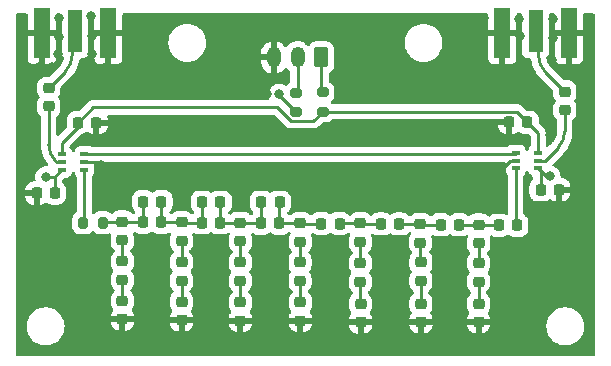
<source format=gbr>
%TF.GenerationSoftware,KiCad,Pcbnew,(6.0.1)*%
%TF.CreationDate,2022-02-11T18:02:55+00:00*%
%TF.ProjectId,Broadcast_Filter,42726f61-6463-4617-9374-5f46696c7465,rev?*%
%TF.SameCoordinates,Original*%
%TF.FileFunction,Copper,L1,Top*%
%TF.FilePolarity,Positive*%
%FSLAX46Y46*%
G04 Gerber Fmt 4.6, Leading zero omitted, Abs format (unit mm)*
G04 Created by KiCad (PCBNEW (6.0.1)) date 2022-02-11 18:02:55*
%MOMM*%
%LPD*%
G01*
G04 APERTURE LIST*
G04 Aperture macros list*
%AMRoundRect*
0 Rectangle with rounded corners*
0 $1 Rounding radius*
0 $2 $3 $4 $5 $6 $7 $8 $9 X,Y pos of 4 corners*
0 Add a 4 corners polygon primitive as box body*
4,1,4,$2,$3,$4,$5,$6,$7,$8,$9,$2,$3,0*
0 Add four circle primitives for the rounded corners*
1,1,$1+$1,$2,$3*
1,1,$1+$1,$4,$5*
1,1,$1+$1,$6,$7*
1,1,$1+$1,$8,$9*
0 Add four rect primitives between the rounded corners*
20,1,$1+$1,$2,$3,$4,$5,0*
20,1,$1+$1,$4,$5,$6,$7,0*
20,1,$1+$1,$6,$7,$8,$9,0*
20,1,$1+$1,$8,$9,$2,$3,0*%
G04 Aperture macros list end*
%TA.AperFunction,SMDPad,CuDef*%
%ADD10RoundRect,0.218750X-0.218750X-0.256250X0.218750X-0.256250X0.218750X0.256250X-0.218750X0.256250X0*%
%TD*%
%TA.AperFunction,ComponentPad*%
%ADD11RoundRect,0.250000X0.350000X0.625000X-0.350000X0.625000X-0.350000X-0.625000X0.350000X-0.625000X0*%
%TD*%
%TA.AperFunction,ComponentPad*%
%ADD12O,1.200000X1.750000*%
%TD*%
%TA.AperFunction,SMDPad,CuDef*%
%ADD13RoundRect,0.225000X0.250000X-0.225000X0.250000X0.225000X-0.250000X0.225000X-0.250000X-0.225000X0*%
%TD*%
%TA.AperFunction,SMDPad,CuDef*%
%ADD14RoundRect,0.225000X0.225000X0.250000X-0.225000X0.250000X-0.225000X-0.250000X0.225000X-0.250000X0*%
%TD*%
%TA.AperFunction,SMDPad,CuDef*%
%ADD15RoundRect,0.218750X-0.256250X0.218750X-0.256250X-0.218750X0.256250X-0.218750X0.256250X0.218750X0*%
%TD*%
%TA.AperFunction,SMDPad,CuDef*%
%ADD16R,1.270000X3.600000*%
%TD*%
%TA.AperFunction,SMDPad,CuDef*%
%ADD17R,1.350000X4.200000*%
%TD*%
%TA.AperFunction,SMDPad,CuDef*%
%ADD18RoundRect,0.200000X0.275000X-0.200000X0.275000X0.200000X-0.275000X0.200000X-0.275000X-0.200000X0*%
%TD*%
%TA.AperFunction,SMDPad,CuDef*%
%ADD19RoundRect,0.200000X0.200000X0.275000X-0.200000X0.275000X-0.200000X-0.275000X0.200000X-0.275000X0*%
%TD*%
%TA.AperFunction,SMDPad,CuDef*%
%ADD20RoundRect,0.225000X-0.225000X-0.250000X0.225000X-0.250000X0.225000X0.250000X-0.225000X0.250000X0*%
%TD*%
%TA.AperFunction,SMDPad,CuDef*%
%ADD21R,0.650000X0.400000*%
%TD*%
%TA.AperFunction,SMDPad,CuDef*%
%ADD22RoundRect,0.225000X-0.250000X0.225000X-0.250000X-0.225000X0.250000X-0.225000X0.250000X0.225000X0*%
%TD*%
%TA.AperFunction,ViaPad*%
%ADD23C,0.800000*%
%TD*%
%TA.AperFunction,Conductor*%
%ADD24C,0.293000*%
%TD*%
%TA.AperFunction,Conductor*%
%ADD25C,0.250000*%
%TD*%
G04 APERTURE END LIST*
D10*
%TO.P,L9,1,1*%
%TO.N,Net-(C11-Pad2)*%
X121221000Y-118287900D03*
%TO.P,L9,2,2*%
%TO.N,Net-(C11-Pad1)*%
X122796000Y-118287900D03*
%TD*%
D11*
%TO.P,J2,1,Pin_1*%
%TO.N,Net-(J2-Pad1)*%
X126333000Y-104232800D03*
D12*
%TO.P,J2,2,Pin_2*%
%TO.N,Net-(J2-Pad2)*%
X124333000Y-104232800D03*
%TO.P,J2,3,Pin_3*%
%TO.N,GND*%
X122333000Y-104232800D03*
%TD*%
D13*
%TO.P,C8,1*%
%TO.N,GND*%
X114515500Y-126479700D03*
%TO.P,C8,2*%
%TO.N,Net-(C8-Pad2)*%
X114515500Y-124929700D03*
%TD*%
D14*
%TO.P,C5,1*%
%TO.N,/Thru*%
X103797400Y-115722400D03*
%TO.P,C5,2*%
%TO.N,GND*%
X102247400Y-115722400D03*
%TD*%
D15*
%TO.P,L4,1,1*%
%TO.N,Net-(C6-Pad1)*%
X114515500Y-118186200D03*
%TO.P,L4,2,2*%
%TO.N,Net-(L4-Pad2)*%
X114515500Y-119761200D03*
%TD*%
D13*
%TO.P,C1,1*%
%TO.N,Net-(C1-Pad1)*%
X103276400Y-108382400D03*
%TO.P,C1,2*%
%TO.N,Net-(C1-Pad2)*%
X103276400Y-106832400D03*
%TD*%
D15*
%TO.P,L10,1,1*%
%TO.N,Net-(C11-Pad1)*%
X124573900Y-118262400D03*
%TO.P,L10,2,2*%
%TO.N,Net-(L10-Pad2)*%
X124573900Y-119837400D03*
%TD*%
D16*
%TO.P,J3,1,In*%
%TO.N,Net-(C20-Pad1)*%
X144500000Y-102000000D03*
D17*
%TO.P,J3,2,Ext*%
%TO.N,GND*%
X147325000Y-102200000D03*
X141675000Y-102200000D03*
%TD*%
D15*
%TO.P,L15,1,1*%
%TO.N,Net-(L14-Pad2)*%
X134784700Y-121589800D03*
%TO.P,L15,2,2*%
%TO.N,Net-(C16-Pad2)*%
X134784700Y-123164800D03*
%TD*%
D13*
%TO.P,C10,1*%
%TO.N,GND*%
X119493900Y-126530500D03*
%TO.P,C10,2*%
%TO.N,Net-(C10-Pad2)*%
X119493900Y-124980500D03*
%TD*%
D15*
%TO.P,L1,1,1*%
%TO.N,Net-(C6-Pad2)*%
X109486300Y-118135400D03*
%TO.P,L1,2,2*%
%TO.N,Net-(L1-Pad2)*%
X109486300Y-119710400D03*
%TD*%
D10*
%TO.P,L3,1,1*%
%TO.N,Net-(C6-Pad2)*%
X111238800Y-118211700D03*
%TO.P,L3,2,2*%
%TO.N,Net-(C6-Pad1)*%
X112813800Y-118211700D03*
%TD*%
D13*
%TO.P,C12,1*%
%TO.N,GND*%
X124573900Y-126530500D03*
%TO.P,C12,2*%
%TO.N,Net-(C12-Pad2)*%
X124573900Y-124980500D03*
%TD*%
%TO.P,C14,1*%
%TO.N,GND*%
X129679300Y-126657500D03*
%TO.P,C14,2*%
%TO.N,Net-(C14-Pad2)*%
X129679300Y-125107500D03*
%TD*%
D18*
%TO.P,R1,1*%
%TO.N,/Fil*%
X126466600Y-108825800D03*
%TO.P,R1,2*%
%TO.N,Net-(J2-Pad1)*%
X126466600Y-107175800D03*
%TD*%
D15*
%TO.P,L17,1,1*%
%TO.N,Net-(L16-Pad2)*%
X139661500Y-121640600D03*
%TO.P,L17,2,2*%
%TO.N,Net-(C18-Pad2)*%
X139661500Y-123215600D03*
%TD*%
D19*
%TO.P,R3,1*%
%TO.N,Net-(C6-Pad2)*%
X107822100Y-118237100D03*
%TO.P,R3,2*%
%TO.N,Net-(U1-Pad1)*%
X106172100Y-118237100D03*
%TD*%
D15*
%TO.P,L11,1,1*%
%TO.N,Net-(L10-Pad2)*%
X124548500Y-121589800D03*
%TO.P,L11,2,2*%
%TO.N,Net-(C12-Pad2)*%
X124548500Y-123164800D03*
%TD*%
D18*
%TO.P,R2,1*%
%TO.N,/Thru*%
X124231400Y-108888800D03*
%TO.P,R2,2*%
%TO.N,Net-(J2-Pad2)*%
X124231400Y-107238800D03*
%TD*%
D15*
%TO.P,L16,1,1*%
%TO.N,Net-(C17-Pad1)*%
X139686900Y-118389400D03*
%TO.P,L16,2,2*%
%TO.N,Net-(L16-Pad2)*%
X139686900Y-119964400D03*
%TD*%
D16*
%TO.P,J1,1,In*%
%TO.N,Net-(C1-Pad2)*%
X105500000Y-102000000D03*
D17*
%TO.P,J1,2,Ext*%
%TO.N,GND*%
X108325000Y-102200000D03*
X102675000Y-102200000D03*
%TD*%
D15*
%TO.P,L5,1,1*%
%TO.N,Net-(L4-Pad2)*%
X114515500Y-121564400D03*
%TO.P,L5,2,2*%
%TO.N,Net-(C8-Pad2)*%
X114515500Y-123139400D03*
%TD*%
D14*
%TO.P,C13,1*%
%TO.N,Net-(C13-Pad1)*%
X127888900Y-118313300D03*
%TO.P,C13,2*%
%TO.N,Net-(C11-Pad1)*%
X126338900Y-118313300D03*
%TD*%
D15*
%TO.P,L2,1,1*%
%TO.N,Net-(L1-Pad2)*%
X109511700Y-121513700D03*
%TO.P,L2,2,2*%
%TO.N,Net-(C3-Pad2)*%
X109511700Y-123088700D03*
%TD*%
D10*
%TO.P,L6,1,1*%
%TO.N,Net-(C6-Pad1)*%
X116217200Y-118237100D03*
%TO.P,L6,2,2*%
%TO.N,Net-(C11-Pad2)*%
X117792200Y-118237100D03*
%TD*%
D13*
%TO.P,C3,1*%
%TO.N,GND*%
X109511700Y-126403600D03*
%TO.P,C3,2*%
%TO.N,Net-(C3-Pad2)*%
X109511700Y-124853600D03*
%TD*%
D20*
%TO.P,C7,1*%
%TO.N,/Thru*%
X144919400Y-115443000D03*
%TO.P,C7,2*%
%TO.N,GND*%
X146469400Y-115443000D03*
%TD*%
D14*
%TO.P,C6,1*%
%TO.N,Net-(C6-Pad1)*%
X112801300Y-116459100D03*
%TO.P,C6,2*%
%TO.N,Net-(C6-Pad2)*%
X111251300Y-116459100D03*
%TD*%
D13*
%TO.P,C16,1*%
%TO.N,GND*%
X134784700Y-126632100D03*
%TO.P,C16,2*%
%TO.N,Net-(C16-Pad2)*%
X134784700Y-125082100D03*
%TD*%
D21*
%TO.P,U2,1,J3*%
%TO.N,Net-(U1-Pad3)*%
X142814000Y-112329200D03*
%TO.P,U2,2,GND*%
%TO.N,GND*%
X142814000Y-112979200D03*
%TO.P,U2,3,J2*%
%TO.N,Net-(C19-Pad1)*%
X142814000Y-113629200D03*
%TO.P,U2,4,V1*%
%TO.N,/Thru*%
X144714000Y-113629200D03*
%TO.P,U2,5,J1*%
%TO.N,Net-(C20-Pad2)*%
X144714000Y-112979200D03*
%TO.P,U2,6,V2*%
%TO.N,/Fil*%
X144714000Y-112329200D03*
%TD*%
D14*
%TO.P,C17,1*%
%TO.N,Net-(C17-Pad1)*%
X137998100Y-118414900D03*
%TO.P,C17,2*%
%TO.N,Net-(C15-Pad1)*%
X136448100Y-118414900D03*
%TD*%
D15*
%TO.P,L13,1,1*%
%TO.N,Net-(L12-Pad2)*%
X129653900Y-121666000D03*
%TO.P,L13,2,2*%
%TO.N,Net-(C14-Pad2)*%
X129653900Y-123241000D03*
%TD*%
D22*
%TO.P,C20,1*%
%TO.N,Net-(C20-Pad1)*%
X146964400Y-107124200D03*
%TO.P,C20,2*%
%TO.N,Net-(C20-Pad2)*%
X146964400Y-108674200D03*
%TD*%
D14*
%TO.P,C9,1*%
%TO.N,Net-(C11-Pad2)*%
X117805100Y-116484500D03*
%TO.P,C9,2*%
%TO.N,Net-(C6-Pad1)*%
X116255100Y-116484500D03*
%TD*%
D15*
%TO.P,L14,1,1*%
%TO.N,Net-(C15-Pad1)*%
X134733900Y-118338600D03*
%TO.P,L14,2,2*%
%TO.N,Net-(L14-Pad2)*%
X134733900Y-119913600D03*
%TD*%
D20*
%TO.P,C2,1*%
%TO.N,/Fil*%
X105752600Y-109753400D03*
%TO.P,C2,2*%
%TO.N,GND*%
X107302600Y-109753400D03*
%TD*%
D15*
%TO.P,L12,1,1*%
%TO.N,Net-(C13-Pad1)*%
X129653900Y-118287800D03*
%TO.P,L12,2,2*%
%TO.N,Net-(L12-Pad2)*%
X129653900Y-119862800D03*
%TD*%
D14*
%TO.P,C4,1*%
%TO.N,/Fil*%
X143802400Y-109728000D03*
%TO.P,C4,2*%
%TO.N,GND*%
X142252400Y-109728000D03*
%TD*%
D21*
%TO.P,U1,1,J3*%
%TO.N,Net-(U1-Pad1)*%
X106283800Y-113730800D03*
%TO.P,U1,2,GND*%
%TO.N,GND*%
X106283800Y-113080800D03*
%TO.P,U1,3,J2*%
%TO.N,Net-(U1-Pad3)*%
X106283800Y-112430800D03*
%TO.P,U1,4,V1*%
%TO.N,/Fil*%
X104383800Y-112430800D03*
%TO.P,U1,5,J1*%
%TO.N,Net-(C1-Pad1)*%
X104383800Y-113080800D03*
%TO.P,U1,6,V2*%
%TO.N,/Thru*%
X104383800Y-113730800D03*
%TD*%
D14*
%TO.P,C19,1*%
%TO.N,Net-(C19-Pad1)*%
X142925700Y-118440300D03*
%TO.P,C19,2*%
%TO.N,Net-(C17-Pad1)*%
X141375700Y-118440300D03*
%TD*%
D15*
%TO.P,L8,1,1*%
%TO.N,Net-(L7-Pad2)*%
X119493900Y-121589800D03*
%TO.P,L8,2,2*%
%TO.N,Net-(C10-Pad2)*%
X119493900Y-123164800D03*
%TD*%
D14*
%TO.P,C15,1*%
%TO.N,Net-(C15-Pad1)*%
X132943500Y-118338700D03*
%TO.P,C15,2*%
%TO.N,Net-(C13-Pad1)*%
X131393500Y-118338700D03*
%TD*%
%TO.P,C11,1*%
%TO.N,Net-(C11-Pad1)*%
X122808900Y-116484500D03*
%TO.P,C11,2*%
%TO.N,Net-(C11-Pad2)*%
X121258900Y-116484500D03*
%TD*%
D15*
%TO.P,L7,1,1*%
%TO.N,Net-(C11-Pad2)*%
X119493900Y-118237000D03*
%TO.P,L7,2,2*%
%TO.N,Net-(L7-Pad2)*%
X119493900Y-119812000D03*
%TD*%
D13*
%TO.P,C18,1*%
%TO.N,GND*%
X139661500Y-126632100D03*
%TO.P,C18,2*%
%TO.N,Net-(C18-Pad2)*%
X139661500Y-125082100D03*
%TD*%
D23*
%TO.N,GND*%
X127838200Y-122910600D03*
X148082000Y-115392200D03*
X100914200Y-102590600D03*
X106375200Y-111074200D03*
X140665200Y-113588800D03*
X110032800Y-104013000D03*
X125018800Y-111125000D03*
X107467400Y-115062000D03*
X126187200Y-119786400D03*
X126314200Y-116611400D03*
X119507000Y-116484400D03*
X105206800Y-116408200D03*
X129184400Y-111175800D03*
X106197400Y-119634000D03*
X131177900Y-126632100D03*
X116332000Y-113588800D03*
X146685000Y-113207800D03*
X107950000Y-119684800D03*
X126199500Y-126530500D03*
X105460800Y-106197400D03*
X104749600Y-107111800D03*
X110032800Y-100990400D03*
X128104500Y-126530500D03*
X111035700Y-126479700D03*
X104698800Y-108458000D03*
X140639800Y-111099600D03*
X133527800Y-113614200D03*
X124333000Y-116306600D03*
X136220200Y-119964200D03*
X108000800Y-123139200D03*
X102006400Y-110693200D03*
X109575600Y-127914400D03*
X123037600Y-122986800D03*
X130987800Y-104648000D03*
X106908600Y-102463600D03*
X115976400Y-123240800D03*
X148437600Y-108483400D03*
X140081000Y-100863400D03*
X122897500Y-126530500D03*
X139700000Y-128295400D03*
X117830600Y-114884200D03*
X138252200Y-111099600D03*
X106324400Y-107721400D03*
X101930200Y-106095800D03*
X129260600Y-113614200D03*
X148945600Y-101015800D03*
X120345200Y-104267000D03*
X140030200Y-102438200D03*
X118237000Y-104521000D03*
X132892800Y-116890800D03*
X112750600Y-114833400D03*
X116128800Y-114782600D03*
X108077000Y-105029000D03*
X112813700Y-126479700D03*
X138277600Y-119938800D03*
X141325600Y-123088400D03*
X121716800Y-107365800D03*
X116001800Y-119888000D03*
X135991600Y-113588800D03*
X143129000Y-102438200D03*
X143332200Y-119913400D03*
X120700800Y-113563400D03*
X102336600Y-113055400D03*
X120954800Y-123063000D03*
X127279400Y-113614200D03*
X116217300Y-126530500D03*
X145846800Y-104444800D03*
X102336600Y-117449600D03*
X112750600Y-119710200D03*
X120777000Y-111099600D03*
X143459200Y-104698800D03*
X143103600Y-100965000D03*
X141605000Y-114147600D03*
X131368800Y-113639600D03*
X100939600Y-104013000D03*
X136194800Y-123012200D03*
X114477800Y-116484400D03*
X108000800Y-126542800D03*
X148996400Y-102539800D03*
X110083600Y-113614200D03*
X111023400Y-121437400D03*
X100914200Y-100990400D03*
X104775000Y-118999000D03*
X145948400Y-102565200D03*
X108051600Y-107289600D03*
X142875000Y-107518200D03*
X107823000Y-116636800D03*
X112064800Y-111125000D03*
X125044200Y-113639600D03*
X147548600Y-105689400D03*
X102006400Y-111861600D03*
X120904000Y-114681000D03*
X139725400Y-116916200D03*
X118516400Y-111125000D03*
X106908600Y-103987600D03*
X122910600Y-113614200D03*
X123012200Y-119761000D03*
X110032800Y-102412800D03*
X104114600Y-102489000D03*
X135940800Y-111125000D03*
X145923000Y-101015800D03*
X112826800Y-124866400D03*
X101904800Y-107594400D03*
X143840200Y-114452400D03*
X148132800Y-111582200D03*
X145440400Y-109016800D03*
X137959700Y-126632100D03*
X131191000Y-123113800D03*
X129717800Y-128168400D03*
X110972600Y-124841000D03*
X103555800Y-105029000D03*
X140081000Y-104571800D03*
X144399000Y-118491000D03*
X109423200Y-116535200D03*
X144094200Y-106045000D03*
X114147600Y-111125000D03*
X106883200Y-100736400D03*
X108102400Y-111074200D03*
X121005600Y-119862600D03*
X131292600Y-111150400D03*
X112750600Y-123037600D03*
X141884400Y-106019600D03*
X117983000Y-123164600D03*
X127177800Y-111125000D03*
X131114800Y-119837200D03*
X111150400Y-104648000D03*
X104063800Y-103936800D03*
X114198400Y-113512600D03*
X102438200Y-105054400D03*
X125958600Y-122936000D03*
X148920200Y-104165400D03*
X122910600Y-111048800D03*
X145440400Y-107391200D03*
X146558000Y-117144800D03*
X107696000Y-113360200D03*
X134823200Y-128143000D03*
X129590800Y-116865400D03*
X104343200Y-110007400D03*
X101930200Y-109143800D03*
X145745200Y-110845600D03*
X138303000Y-113588800D03*
X119481600Y-128016000D03*
X111023400Y-119684800D03*
X104800400Y-117576600D03*
X133045200Y-119710200D03*
X141198600Y-126619000D03*
X110032800Y-111125000D03*
X136334100Y-126632100D03*
X101396800Y-114300000D03*
X105232200Y-114630200D03*
X133553200Y-111150400D03*
X138353800Y-104571800D03*
X121043300Y-126530500D03*
X118618000Y-113614200D03*
X112191800Y-113512600D03*
X144322800Y-117017800D03*
X108000800Y-124815600D03*
X117944500Y-126530500D03*
X122377200Y-101447600D03*
X133082900Y-126632100D03*
X141630400Y-116941600D03*
X127863600Y-119786400D03*
X110972600Y-123139200D03*
X122809000Y-114681000D03*
X117957600Y-119761000D03*
X133121400Y-123063000D03*
X136372600Y-116865400D03*
X104165400Y-100863400D03*
X114528600Y-128092200D03*
X141605000Y-115519200D03*
X124561600Y-128066800D03*
X111099600Y-114884200D03*
X138176000Y-123063000D03*
X141325600Y-119913400D03*
X112826800Y-121412000D03*
X143433800Y-111150400D03*
X148107400Y-109931200D03*
X148463000Y-107010200D03*
X106299000Y-105181400D03*
X116306600Y-111125000D03*
X108000800Y-121361200D03*
%TO.N,/Thru*%
X103022400Y-114350800D03*
X122782468Y-107365800D03*
X145694400Y-114300000D03*
%TD*%
D24*
%TO.N,Net-(C1-Pad1)*%
X103276400Y-108382400D02*
X103276400Y-111617373D01*
X103862187Y-113031587D02*
X103911400Y-113080800D01*
X103911400Y-113080800D02*
X104383800Y-113080800D01*
X103276401Y-111617373D02*
G75*
G03*
X103862188Y-113031586I1999999J0D01*
G01*
%TO.N,Net-(C1-Pad2)*%
X104671813Y-105436987D02*
X103276400Y-106832400D01*
X105257600Y-101958800D02*
X105257600Y-104022773D01*
X104671813Y-105436987D02*
G75*
G03*
X105257600Y-104022773I-1414213J1414214D01*
G01*
D25*
%TO.N,GND*%
X129704700Y-126632100D02*
X129679300Y-126657500D01*
X136334100Y-126632100D02*
X134784700Y-126632100D01*
X129679300Y-126657500D02*
X129552300Y-126530500D01*
X134784700Y-126632100D02*
X133082900Y-126632100D01*
X116217300Y-126530500D02*
X114566300Y-126530500D01*
X128104500Y-126530500D02*
X126199500Y-126530500D01*
X142289978Y-112979200D02*
X142814000Y-112979200D01*
X131177900Y-126632100D02*
X129704700Y-126632100D01*
X121043300Y-126530500D02*
X119493900Y-126530500D01*
X122897500Y-126530500D02*
X121043300Y-126530500D01*
X117944500Y-126530500D02*
X116217300Y-126530500D01*
X124573900Y-126530500D02*
X122897500Y-126530500D01*
X114566300Y-126530500D02*
X114515500Y-126479700D01*
X112813700Y-126479700D02*
X111035700Y-126479700D01*
X141605000Y-114147600D02*
X141605000Y-113664178D01*
X129552300Y-126530500D02*
X128104500Y-126530500D01*
X119493900Y-126530500D02*
X117944500Y-126530500D01*
X111035700Y-126479700D02*
X109587800Y-126479700D01*
X106283800Y-113080800D02*
X107416600Y-113080800D01*
X114515500Y-126479700D02*
X112813700Y-126479700D01*
X141605000Y-113664178D02*
X142289978Y-112979200D01*
X107416600Y-113080800D02*
X107696000Y-113360200D01*
X139661500Y-126632100D02*
X137959700Y-126632100D01*
X133082900Y-126632100D02*
X131177900Y-126632100D01*
X137959700Y-126632100D02*
X136334100Y-126632100D01*
X126199500Y-126530500D02*
X124573900Y-126530500D01*
%TO.N,Net-(C3-Pad2)*%
X109511700Y-123088700D02*
X109511700Y-124853600D01*
D24*
%TO.N,Net-(C6-Pad1)*%
X114515500Y-118186200D02*
X112839300Y-118186200D01*
D25*
X116255100Y-118199200D02*
X116217200Y-118237100D01*
X114566400Y-118237100D02*
X114515500Y-118186200D01*
X116255100Y-116484500D02*
X116255100Y-118199200D01*
X112813800Y-116471600D02*
X112801300Y-116459100D01*
D24*
X116217200Y-118237100D02*
X114566400Y-118237100D01*
X112813800Y-118211700D02*
X112813800Y-116471600D01*
D25*
X112839300Y-118186200D02*
X112813800Y-118211700D01*
D24*
%TO.N,Net-(C6-Pad2)*%
X109486300Y-118135400D02*
X107923800Y-118135400D01*
D25*
X109562600Y-118211700D02*
X109486300Y-118135400D01*
D24*
X111238800Y-118211700D02*
X109562600Y-118211700D01*
D25*
X107923800Y-118135400D02*
X107822100Y-118237100D01*
X111251300Y-118199200D02*
X111238800Y-118211700D01*
D24*
X111251300Y-116459100D02*
X111251300Y-118199200D01*
D25*
%TO.N,Net-(C8-Pad2)*%
X114515500Y-123139400D02*
X114515500Y-124929700D01*
D24*
%TO.N,Net-(C11-Pad2)*%
X121221000Y-118287900D02*
X119544800Y-118287900D01*
X119493900Y-118237000D02*
X117792300Y-118237000D01*
D25*
X121258900Y-118250000D02*
X121221000Y-118287900D01*
X117805100Y-116484500D02*
X117805100Y-118224200D01*
D24*
X121258900Y-116484500D02*
X121258900Y-118250000D01*
D25*
X119544800Y-118287900D02*
X119493900Y-118237000D01*
X117792300Y-118237000D02*
X117792200Y-118237100D01*
X117805100Y-118224200D02*
X117792200Y-118237100D01*
%TO.N,Net-(C10-Pad2)*%
X119493900Y-123164800D02*
X119493900Y-124980500D01*
%TO.N,Net-(C11-Pad1)*%
X124624800Y-118313300D02*
X124573900Y-118262400D01*
D24*
X124573900Y-118262400D02*
X122821500Y-118262400D01*
D25*
X122796000Y-116497400D02*
X122808900Y-116484500D01*
X122821500Y-118262400D02*
X122796000Y-118287900D01*
D24*
X122796000Y-118287900D02*
X122796000Y-116497400D01*
X126338900Y-118313300D02*
X124624800Y-118313300D01*
D25*
%TO.N,Net-(C12-Pad2)*%
X124548500Y-123164800D02*
X124548500Y-124955100D01*
X124548500Y-124955100D02*
X124573900Y-124980500D01*
D24*
%TO.N,Net-(C13-Pad1)*%
X131393500Y-118338700D02*
X129704800Y-118338700D01*
X129653900Y-118287800D02*
X127914400Y-118287800D01*
D25*
X129704800Y-118338700D02*
X129653900Y-118287800D01*
X127914400Y-118287800D02*
X127888900Y-118313300D01*
%TO.N,Net-(C14-Pad2)*%
X129653900Y-123241000D02*
X129653900Y-125082100D01*
X129653900Y-125082100D02*
X129679300Y-125107500D01*
%TO.N,Net-(C15-Pad1)*%
X134810200Y-118414900D02*
X134733900Y-118338600D01*
X136448100Y-118414900D02*
X134810200Y-118414900D01*
X132943600Y-118338600D02*
X132943500Y-118338700D01*
D24*
X134733900Y-118338600D02*
X132943600Y-118338600D01*
D25*
%TO.N,Net-(C16-Pad2)*%
X134784700Y-123164800D02*
X134784700Y-125082100D01*
%TO.N,Net-(C17-Pad1)*%
X138023600Y-118389400D02*
X137998100Y-118414900D01*
D24*
X141375700Y-118440300D02*
X139737800Y-118440300D01*
D25*
X139737800Y-118440300D02*
X139686900Y-118389400D01*
D24*
X139686900Y-118389400D02*
X138023600Y-118389400D01*
D25*
%TO.N,Net-(C18-Pad2)*%
X139661500Y-123215600D02*
X139661500Y-125082100D01*
D24*
%TO.N,Net-(C19-Pad1)*%
X142814000Y-113629200D02*
X142814000Y-118328600D01*
D25*
X142814000Y-118328600D02*
X142925700Y-118440300D01*
D24*
%TO.N,Net-(C20-Pad1)*%
X144729200Y-104060573D02*
X144729200Y-102506500D01*
X146964400Y-107124200D02*
X145314986Y-105474786D01*
X144729201Y-104060573D02*
G75*
G03*
X145314987Y-105474785I1999999J0D01*
G01*
%TO.N,Net-(C20-Pad2)*%
X145289000Y-112979200D02*
X146378614Y-111889586D01*
X146964400Y-110475373D02*
X146964400Y-108674200D01*
X144714000Y-112979200D02*
X145289000Y-112979200D01*
X146964399Y-110475373D02*
G75*
G02*
X146378613Y-111889585I-1999999J0D01*
G01*
D25*
%TO.N,Net-(J2-Pad1)*%
X126333000Y-104232800D02*
X126333000Y-107042200D01*
X126333000Y-107042200D02*
X126466600Y-107175800D01*
%TO.N,Net-(J2-Pad2)*%
X124333000Y-107137200D02*
X124231400Y-107238800D01*
X124333000Y-104232800D02*
X124333000Y-107137200D01*
%TO.N,Net-(L1-Pad2)*%
X109486300Y-119710400D02*
X109486300Y-121488300D01*
X109486300Y-121488300D02*
X109511700Y-121513700D01*
%TO.N,Net-(L4-Pad2)*%
X114515500Y-119761200D02*
X114515500Y-121564400D01*
%TO.N,Net-(L7-Pad2)*%
X119493900Y-119812000D02*
X119493900Y-121589800D01*
%TO.N,Net-(L10-Pad2)*%
X124573900Y-119837400D02*
X124573900Y-121564400D01*
X124573900Y-121564400D02*
X124548500Y-121589800D01*
%TO.N,Net-(L12-Pad2)*%
X129653900Y-119862800D02*
X129653900Y-121666000D01*
%TO.N,Net-(L14-Pad2)*%
X134733900Y-119913600D02*
X134733900Y-121539000D01*
X134733900Y-121539000D02*
X134784700Y-121589800D01*
%TO.N,Net-(L16-Pad2)*%
X139686900Y-119964400D02*
X139686900Y-121615200D01*
X139686900Y-121615200D02*
X139661500Y-121640600D01*
%TO.N,Net-(U1-Pad1)*%
X106283800Y-118125400D02*
X106172100Y-118237100D01*
D24*
X106283800Y-113730800D02*
X106283800Y-118125400D01*
%TO.N,Net-(U1-Pad3)*%
X106283800Y-112430800D02*
X142712400Y-112430800D01*
D25*
X142712400Y-112430800D02*
X142814000Y-112329200D01*
%TO.N,/Thru*%
X103022400Y-114350800D02*
X103763800Y-114350800D01*
X103797400Y-115722400D02*
X103797400Y-114317200D01*
X103763800Y-114350800D02*
X103797400Y-114317200D01*
X145384800Y-114300000D02*
X145694400Y-114300000D01*
X122782468Y-107439868D02*
X124231400Y-108888800D01*
X144714000Y-113629200D02*
X145359400Y-114274600D01*
X145359400Y-114274600D02*
X145384800Y-114300000D01*
X122782468Y-107365800D02*
X122782468Y-107439868D01*
X144919400Y-115443000D02*
X144919400Y-113834600D01*
X144919400Y-113834600D02*
X144714000Y-113629200D01*
X103797400Y-114317200D02*
X104383800Y-113730800D01*
%TO.N,/Fil*%
X125679080Y-109613320D02*
X126466600Y-108825800D01*
X104383800Y-111477800D02*
X105752600Y-110109000D01*
X105752600Y-109753400D02*
X107034720Y-108471280D01*
X144714000Y-110639600D02*
X143802400Y-109728000D01*
X142900200Y-108825800D02*
X126466600Y-108825800D01*
X143802400Y-109728000D02*
X142900200Y-108825800D01*
X123739137Y-109613320D02*
X125679080Y-109613320D01*
X105752600Y-110109000D02*
X105752600Y-109753400D01*
X104383800Y-112430800D02*
X104383800Y-111477800D01*
X144714000Y-112329200D02*
X144714000Y-110639600D01*
X107034720Y-108471280D02*
X122597097Y-108471280D01*
X122597097Y-108471280D02*
X123739137Y-109613320D01*
%TD*%
%TA.AperFunction,Conductor*%
%TO.N,GND*%
G36*
X101434121Y-100520002D02*
G01*
X101480614Y-100573658D01*
X101492000Y-100626000D01*
X101492000Y-101927885D01*
X101496475Y-101943124D01*
X101497865Y-101944329D01*
X101505548Y-101946000D01*
X103839884Y-101946000D01*
X103855123Y-101941525D01*
X103856328Y-101940135D01*
X103857999Y-101932452D01*
X103857999Y-100626000D01*
X103878001Y-100557879D01*
X103931657Y-100511386D01*
X103983999Y-100500000D01*
X104238500Y-100500000D01*
X104306621Y-100520002D01*
X104353114Y-100573658D01*
X104364500Y-100626000D01*
X104364501Y-103847376D01*
X104371149Y-103908580D01*
X104421474Y-104042824D01*
X104426854Y-104050003D01*
X104426856Y-104050006D01*
X104487905Y-104131462D01*
X104507454Y-104157546D01*
X104530894Y-104175113D01*
X104573407Y-104231972D01*
X104578906Y-104300519D01*
X104566109Y-104364854D01*
X104561843Y-104380774D01*
X104510264Y-104532721D01*
X104503957Y-104547949D01*
X104432981Y-104691873D01*
X104424745Y-104706137D01*
X104335593Y-104839564D01*
X104325567Y-104852630D01*
X104241311Y-104948706D01*
X104223280Y-104965593D01*
X104215806Y-104971328D01*
X104211057Y-104977256D01*
X104193264Y-104999465D01*
X104184025Y-105009779D01*
X103348809Y-105844995D01*
X103286497Y-105879021D01*
X103259714Y-105881900D01*
X102997853Y-105881901D01*
X102978194Y-105881901D01*
X102974950Y-105882238D01*
X102974942Y-105882238D01*
X102930520Y-105886847D01*
X102877028Y-105892397D01*
X102716548Y-105945937D01*
X102572689Y-106034960D01*
X102453169Y-106154689D01*
X102449329Y-106160919D01*
X102449328Y-106160920D01*
X102433806Y-106186102D01*
X102364397Y-106298703D01*
X102311137Y-106459276D01*
X102310437Y-106466112D01*
X102310436Y-106466115D01*
X102308104Y-106488879D01*
X102300900Y-106559193D01*
X102300901Y-107105606D01*
X102301238Y-107108850D01*
X102301238Y-107108858D01*
X102305847Y-107153280D01*
X102311397Y-107206772D01*
X102364937Y-107367252D01*
X102403083Y-107428895D01*
X102450106Y-107504884D01*
X102450109Y-107504887D01*
X102453960Y-107511111D01*
X102461152Y-107518290D01*
X102461177Y-107518315D01*
X102462125Y-107520048D01*
X102463689Y-107522021D01*
X102463351Y-107522289D01*
X102495258Y-107580597D01*
X102490257Y-107651417D01*
X102461335Y-107696509D01*
X102453169Y-107704689D01*
X102449329Y-107710919D01*
X102449328Y-107710920D01*
X102384196Y-107816584D01*
X102364397Y-107848703D01*
X102311137Y-108009276D01*
X102300900Y-108109193D01*
X102300901Y-108655606D01*
X102311397Y-108756772D01*
X102364937Y-108917252D01*
X102453960Y-109061111D01*
X102573689Y-109180631D01*
X102579923Y-109184474D01*
X102581491Y-109185712D01*
X102622554Y-109243629D01*
X102629400Y-109284595D01*
X102629400Y-111562418D01*
X102628143Y-111580171D01*
X102624791Y-111603724D01*
X102624648Y-111617373D01*
X102625248Y-111622329D01*
X102625961Y-111630381D01*
X102641900Y-111914210D01*
X102691700Y-112207314D01*
X102774005Y-112492999D01*
X102775359Y-112496267D01*
X102775359Y-112496268D01*
X102886055Y-112763510D01*
X102887779Y-112767673D01*
X102889489Y-112770768D01*
X102889490Y-112770769D01*
X102893733Y-112778446D01*
X103031591Y-113027881D01*
X103033639Y-113030767D01*
X103033640Y-113030769D01*
X103190177Y-113251388D01*
X103213283Y-113318519D01*
X103196428Y-113387486D01*
X103144962Y-113436391D01*
X103087416Y-113450300D01*
X102927754Y-113450300D01*
X102921301Y-113451672D01*
X102921297Y-113451672D01*
X102840612Y-113468822D01*
X102742597Y-113489656D01*
X102569670Y-113566649D01*
X102416529Y-113677912D01*
X102412116Y-113682814D01*
X102412114Y-113682815D01*
X102330456Y-113773505D01*
X102289867Y-113818584D01*
X102286564Y-113824305D01*
X102227855Y-113925993D01*
X102195221Y-113982516D01*
X102136726Y-114162544D01*
X102136036Y-114169105D01*
X102136036Y-114169107D01*
X102121589Y-114306567D01*
X102116940Y-114350800D01*
X102117630Y-114357365D01*
X102135564Y-114527996D01*
X102136726Y-114539056D01*
X102138765Y-114545330D01*
X102148231Y-114574463D01*
X102150259Y-114645431D01*
X102113597Y-114706229D01*
X102049885Y-114737554D01*
X102028398Y-114739400D01*
X101976962Y-114739400D01*
X101970447Y-114739737D01*
X101878343Y-114749294D01*
X101864944Y-114752188D01*
X101716293Y-114801781D01*
X101703114Y-114807955D01*
X101570227Y-114890188D01*
X101558826Y-114899224D01*
X101448414Y-115009829D01*
X101439402Y-115021240D01*
X101357396Y-115154280D01*
X101351249Y-115167461D01*
X101301909Y-115316214D01*
X101299042Y-115329590D01*
X101289728Y-115420497D01*
X101289400Y-115426914D01*
X101289400Y-115450285D01*
X101293875Y-115465524D01*
X101295265Y-115466729D01*
X101302948Y-115468400D01*
X102375400Y-115468400D01*
X102443521Y-115488402D01*
X102490014Y-115542058D01*
X102501400Y-115594400D01*
X102501400Y-116687285D01*
X102505875Y-116702524D01*
X102507265Y-116703729D01*
X102514948Y-116705400D01*
X102517838Y-116705400D01*
X102524353Y-116705063D01*
X102616457Y-116695506D01*
X102629856Y-116692612D01*
X102778507Y-116643019D01*
X102791686Y-116636845D01*
X102924573Y-116554612D01*
X102935973Y-116545577D01*
X102938624Y-116542921D01*
X102940885Y-116541684D01*
X102941711Y-116541029D01*
X102941823Y-116541170D01*
X103000906Y-116508840D01*
X103071726Y-116513842D01*
X103107884Y-116537035D01*
X103108763Y-116535922D01*
X103114509Y-116540460D01*
X103119689Y-116545631D01*
X103263703Y-116634403D01*
X103424276Y-116687663D01*
X103431112Y-116688363D01*
X103431115Y-116688364D01*
X103472580Y-116692612D01*
X103524193Y-116697900D01*
X103795293Y-116697900D01*
X104070606Y-116697899D01*
X104073850Y-116697562D01*
X104073858Y-116697562D01*
X104121565Y-116692612D01*
X104171772Y-116687403D01*
X104332252Y-116633863D01*
X104476111Y-116544840D01*
X104595631Y-116425111D01*
X104599908Y-116418172D01*
X104680563Y-116287327D01*
X104680564Y-116287325D01*
X104684403Y-116281097D01*
X104737663Y-116120524D01*
X104741290Y-116085128D01*
X104747572Y-116023806D01*
X104747900Y-116020607D01*
X104747899Y-115424194D01*
X104747516Y-115420497D01*
X104738114Y-115329885D01*
X104737403Y-115323028D01*
X104683863Y-115162548D01*
X104594840Y-115018689D01*
X104475111Y-114899169D01*
X104470387Y-114896257D01*
X104429745Y-114838935D01*
X104422900Y-114797969D01*
X104422900Y-114628480D01*
X104442902Y-114560359D01*
X104459805Y-114539385D01*
X104530986Y-114468204D01*
X104593298Y-114434178D01*
X104620081Y-114431299D01*
X104756176Y-114431299D01*
X104759570Y-114430930D01*
X104759576Y-114430930D01*
X104809522Y-114425505D01*
X104809526Y-114425504D01*
X104817380Y-114424651D01*
X104951624Y-114374326D01*
X104958803Y-114368946D01*
X104958806Y-114368944D01*
X105059165Y-114293728D01*
X105066346Y-114288346D01*
X105122526Y-114213386D01*
X105146944Y-114180806D01*
X105146946Y-114180803D01*
X105152326Y-114173624D01*
X105202651Y-114039380D01*
X105208146Y-113988801D01*
X105208538Y-113985194D01*
X105235781Y-113919632D01*
X105294144Y-113879206D01*
X105365099Y-113876752D01*
X105426116Y-113913048D01*
X105457824Y-113976570D01*
X105459063Y-113985190D01*
X105464949Y-114039380D01*
X105515274Y-114173624D01*
X105520654Y-114180803D01*
X105520656Y-114180806D01*
X105545074Y-114213386D01*
X105601254Y-114288346D01*
X105601873Y-114288810D01*
X105633921Y-114347500D01*
X105636800Y-114374283D01*
X105636800Y-117275178D01*
X105616798Y-117343299D01*
X105576072Y-117382954D01*
X105536692Y-117406803D01*
X105416803Y-117526692D01*
X105328973Y-117671717D01*
X105326702Y-117678964D01*
X105326701Y-117678966D01*
X105310264Y-117731416D01*
X105278271Y-117833506D01*
X105271600Y-117906107D01*
X105271601Y-118568092D01*
X105278271Y-118640694D01*
X105328973Y-118802483D01*
X105416803Y-118947508D01*
X105536692Y-119067397D01*
X105681717Y-119155227D01*
X105688964Y-119157498D01*
X105688966Y-119157499D01*
X105743577Y-119174613D01*
X105843506Y-119205929D01*
X105916107Y-119212600D01*
X105919005Y-119212600D01*
X106172764Y-119212599D01*
X106428092Y-119212599D01*
X106430950Y-119212336D01*
X106430959Y-119212336D01*
X106466343Y-119209085D01*
X106500694Y-119205929D01*
X106510347Y-119202904D01*
X106655234Y-119157499D01*
X106655236Y-119157498D01*
X106662483Y-119155227D01*
X106807508Y-119067397D01*
X106908005Y-118966900D01*
X106970317Y-118932874D01*
X107041132Y-118937939D01*
X107086195Y-118966900D01*
X107186692Y-119067397D01*
X107331717Y-119155227D01*
X107338964Y-119157498D01*
X107338966Y-119157499D01*
X107393577Y-119174613D01*
X107493506Y-119205929D01*
X107566107Y-119212600D01*
X107569005Y-119212600D01*
X107822764Y-119212599D01*
X108078092Y-119212599D01*
X108080950Y-119212336D01*
X108080959Y-119212336D01*
X108116343Y-119209085D01*
X108150694Y-119205929D01*
X108160347Y-119202904D01*
X108305234Y-119157499D01*
X108305236Y-119157498D01*
X108312483Y-119155227D01*
X108359506Y-119126749D01*
X108428136Y-119108570D01*
X108495699Y-119130380D01*
X108540745Y-119185256D01*
X108548972Y-119255775D01*
X108544370Y-119274192D01*
X108536465Y-119298025D01*
X108520950Y-119344802D01*
X108520250Y-119351635D01*
X108520249Y-119351639D01*
X108514975Y-119403122D01*
X108510800Y-119443865D01*
X108510801Y-119976934D01*
X108521207Y-120077235D01*
X108523386Y-120083766D01*
X108523387Y-120083771D01*
X108552410Y-120170761D01*
X108574286Y-120236332D01*
X108662542Y-120378952D01*
X108781239Y-120497443D01*
X108787467Y-120501282D01*
X108787471Y-120501285D01*
X108800914Y-120509571D01*
X108848408Y-120562342D01*
X108860800Y-120616832D01*
X108860800Y-120623900D01*
X108840798Y-120692021D01*
X108813064Y-120722646D01*
X108811874Y-120723590D01*
X108805648Y-120727442D01*
X108687157Y-120846139D01*
X108683317Y-120852369D01*
X108683316Y-120852370D01*
X108668817Y-120875892D01*
X108599151Y-120988913D01*
X108546350Y-121148102D01*
X108536200Y-121247165D01*
X108536201Y-121780234D01*
X108546607Y-121880535D01*
X108548786Y-121887066D01*
X108548787Y-121887071D01*
X108588944Y-122007435D01*
X108599686Y-122039632D01*
X108687942Y-122182252D01*
X108693124Y-122187425D01*
X108717819Y-122212077D01*
X108751898Y-122274360D01*
X108746895Y-122345180D01*
X108717974Y-122390267D01*
X108692330Y-122415955D01*
X108692322Y-122415965D01*
X108687157Y-122421139D01*
X108683317Y-122427369D01*
X108683316Y-122427370D01*
X108674935Y-122440967D01*
X108599151Y-122563913D01*
X108546350Y-122723102D01*
X108536200Y-122822165D01*
X108536201Y-123355234D01*
X108546607Y-123455535D01*
X108548786Y-123462066D01*
X108548787Y-123462071D01*
X108588944Y-123582435D01*
X108599686Y-123614632D01*
X108687942Y-123757252D01*
X108693124Y-123762425D01*
X108806639Y-123875743D01*
X108804794Y-123877591D01*
X108838788Y-123925555D01*
X108842008Y-123996479D01*
X108807599Y-124055770D01*
X108807989Y-124056160D01*
X108806516Y-124057635D01*
X108806515Y-124057636D01*
X108805594Y-124058559D01*
X108805593Y-124058560D01*
X108780336Y-124083861D01*
X108688469Y-124175889D01*
X108684629Y-124182119D01*
X108684628Y-124182120D01*
X108607024Y-124308017D01*
X108599697Y-124319903D01*
X108546437Y-124480476D01*
X108536200Y-124580393D01*
X108536201Y-125126806D01*
X108546697Y-125227972D01*
X108600237Y-125388452D01*
X108689260Y-125532311D01*
X108694442Y-125537484D01*
X108698989Y-125543221D01*
X108696969Y-125544822D01*
X108725246Y-125596480D01*
X108720256Y-125667301D01*
X108691325Y-125712411D01*
X108687717Y-125716025D01*
X108678702Y-125727440D01*
X108596696Y-125860480D01*
X108590549Y-125873661D01*
X108541209Y-126022414D01*
X108538342Y-126035790D01*
X108529028Y-126126697D01*
X108528771Y-126131726D01*
X108533175Y-126146724D01*
X108534565Y-126147929D01*
X108542248Y-126149600D01*
X110476585Y-126149600D01*
X110491824Y-126145125D01*
X110493029Y-126143735D01*
X110494700Y-126136052D01*
X110494700Y-126133162D01*
X110494363Y-126126647D01*
X110484806Y-126034543D01*
X110481912Y-126021144D01*
X110432319Y-125872493D01*
X110426145Y-125859314D01*
X110343912Y-125726427D01*
X110334877Y-125715027D01*
X110332221Y-125712376D01*
X110330984Y-125710115D01*
X110330329Y-125709289D01*
X110330470Y-125709177D01*
X110298140Y-125650094D01*
X110303142Y-125579274D01*
X110326335Y-125543116D01*
X110325222Y-125542237D01*
X110329760Y-125536491D01*
X110334931Y-125531311D01*
X110361376Y-125488409D01*
X110419863Y-125393527D01*
X110419864Y-125393525D01*
X110423703Y-125387297D01*
X110476963Y-125226724D01*
X110479076Y-125206106D01*
X110486872Y-125130006D01*
X110487200Y-125126807D01*
X110487199Y-124580394D01*
X110486516Y-124573803D01*
X110477414Y-124486085D01*
X110476703Y-124479228D01*
X110423163Y-124318748D01*
X110334140Y-124174889D01*
X110293842Y-124134661D01*
X110214719Y-124055676D01*
X110180640Y-123993394D01*
X110185643Y-123922573D01*
X110219193Y-123876397D01*
X110217752Y-123874958D01*
X110331074Y-123761439D01*
X110336243Y-123756261D01*
X110424249Y-123613487D01*
X110477050Y-123454298D01*
X110479733Y-123428118D01*
X110483141Y-123394854D01*
X110487200Y-123355235D01*
X110487199Y-122822166D01*
X110476793Y-122721865D01*
X110474614Y-122715334D01*
X110474613Y-122715329D01*
X110427274Y-122573439D01*
X110423714Y-122562768D01*
X110335458Y-122420148D01*
X110305581Y-122390323D01*
X110271502Y-122328040D01*
X110276505Y-122257220D01*
X110305426Y-122212133D01*
X110331070Y-122186445D01*
X110331078Y-122186435D01*
X110336243Y-122181261D01*
X110424249Y-122038487D01*
X110477050Y-121879298D01*
X110479733Y-121853118D01*
X110483141Y-121819854D01*
X110487200Y-121780235D01*
X110487199Y-121247166D01*
X110476793Y-121146865D01*
X110474614Y-121140334D01*
X110474613Y-121140329D01*
X110427274Y-120998439D01*
X110423714Y-120987768D01*
X110335458Y-120845148D01*
X110216761Y-120726657D01*
X110192001Y-120711395D01*
X110144507Y-120658624D01*
X110133083Y-120588552D01*
X110161356Y-120523428D01*
X110181266Y-120506158D01*
X110180392Y-120505055D01*
X110186124Y-120500512D01*
X110192352Y-120496658D01*
X110310843Y-120377961D01*
X110316724Y-120368421D01*
X110371113Y-120280184D01*
X110398849Y-120235187D01*
X110406948Y-120210771D01*
X110449486Y-120082522D01*
X110451650Y-120075998D01*
X110461800Y-119976935D01*
X110461799Y-119443866D01*
X110451393Y-119343565D01*
X110446428Y-119328681D01*
X110416217Y-119238131D01*
X110401148Y-119192962D01*
X110398564Y-119122014D01*
X110434747Y-119060930D01*
X110498211Y-119029105D01*
X110568807Y-119036644D01*
X110586787Y-119045827D01*
X110606458Y-119057952D01*
X110714013Y-119124249D01*
X110720961Y-119126554D01*
X110720962Y-119126554D01*
X110777353Y-119145258D01*
X110873202Y-119177050D01*
X110880035Y-119177750D01*
X110880039Y-119177751D01*
X110932646Y-119183141D01*
X110972265Y-119187200D01*
X111236744Y-119187200D01*
X111505334Y-119187199D01*
X111605635Y-119176793D01*
X111612166Y-119174614D01*
X111612171Y-119174613D01*
X111756834Y-119126349D01*
X111764732Y-119123714D01*
X111907352Y-119035458D01*
X111937177Y-119005581D01*
X111999460Y-118971502D01*
X112070280Y-118976505D01*
X112115367Y-119005426D01*
X112141055Y-119031070D01*
X112141065Y-119031078D01*
X112146239Y-119036243D01*
X112152469Y-119040083D01*
X112152470Y-119040084D01*
X112179054Y-119056470D01*
X112289013Y-119124249D01*
X112295961Y-119126554D01*
X112295962Y-119126554D01*
X112352353Y-119145258D01*
X112448202Y-119177050D01*
X112455035Y-119177750D01*
X112455039Y-119177751D01*
X112507646Y-119183141D01*
X112547265Y-119187200D01*
X112811744Y-119187200D01*
X113080334Y-119187199D01*
X113180635Y-119176793D01*
X113187166Y-119174614D01*
X113187171Y-119174613D01*
X113331834Y-119126349D01*
X113339732Y-119123714D01*
X113426060Y-119070293D01*
X113494511Y-119051455D01*
X113562281Y-119072616D01*
X113607852Y-119127057D01*
X113616756Y-119197493D01*
X113606632Y-119230441D01*
X113602951Y-119236413D01*
X113600646Y-119243361D01*
X113600646Y-119243362D01*
X113580396Y-119304414D01*
X113550150Y-119395602D01*
X113549450Y-119402435D01*
X113549449Y-119402439D01*
X113544059Y-119455046D01*
X113540000Y-119494665D01*
X113540001Y-120027734D01*
X113550407Y-120128035D01*
X113552586Y-120134566D01*
X113552587Y-120134571D01*
X113598199Y-120271285D01*
X113603486Y-120287132D01*
X113691742Y-120429752D01*
X113810439Y-120548243D01*
X113816669Y-120552083D01*
X113816670Y-120552084D01*
X113822393Y-120555612D01*
X113869887Y-120608385D01*
X113881310Y-120678456D01*
X113853036Y-120743580D01*
X113822582Y-120770014D01*
X113809448Y-120778142D01*
X113690957Y-120896839D01*
X113687117Y-120903069D01*
X113687116Y-120903070D01*
X113679100Y-120916075D01*
X113602951Y-121039613D01*
X113550150Y-121198802D01*
X113549450Y-121205635D01*
X113549449Y-121205639D01*
X113546972Y-121229821D01*
X113540000Y-121297865D01*
X113540001Y-121830934D01*
X113550407Y-121931235D01*
X113552586Y-121937766D01*
X113552587Y-121937771D01*
X113575829Y-122007435D01*
X113603486Y-122090332D01*
X113691742Y-122232952D01*
X113721387Y-122262545D01*
X113721619Y-122262777D01*
X113755698Y-122325060D01*
X113750695Y-122395880D01*
X113721774Y-122440967D01*
X113696130Y-122466655D01*
X113696122Y-122466665D01*
X113690957Y-122471839D01*
X113602951Y-122614613D01*
X113550150Y-122773802D01*
X113549450Y-122780635D01*
X113549449Y-122780639D01*
X113546972Y-122804821D01*
X113540000Y-122872865D01*
X113540001Y-123405934D01*
X113550407Y-123506235D01*
X113552586Y-123512766D01*
X113552587Y-123512771D01*
X113575829Y-123582435D01*
X113603486Y-123665332D01*
X113691742Y-123807952D01*
X113810439Y-123926443D01*
X113816671Y-123930284D01*
X113817572Y-123930996D01*
X113858633Y-123988914D01*
X113861864Y-124059837D01*
X113826238Y-124121248D01*
X113817929Y-124128460D01*
X113811789Y-124132260D01*
X113692269Y-124251989D01*
X113688429Y-124258219D01*
X113688428Y-124258220D01*
X113657733Y-124308017D01*
X113603497Y-124396003D01*
X113550237Y-124556576D01*
X113549537Y-124563412D01*
X113549536Y-124563415D01*
X113547878Y-124579596D01*
X113540000Y-124656493D01*
X113540001Y-125202906D01*
X113540338Y-125206150D01*
X113540338Y-125206158D01*
X113543149Y-125233250D01*
X113550497Y-125304072D01*
X113604037Y-125464552D01*
X113693060Y-125608411D01*
X113698242Y-125613584D01*
X113702789Y-125619321D01*
X113700769Y-125620922D01*
X113729046Y-125672580D01*
X113724056Y-125743401D01*
X113695125Y-125788511D01*
X113691517Y-125792125D01*
X113682502Y-125803540D01*
X113600496Y-125936580D01*
X113594349Y-125949761D01*
X113545009Y-126098514D01*
X113542142Y-126111890D01*
X113532828Y-126202797D01*
X113532571Y-126207826D01*
X113536975Y-126222824D01*
X113538365Y-126224029D01*
X113546048Y-126225700D01*
X115480385Y-126225700D01*
X115495624Y-126221225D01*
X115496829Y-126219835D01*
X115498500Y-126212152D01*
X115498500Y-126209262D01*
X115498163Y-126202747D01*
X115488606Y-126110643D01*
X115485712Y-126097244D01*
X115436119Y-125948593D01*
X115429945Y-125935414D01*
X115347712Y-125802527D01*
X115338677Y-125791127D01*
X115336021Y-125788476D01*
X115334784Y-125786215D01*
X115334129Y-125785389D01*
X115334270Y-125785277D01*
X115301940Y-125726194D01*
X115306942Y-125655374D01*
X115330135Y-125619216D01*
X115329022Y-125618337D01*
X115333560Y-125612591D01*
X115338731Y-125607411D01*
X115392349Y-125520427D01*
X115423663Y-125469627D01*
X115423664Y-125469625D01*
X115427503Y-125463397D01*
X115480763Y-125302824D01*
X115491000Y-125202907D01*
X115490999Y-124656494D01*
X115480503Y-124555328D01*
X115426963Y-124394848D01*
X115337940Y-124250989D01*
X115218211Y-124131469D01*
X115213114Y-124128327D01*
X115172369Y-124070854D01*
X115169139Y-123999931D01*
X115204766Y-123938521D01*
X115213263Y-123931146D01*
X115215327Y-123929510D01*
X115221552Y-123925658D01*
X115340043Y-123806961D01*
X115428049Y-123664187D01*
X115453412Y-123587722D01*
X115478686Y-123511522D01*
X115480850Y-123504998D01*
X115482860Y-123485387D01*
X115488070Y-123434533D01*
X115491000Y-123405935D01*
X115490999Y-122872866D01*
X115480593Y-122772565D01*
X115478414Y-122766034D01*
X115478413Y-122766029D01*
X115429832Y-122620416D01*
X115427514Y-122613468D01*
X115339258Y-122470848D01*
X115309381Y-122441023D01*
X115275302Y-122378740D01*
X115280305Y-122307920D01*
X115309226Y-122262833D01*
X115334870Y-122237145D01*
X115334878Y-122237135D01*
X115340043Y-122231961D01*
X115428049Y-122089187D01*
X115453412Y-122012722D01*
X115478686Y-121936522D01*
X115480850Y-121929998D01*
X115482860Y-121910387D01*
X115488070Y-121859533D01*
X115491000Y-121830935D01*
X115490999Y-121297866D01*
X115480593Y-121197565D01*
X115478414Y-121191034D01*
X115478413Y-121191029D01*
X115429832Y-121045416D01*
X115427514Y-121038468D01*
X115339258Y-120895848D01*
X115220561Y-120777357D01*
X115214330Y-120773516D01*
X115208607Y-120769988D01*
X115161113Y-120717215D01*
X115149690Y-120647144D01*
X115177964Y-120582020D01*
X115208418Y-120555586D01*
X115221552Y-120547458D01*
X115340043Y-120428761D01*
X115428049Y-120285987D01*
X115453412Y-120209522D01*
X115478686Y-120133322D01*
X115480850Y-120126798D01*
X115482860Y-120107187D01*
X115486941Y-120067354D01*
X115491000Y-120027735D01*
X115490999Y-119494666D01*
X115480593Y-119394365D01*
X115478414Y-119387834D01*
X115478413Y-119387829D01*
X115432832Y-119251207D01*
X115430248Y-119180257D01*
X115466432Y-119119174D01*
X115529896Y-119087349D01*
X115600491Y-119094888D01*
X115618470Y-119104071D01*
X115692413Y-119149649D01*
X115699361Y-119151954D01*
X115699362Y-119151954D01*
X115754013Y-119170081D01*
X115851602Y-119202450D01*
X115858435Y-119203150D01*
X115858439Y-119203151D01*
X115908717Y-119208302D01*
X115950665Y-119212600D01*
X116215144Y-119212600D01*
X116483734Y-119212599D01*
X116584035Y-119202193D01*
X116590566Y-119200014D01*
X116590571Y-119200013D01*
X116736184Y-119151432D01*
X116743132Y-119149114D01*
X116885752Y-119060858D01*
X116915577Y-119030981D01*
X116977860Y-118996902D01*
X117048680Y-119001905D01*
X117093767Y-119030826D01*
X117119455Y-119056470D01*
X117119465Y-119056478D01*
X117124639Y-119061643D01*
X117130869Y-119065483D01*
X117130870Y-119065484D01*
X117146657Y-119075215D01*
X117267413Y-119149649D01*
X117274361Y-119151954D01*
X117274362Y-119151954D01*
X117329013Y-119170081D01*
X117426602Y-119202450D01*
X117433435Y-119203150D01*
X117433439Y-119203151D01*
X117483717Y-119208302D01*
X117525665Y-119212600D01*
X117790144Y-119212600D01*
X118058734Y-119212599D01*
X118159035Y-119202193D01*
X118165566Y-119200014D01*
X118165571Y-119200013D01*
X118311184Y-119151432D01*
X118318132Y-119149114D01*
X118428038Y-119081102D01*
X118496490Y-119062264D01*
X118564260Y-119083425D01*
X118609831Y-119137866D01*
X118618735Y-119208302D01*
X118601601Y-119254361D01*
X118581351Y-119287213D01*
X118579046Y-119294161D01*
X118579046Y-119294162D01*
X118572400Y-119314199D01*
X118528550Y-119446402D01*
X118527850Y-119453235D01*
X118527849Y-119453239D01*
X118522459Y-119505846D01*
X118518400Y-119545465D01*
X118518401Y-120078534D01*
X118528807Y-120178835D01*
X118530986Y-120185366D01*
X118530987Y-120185371D01*
X118576599Y-120322085D01*
X118581886Y-120337932D01*
X118670142Y-120480552D01*
X118788839Y-120599043D01*
X118794206Y-120602351D01*
X118835028Y-120659928D01*
X118838260Y-120730851D01*
X118802635Y-120792262D01*
X118794138Y-120799638D01*
X118794071Y-120799691D01*
X118787848Y-120803542D01*
X118669357Y-120922239D01*
X118581351Y-121065013D01*
X118528550Y-121224202D01*
X118527850Y-121231035D01*
X118527849Y-121231039D01*
X118522459Y-121283646D01*
X118518400Y-121323265D01*
X118518401Y-121856334D01*
X118528807Y-121956635D01*
X118530986Y-121963166D01*
X118530987Y-121963171D01*
X118571094Y-122083384D01*
X118581886Y-122115732D01*
X118670142Y-122258352D01*
X118675324Y-122263525D01*
X118700019Y-122288177D01*
X118734098Y-122350460D01*
X118729095Y-122421280D01*
X118700174Y-122466367D01*
X118674530Y-122492055D01*
X118674522Y-122492065D01*
X118669357Y-122497239D01*
X118581351Y-122640013D01*
X118528550Y-122799202D01*
X118527850Y-122806035D01*
X118527849Y-122806039D01*
X118522459Y-122858646D01*
X118518400Y-122898265D01*
X118518401Y-123431334D01*
X118528807Y-123531635D01*
X118530986Y-123538166D01*
X118530987Y-123538171D01*
X118571094Y-123658384D01*
X118581886Y-123690732D01*
X118670142Y-123833352D01*
X118788839Y-123951843D01*
X118795069Y-123955683D01*
X118795070Y-123955684D01*
X118803032Y-123960592D01*
X118850525Y-124013364D01*
X118861949Y-124083435D01*
X118833675Y-124148559D01*
X118803220Y-124174996D01*
X118790189Y-124183060D01*
X118670669Y-124302789D01*
X118666829Y-124309019D01*
X118666828Y-124309020D01*
X118592385Y-124429789D01*
X118581897Y-124446803D01*
X118528637Y-124607376D01*
X118518400Y-124707293D01*
X118518401Y-125253706D01*
X118528897Y-125354872D01*
X118582437Y-125515352D01*
X118671460Y-125659211D01*
X118676642Y-125664384D01*
X118681189Y-125670121D01*
X118679169Y-125671722D01*
X118707446Y-125723380D01*
X118702456Y-125794201D01*
X118673525Y-125839311D01*
X118669917Y-125842925D01*
X118660902Y-125854340D01*
X118578896Y-125987380D01*
X118572749Y-126000561D01*
X118523409Y-126149314D01*
X118520542Y-126162690D01*
X118511228Y-126253597D01*
X118510971Y-126258626D01*
X118515375Y-126273624D01*
X118516765Y-126274829D01*
X118524448Y-126276500D01*
X120458785Y-126276500D01*
X120474024Y-126272025D01*
X120475229Y-126270635D01*
X120476900Y-126262952D01*
X120476900Y-126260062D01*
X120476563Y-126253547D01*
X120467006Y-126161443D01*
X120464112Y-126148044D01*
X120414519Y-125999393D01*
X120408345Y-125986214D01*
X120326112Y-125853327D01*
X120317077Y-125841927D01*
X120314421Y-125839276D01*
X120313184Y-125837015D01*
X120312529Y-125836189D01*
X120312670Y-125836077D01*
X120280340Y-125776994D01*
X120285342Y-125706174D01*
X120308535Y-125670016D01*
X120307422Y-125669137D01*
X120311960Y-125663391D01*
X120317131Y-125658211D01*
X120321551Y-125651040D01*
X120402063Y-125520427D01*
X120402064Y-125520425D01*
X120405903Y-125514197D01*
X120459163Y-125353624D01*
X120469400Y-125253707D01*
X120469399Y-124707294D01*
X120468897Y-124702450D01*
X120459614Y-124612985D01*
X120458903Y-124606128D01*
X120405363Y-124445648D01*
X120316340Y-124301789D01*
X120196611Y-124182269D01*
X120184770Y-124174970D01*
X120137278Y-124122196D01*
X120125856Y-124052125D01*
X120154131Y-123987001D01*
X120184582Y-123960569D01*
X120199952Y-123951058D01*
X120272959Y-123877924D01*
X120313274Y-123837539D01*
X120318443Y-123832361D01*
X120406449Y-123689587D01*
X120431812Y-123613122D01*
X120457086Y-123536922D01*
X120459250Y-123530398D01*
X120461260Y-123510787D01*
X120467748Y-123447461D01*
X120469400Y-123431335D01*
X120469399Y-122898266D01*
X120458993Y-122797965D01*
X120456814Y-122791434D01*
X120456813Y-122791429D01*
X120408232Y-122645816D01*
X120405914Y-122638868D01*
X120317658Y-122496248D01*
X120287781Y-122466423D01*
X120253702Y-122404140D01*
X120258705Y-122333320D01*
X120287626Y-122288233D01*
X120313270Y-122262545D01*
X120313278Y-122262535D01*
X120318443Y-122257361D01*
X120406449Y-122114587D01*
X120431812Y-122038122D01*
X120457086Y-121961922D01*
X120459250Y-121955398D01*
X120461260Y-121935787D01*
X120467748Y-121872461D01*
X120469400Y-121856335D01*
X120469399Y-121323266D01*
X120458993Y-121222965D01*
X120456814Y-121216434D01*
X120456813Y-121216429D01*
X120408232Y-121070816D01*
X120405914Y-121063868D01*
X120317658Y-120921248D01*
X120198961Y-120802757D01*
X120193594Y-120799449D01*
X120152772Y-120741872D01*
X120149540Y-120670949D01*
X120185165Y-120609538D01*
X120193662Y-120602162D01*
X120193729Y-120602109D01*
X120199952Y-120598258D01*
X120318443Y-120479561D01*
X120406449Y-120336787D01*
X120459250Y-120177598D01*
X120465156Y-120119961D01*
X120466470Y-120107133D01*
X120469400Y-120078535D01*
X120469399Y-119545466D01*
X120458993Y-119445165D01*
X120456814Y-119438634D01*
X120456813Y-119438629D01*
X120405914Y-119286068D01*
X120407827Y-119285430D01*
X120398580Y-119225255D01*
X120427447Y-119160392D01*
X120486799Y-119121433D01*
X120557793Y-119120746D01*
X120589576Y-119134718D01*
X120696213Y-119200449D01*
X120703161Y-119202754D01*
X120703162Y-119202754D01*
X120759568Y-119221463D01*
X120855402Y-119253250D01*
X120862235Y-119253950D01*
X120862239Y-119253951D01*
X120914846Y-119259341D01*
X120954465Y-119263400D01*
X121218944Y-119263400D01*
X121487534Y-119263399D01*
X121587835Y-119252993D01*
X121594366Y-119250814D01*
X121594371Y-119250813D01*
X121734901Y-119203928D01*
X121746932Y-119199914D01*
X121889552Y-119111658D01*
X121919377Y-119081781D01*
X121981660Y-119047702D01*
X122052480Y-119052705D01*
X122097567Y-119081626D01*
X122123255Y-119107270D01*
X122123265Y-119107278D01*
X122128439Y-119112443D01*
X122134669Y-119116283D01*
X122134670Y-119116284D01*
X122157827Y-119130558D01*
X122271213Y-119200449D01*
X122278161Y-119202754D01*
X122278162Y-119202754D01*
X122334568Y-119221463D01*
X122430402Y-119253250D01*
X122437235Y-119253950D01*
X122437239Y-119253951D01*
X122489846Y-119259341D01*
X122529465Y-119263400D01*
X122793944Y-119263400D01*
X123062534Y-119263399D01*
X123162835Y-119252993D01*
X123169366Y-119250814D01*
X123169371Y-119250813D01*
X123309901Y-119203928D01*
X123321932Y-119199914D01*
X123464552Y-119111658D01*
X123539346Y-119036734D01*
X123601629Y-119002655D01*
X123672449Y-119007658D01*
X123729322Y-119050155D01*
X123754190Y-119116654D01*
X123735779Y-119191867D01*
X123661351Y-119312613D01*
X123659046Y-119319561D01*
X123659046Y-119319562D01*
X123635662Y-119390062D01*
X123608550Y-119471802D01*
X123607850Y-119478635D01*
X123607849Y-119478639D01*
X123605372Y-119502821D01*
X123598400Y-119570865D01*
X123598401Y-120103934D01*
X123608807Y-120204235D01*
X123610986Y-120210766D01*
X123610987Y-120210771D01*
X123650765Y-120329998D01*
X123661886Y-120363332D01*
X123750142Y-120505952D01*
X123857599Y-120613222D01*
X123891677Y-120675504D01*
X123886674Y-120746324D01*
X123847262Y-120800563D01*
X123842448Y-120803542D01*
X123723957Y-120922239D01*
X123635951Y-121065013D01*
X123583150Y-121224202D01*
X123582450Y-121231035D01*
X123582449Y-121231039D01*
X123577059Y-121283646D01*
X123573000Y-121323265D01*
X123573001Y-121856334D01*
X123583407Y-121956635D01*
X123585586Y-121963166D01*
X123585587Y-121963171D01*
X123625694Y-122083384D01*
X123636486Y-122115732D01*
X123724742Y-122258352D01*
X123729924Y-122263525D01*
X123754619Y-122288177D01*
X123788698Y-122350460D01*
X123783695Y-122421280D01*
X123754774Y-122466367D01*
X123729130Y-122492055D01*
X123729122Y-122492065D01*
X123723957Y-122497239D01*
X123635951Y-122640013D01*
X123583150Y-122799202D01*
X123582450Y-122806035D01*
X123582449Y-122806039D01*
X123577059Y-122858646D01*
X123573000Y-122898265D01*
X123573001Y-123431334D01*
X123583407Y-123531635D01*
X123585586Y-123538166D01*
X123585587Y-123538171D01*
X123625694Y-123658384D01*
X123636486Y-123690732D01*
X123724742Y-123833352D01*
X123843439Y-123951843D01*
X123849667Y-123955682D01*
X123849671Y-123955685D01*
X123863114Y-123963971D01*
X123910608Y-124016742D01*
X123923000Y-124071232D01*
X123923000Y-124081373D01*
X123902998Y-124149494D01*
X123875678Y-124179664D01*
X123870189Y-124183060D01*
X123750669Y-124302789D01*
X123746829Y-124309019D01*
X123746828Y-124309020D01*
X123672385Y-124429789D01*
X123661897Y-124446803D01*
X123608637Y-124607376D01*
X123598400Y-124707293D01*
X123598401Y-125253706D01*
X123608897Y-125354872D01*
X123662437Y-125515352D01*
X123751460Y-125659211D01*
X123756642Y-125664384D01*
X123761189Y-125670121D01*
X123759169Y-125671722D01*
X123787446Y-125723380D01*
X123782456Y-125794201D01*
X123753525Y-125839311D01*
X123749917Y-125842925D01*
X123740902Y-125854340D01*
X123658896Y-125987380D01*
X123652749Y-126000561D01*
X123603409Y-126149314D01*
X123600542Y-126162690D01*
X123591228Y-126253597D01*
X123590971Y-126258626D01*
X123595375Y-126273624D01*
X123596765Y-126274829D01*
X123604448Y-126276500D01*
X125538785Y-126276500D01*
X125554024Y-126272025D01*
X125555229Y-126270635D01*
X125556900Y-126262952D01*
X125556900Y-126260062D01*
X125556563Y-126253547D01*
X125547006Y-126161443D01*
X125544112Y-126148044D01*
X125494519Y-125999393D01*
X125488345Y-125986214D01*
X125406112Y-125853327D01*
X125397077Y-125841927D01*
X125394421Y-125839276D01*
X125393184Y-125837015D01*
X125392529Y-125836189D01*
X125392670Y-125836077D01*
X125360340Y-125776994D01*
X125365342Y-125706174D01*
X125388535Y-125670016D01*
X125387422Y-125669137D01*
X125391960Y-125663391D01*
X125397131Y-125658211D01*
X125401551Y-125651040D01*
X125482063Y-125520427D01*
X125482064Y-125520425D01*
X125485903Y-125514197D01*
X125539163Y-125353624D01*
X125549400Y-125253707D01*
X125549399Y-124707294D01*
X125548897Y-124702450D01*
X125539614Y-124612985D01*
X125538903Y-124606128D01*
X125485363Y-124445648D01*
X125396340Y-124301789D01*
X125276611Y-124182269D01*
X125252048Y-124167128D01*
X125204554Y-124114357D01*
X125193130Y-124044286D01*
X125221403Y-123979162D01*
X125243208Y-123960233D01*
X125242592Y-123959455D01*
X125248324Y-123954912D01*
X125254552Y-123951058D01*
X125327559Y-123877924D01*
X125367874Y-123837539D01*
X125373043Y-123832361D01*
X125461049Y-123689587D01*
X125486412Y-123613122D01*
X125511686Y-123536922D01*
X125513850Y-123530398D01*
X125515860Y-123510787D01*
X125522348Y-123447461D01*
X125524000Y-123431335D01*
X125523999Y-122898266D01*
X125513593Y-122797965D01*
X125511414Y-122791434D01*
X125511413Y-122791429D01*
X125462832Y-122645816D01*
X125460514Y-122638868D01*
X125372258Y-122496248D01*
X125342381Y-122466423D01*
X125308302Y-122404140D01*
X125313305Y-122333320D01*
X125342226Y-122288233D01*
X125367870Y-122262545D01*
X125367878Y-122262535D01*
X125373043Y-122257361D01*
X125461049Y-122114587D01*
X125486412Y-122038122D01*
X125511686Y-121961922D01*
X125513850Y-121955398D01*
X125515860Y-121935787D01*
X125522348Y-121872461D01*
X125524000Y-121856335D01*
X125523999Y-121323266D01*
X125513593Y-121222965D01*
X125511414Y-121216434D01*
X125511413Y-121216429D01*
X125462832Y-121070816D01*
X125460514Y-121063868D01*
X125372258Y-120921248D01*
X125264801Y-120813978D01*
X125230723Y-120751696D01*
X125235726Y-120680876D01*
X125275138Y-120626637D01*
X125279952Y-120623658D01*
X125398443Y-120504961D01*
X125404324Y-120495421D01*
X125448641Y-120423524D01*
X125486449Y-120362187D01*
X125494548Y-120337771D01*
X125526506Y-120241421D01*
X125539250Y-120202998D01*
X125541260Y-120183387D01*
X125546470Y-120132533D01*
X125549400Y-120103935D01*
X125549399Y-119570866D01*
X125538993Y-119470565D01*
X125536814Y-119464034D01*
X125536813Y-119464029D01*
X125488232Y-119318416D01*
X125485914Y-119311468D01*
X125482058Y-119305237D01*
X125478957Y-119298617D01*
X125480220Y-119298025D01*
X125463487Y-119237214D01*
X125484650Y-119169444D01*
X125539091Y-119123874D01*
X125609528Y-119114972D01*
X125660631Y-119137437D01*
X125661189Y-119136531D01*
X125784167Y-119212336D01*
X125805203Y-119225303D01*
X125965776Y-119278563D01*
X125972612Y-119279263D01*
X125972615Y-119279264D01*
X126022697Y-119284395D01*
X126065693Y-119288800D01*
X126336793Y-119288800D01*
X126612106Y-119288799D01*
X126615350Y-119288462D01*
X126615358Y-119288462D01*
X126659780Y-119283853D01*
X126713272Y-119278303D01*
X126873752Y-119224763D01*
X126969080Y-119165772D01*
X127011384Y-119139594D01*
X127011387Y-119139591D01*
X127017611Y-119135740D01*
X127024816Y-119128523D01*
X127026548Y-119127575D01*
X127028521Y-119126011D01*
X127028789Y-119126349D01*
X127087097Y-119094442D01*
X127157917Y-119099443D01*
X127203009Y-119128365D01*
X127211189Y-119136531D01*
X127217419Y-119140371D01*
X127217420Y-119140372D01*
X127334167Y-119212336D01*
X127355203Y-119225303D01*
X127515776Y-119278563D01*
X127522612Y-119279263D01*
X127522615Y-119279264D01*
X127572697Y-119284395D01*
X127615693Y-119288800D01*
X127886793Y-119288800D01*
X128162106Y-119288799D01*
X128165350Y-119288462D01*
X128165358Y-119288462D01*
X128209780Y-119283853D01*
X128263272Y-119278303D01*
X128423752Y-119224763D01*
X128567611Y-119135740D01*
X128584248Y-119119074D01*
X128646531Y-119084995D01*
X128717351Y-119089998D01*
X128774223Y-119132495D01*
X128799092Y-119198994D01*
X128780681Y-119274207D01*
X128778156Y-119278303D01*
X128741351Y-119338013D01*
X128739046Y-119344961D01*
X128739046Y-119344962D01*
X128718796Y-119406014D01*
X128688550Y-119497202D01*
X128687850Y-119504035D01*
X128687849Y-119504039D01*
X128682459Y-119556646D01*
X128678400Y-119596265D01*
X128678401Y-120129334D01*
X128688807Y-120229635D01*
X128690986Y-120236166D01*
X128690987Y-120236171D01*
X128731094Y-120356384D01*
X128741886Y-120388732D01*
X128830142Y-120531352D01*
X128948839Y-120649843D01*
X128955069Y-120653683D01*
X128955070Y-120653684D01*
X128960793Y-120657212D01*
X129008287Y-120709985D01*
X129019710Y-120780056D01*
X128991436Y-120845180D01*
X128960982Y-120871614D01*
X128947848Y-120879742D01*
X128829357Y-120998439D01*
X128741351Y-121141213D01*
X128739046Y-121148161D01*
X128739046Y-121148162D01*
X128714235Y-121222965D01*
X128688550Y-121300402D01*
X128687850Y-121307235D01*
X128687849Y-121307239D01*
X128682459Y-121359846D01*
X128678400Y-121399465D01*
X128678401Y-121932534D01*
X128688807Y-122032835D01*
X128690986Y-122039366D01*
X128690987Y-122039371D01*
X128731094Y-122159584D01*
X128741886Y-122191932D01*
X128830142Y-122334552D01*
X128840789Y-122345180D01*
X128860019Y-122364377D01*
X128894098Y-122426660D01*
X128889095Y-122497480D01*
X128860174Y-122542567D01*
X128834530Y-122568255D01*
X128834522Y-122568265D01*
X128829357Y-122573439D01*
X128741351Y-122716213D01*
X128739046Y-122723161D01*
X128739046Y-122723162D01*
X128714235Y-122797965D01*
X128688550Y-122875402D01*
X128687850Y-122882235D01*
X128687849Y-122882239D01*
X128682459Y-122934846D01*
X128678400Y-122974465D01*
X128678401Y-123507534D01*
X128688807Y-123607835D01*
X128690986Y-123614366D01*
X128690987Y-123614371D01*
X128731094Y-123734584D01*
X128741886Y-123766932D01*
X128830142Y-123909552D01*
X128948839Y-124028043D01*
X128955067Y-124031882D01*
X128955071Y-124031885D01*
X128968514Y-124040171D01*
X129016008Y-124092942D01*
X129028400Y-124147432D01*
X129028400Y-124208373D01*
X129008398Y-124276494D01*
X128981078Y-124306664D01*
X128975589Y-124310060D01*
X128856069Y-124429789D01*
X128852229Y-124436019D01*
X128852228Y-124436020D01*
X128781939Y-124550050D01*
X128767297Y-124573803D01*
X128714037Y-124734376D01*
X128703800Y-124834293D01*
X128703801Y-125380706D01*
X128704138Y-125383950D01*
X128704138Y-125383958D01*
X128705131Y-125393527D01*
X128714297Y-125481872D01*
X128767837Y-125642352D01*
X128856860Y-125786211D01*
X128862042Y-125791384D01*
X128866589Y-125797121D01*
X128864569Y-125798722D01*
X128892846Y-125850380D01*
X128887856Y-125921201D01*
X128858925Y-125966311D01*
X128855317Y-125969925D01*
X128846302Y-125981340D01*
X128764296Y-126114380D01*
X128758149Y-126127561D01*
X128708809Y-126276314D01*
X128705942Y-126289690D01*
X128696628Y-126380597D01*
X128696371Y-126385626D01*
X128700775Y-126400624D01*
X128702165Y-126401829D01*
X128709848Y-126403500D01*
X130644185Y-126403500D01*
X130659424Y-126399025D01*
X130660629Y-126397635D01*
X130662300Y-126389952D01*
X130662300Y-126387062D01*
X130661963Y-126380547D01*
X130652406Y-126288443D01*
X130649512Y-126275044D01*
X130599919Y-126126393D01*
X130593745Y-126113214D01*
X130511512Y-125980327D01*
X130502477Y-125968927D01*
X130499821Y-125966276D01*
X130498584Y-125964015D01*
X130497929Y-125963189D01*
X130498070Y-125963077D01*
X130465740Y-125903994D01*
X130470742Y-125833174D01*
X130493935Y-125797016D01*
X130492822Y-125796137D01*
X130497360Y-125790391D01*
X130502531Y-125785211D01*
X130509860Y-125773322D01*
X130587463Y-125647427D01*
X130587464Y-125647425D01*
X130591303Y-125641197D01*
X130644563Y-125480624D01*
X130645450Y-125471972D01*
X130652855Y-125399693D01*
X130654800Y-125380707D01*
X130654799Y-124834294D01*
X130652498Y-124812110D01*
X130645014Y-124739985D01*
X130644303Y-124733128D01*
X130590763Y-124572648D01*
X130501740Y-124428789D01*
X130482535Y-124409617D01*
X130387191Y-124314440D01*
X130382011Y-124309269D01*
X130371499Y-124302789D01*
X130339283Y-124282930D01*
X130291790Y-124230157D01*
X130279400Y-124175671D01*
X130279400Y-124147307D01*
X130299402Y-124079186D01*
X130339099Y-124040162D01*
X130359952Y-124027258D01*
X130461376Y-123925658D01*
X130473274Y-123913739D01*
X130478443Y-123908561D01*
X130566449Y-123765787D01*
X130619250Y-123606598D01*
X130621853Y-123581198D01*
X130627758Y-123523561D01*
X130629400Y-123507535D01*
X130629399Y-122974466D01*
X130618993Y-122874165D01*
X130616814Y-122867634D01*
X130616813Y-122867629D01*
X130568232Y-122722016D01*
X130565914Y-122715068D01*
X130477658Y-122572448D01*
X130447781Y-122542623D01*
X130413702Y-122480340D01*
X130418705Y-122409520D01*
X130447626Y-122364433D01*
X130473270Y-122338745D01*
X130473278Y-122338735D01*
X130478443Y-122333561D01*
X130566449Y-122190787D01*
X130619250Y-122031598D01*
X130621853Y-122006198D01*
X130627758Y-121948561D01*
X130629400Y-121932535D01*
X130629399Y-121399466D01*
X130618993Y-121299165D01*
X130616814Y-121292634D01*
X130616813Y-121292629D01*
X130568232Y-121147016D01*
X130565914Y-121140068D01*
X130477658Y-120997448D01*
X130358961Y-120878957D01*
X130352730Y-120875116D01*
X130347007Y-120871588D01*
X130299513Y-120818815D01*
X130288090Y-120748744D01*
X130316364Y-120683620D01*
X130346818Y-120657186D01*
X130359952Y-120649058D01*
X130478443Y-120530361D01*
X130496366Y-120501285D01*
X130537270Y-120434925D01*
X130566449Y-120387587D01*
X130619250Y-120228398D01*
X130621853Y-120202998D01*
X130625341Y-120168954D01*
X130629400Y-120129335D01*
X130629399Y-119596266D01*
X130618993Y-119495965D01*
X130616814Y-119489434D01*
X130616813Y-119489429D01*
X130568230Y-119343809D01*
X130568229Y-119343807D01*
X130565914Y-119336868D01*
X130566666Y-119336617D01*
X130556761Y-119272182D01*
X130585625Y-119207317D01*
X130644975Y-119168355D01*
X130715968Y-119167664D01*
X130747762Y-119181640D01*
X130777569Y-119200013D01*
X130852237Y-119246039D01*
X130859803Y-119250703D01*
X131020376Y-119303963D01*
X131027212Y-119304663D01*
X131027215Y-119304664D01*
X131077297Y-119309795D01*
X131120293Y-119314200D01*
X131391393Y-119314200D01*
X131666706Y-119314199D01*
X131669950Y-119313862D01*
X131669958Y-119313862D01*
X131714380Y-119309253D01*
X131767872Y-119303703D01*
X131928352Y-119250163D01*
X132011040Y-119198994D01*
X132065984Y-119164994D01*
X132065987Y-119164991D01*
X132072211Y-119161140D01*
X132079416Y-119153923D01*
X132081148Y-119152975D01*
X132083121Y-119151411D01*
X132083389Y-119151749D01*
X132141697Y-119119842D01*
X132212517Y-119124843D01*
X132257609Y-119153765D01*
X132265789Y-119161931D01*
X132272019Y-119165771D01*
X132272020Y-119165772D01*
X132402237Y-119246039D01*
X132409803Y-119250703D01*
X132570376Y-119303963D01*
X132577212Y-119304663D01*
X132577215Y-119304664D01*
X132627297Y-119309795D01*
X132670293Y-119314200D01*
X132941393Y-119314200D01*
X133216706Y-119314199D01*
X133219950Y-119313862D01*
X133219958Y-119313862D01*
X133264380Y-119309253D01*
X133317872Y-119303703D01*
X133478352Y-119250163D01*
X133622211Y-119161140D01*
X133646529Y-119136780D01*
X133730457Y-119052705D01*
X133741731Y-119041411D01*
X133743863Y-119037952D01*
X133800686Y-118997664D01*
X133871609Y-118994431D01*
X133930671Y-119027646D01*
X133940020Y-119036978D01*
X133974099Y-119099261D01*
X133969094Y-119170081D01*
X133940174Y-119215167D01*
X133914530Y-119240855D01*
X133914522Y-119240865D01*
X133909357Y-119246039D01*
X133905517Y-119252269D01*
X133905516Y-119252270D01*
X133892003Y-119274192D01*
X133821351Y-119388813D01*
X133819046Y-119395761D01*
X133819046Y-119395762D01*
X133794235Y-119470565D01*
X133768550Y-119548002D01*
X133767850Y-119554835D01*
X133767849Y-119554839D01*
X133762459Y-119607446D01*
X133758400Y-119647065D01*
X133758401Y-120180134D01*
X133768807Y-120280435D01*
X133770986Y-120286966D01*
X133770987Y-120286971D01*
X133816214Y-120422530D01*
X133821886Y-120439532D01*
X133910142Y-120582152D01*
X134011787Y-120683620D01*
X134016063Y-120687889D01*
X134050142Y-120750172D01*
X134045139Y-120820992D01*
X134016218Y-120866080D01*
X134002580Y-120879742D01*
X133960157Y-120922239D01*
X133872151Y-121065013D01*
X133819350Y-121224202D01*
X133818650Y-121231035D01*
X133818649Y-121231039D01*
X133813259Y-121283646D01*
X133809200Y-121323265D01*
X133809201Y-121856334D01*
X133819607Y-121956635D01*
X133821786Y-121963166D01*
X133821787Y-121963171D01*
X133861894Y-122083384D01*
X133872686Y-122115732D01*
X133960942Y-122258352D01*
X133966124Y-122263525D01*
X133990819Y-122288177D01*
X134024898Y-122350460D01*
X134019895Y-122421280D01*
X133990974Y-122466367D01*
X133965330Y-122492055D01*
X133965322Y-122492065D01*
X133960157Y-122497239D01*
X133872151Y-122640013D01*
X133819350Y-122799202D01*
X133818650Y-122806035D01*
X133818649Y-122806039D01*
X133813259Y-122858646D01*
X133809200Y-122898265D01*
X133809201Y-123431334D01*
X133819607Y-123531635D01*
X133821786Y-123538166D01*
X133821787Y-123538171D01*
X133861894Y-123658384D01*
X133872686Y-123690732D01*
X133960942Y-123833352D01*
X134079639Y-123951843D01*
X134085867Y-123955682D01*
X134085871Y-123955685D01*
X134099314Y-123963971D01*
X134146808Y-124016742D01*
X134159200Y-124071232D01*
X134159200Y-124166058D01*
X134139198Y-124234179D01*
X134099505Y-124273201D01*
X134087214Y-124280807D01*
X134087209Y-124280811D01*
X134080989Y-124284660D01*
X134075819Y-124289839D01*
X134045808Y-124319903D01*
X133961469Y-124404389D01*
X133957629Y-124410619D01*
X133957628Y-124410620D01*
X133911111Y-124486085D01*
X133872697Y-124548403D01*
X133819437Y-124708976D01*
X133818737Y-124715812D01*
X133818736Y-124715815D01*
X133816260Y-124739985D01*
X133809200Y-124808893D01*
X133809201Y-125355306D01*
X133809538Y-125358550D01*
X133809538Y-125358558D01*
X133812520Y-125387297D01*
X133819697Y-125456472D01*
X133873237Y-125616952D01*
X133962260Y-125760811D01*
X133967442Y-125765984D01*
X133971989Y-125771721D01*
X133969969Y-125773322D01*
X133998246Y-125824980D01*
X133993256Y-125895801D01*
X133964325Y-125940911D01*
X133960717Y-125944525D01*
X133951702Y-125955940D01*
X133869696Y-126088980D01*
X133863549Y-126102161D01*
X133814209Y-126250914D01*
X133811342Y-126264290D01*
X133802028Y-126355197D01*
X133801771Y-126360226D01*
X133806175Y-126375224D01*
X133807565Y-126376429D01*
X133815248Y-126378100D01*
X135749585Y-126378100D01*
X135764824Y-126373625D01*
X135766029Y-126372235D01*
X135767700Y-126364552D01*
X135767700Y-126361662D01*
X135767363Y-126355147D01*
X135757806Y-126263043D01*
X135754912Y-126249644D01*
X135705319Y-126100993D01*
X135699145Y-126087814D01*
X135616912Y-125954927D01*
X135607877Y-125943527D01*
X135605221Y-125940876D01*
X135603984Y-125938615D01*
X135603329Y-125937789D01*
X135603470Y-125937677D01*
X135571140Y-125878594D01*
X135576142Y-125807774D01*
X135599335Y-125771616D01*
X135598222Y-125770737D01*
X135602760Y-125764991D01*
X135607931Y-125759811D01*
X135634921Y-125716025D01*
X135692863Y-125622027D01*
X135692864Y-125622025D01*
X135696703Y-125615797D01*
X135749963Y-125455224D01*
X135760200Y-125355307D01*
X135760199Y-124808894D01*
X135749703Y-124707728D01*
X135696163Y-124547248D01*
X135607140Y-124403389D01*
X135487411Y-124283869D01*
X135481180Y-124280028D01*
X135470082Y-124273187D01*
X135422590Y-124220413D01*
X135410200Y-124165928D01*
X135410200Y-124071107D01*
X135430202Y-124002986D01*
X135469899Y-123963962D01*
X135475345Y-123960592D01*
X135490752Y-123951058D01*
X135563759Y-123877924D01*
X135604074Y-123837539D01*
X135609243Y-123832361D01*
X135697249Y-123689587D01*
X135722612Y-123613122D01*
X135747886Y-123536922D01*
X135750050Y-123530398D01*
X135752060Y-123510787D01*
X135758548Y-123447461D01*
X135760200Y-123431335D01*
X135760199Y-122898266D01*
X135749793Y-122797965D01*
X135747614Y-122791434D01*
X135747613Y-122791429D01*
X135699032Y-122645816D01*
X135696714Y-122638868D01*
X135608458Y-122496248D01*
X135578581Y-122466423D01*
X135544502Y-122404140D01*
X135549505Y-122333320D01*
X135578426Y-122288233D01*
X135604070Y-122262545D01*
X135604078Y-122262535D01*
X135609243Y-122257361D01*
X135697249Y-122114587D01*
X135722612Y-122038122D01*
X135747886Y-121961922D01*
X135750050Y-121955398D01*
X135752060Y-121935787D01*
X135758548Y-121872461D01*
X135760200Y-121856335D01*
X135760199Y-121323266D01*
X135749793Y-121222965D01*
X135747614Y-121216434D01*
X135747613Y-121216429D01*
X135699032Y-121070816D01*
X135696714Y-121063868D01*
X135608458Y-120921248D01*
X135502537Y-120815511D01*
X135468458Y-120753228D01*
X135473461Y-120682408D01*
X135502382Y-120637320D01*
X135553273Y-120586340D01*
X135558443Y-120581161D01*
X135574192Y-120555612D01*
X135608641Y-120499724D01*
X135646449Y-120438387D01*
X135699250Y-120279198D01*
X135703760Y-120235187D01*
X135707758Y-120196161D01*
X135709400Y-120180135D01*
X135709399Y-119647066D01*
X135698993Y-119546765D01*
X135696814Y-119540234D01*
X135696813Y-119540229D01*
X135660741Y-119432109D01*
X135658157Y-119361159D01*
X135694341Y-119300076D01*
X135757805Y-119268251D01*
X135828400Y-119275790D01*
X135846382Y-119284974D01*
X135908171Y-119323062D01*
X135908174Y-119323063D01*
X135914403Y-119326903D01*
X136074976Y-119380163D01*
X136081812Y-119380863D01*
X136081815Y-119380864D01*
X136131897Y-119385995D01*
X136174893Y-119390400D01*
X136445993Y-119390400D01*
X136721306Y-119390399D01*
X136724550Y-119390062D01*
X136724558Y-119390062D01*
X136768980Y-119385453D01*
X136822472Y-119379903D01*
X136982952Y-119326363D01*
X137078280Y-119267372D01*
X137120584Y-119241194D01*
X137120587Y-119241191D01*
X137126811Y-119237340D01*
X137134016Y-119230123D01*
X137135748Y-119229175D01*
X137137721Y-119227611D01*
X137137989Y-119227949D01*
X137196297Y-119196042D01*
X137267117Y-119201043D01*
X137312209Y-119229965D01*
X137320389Y-119238131D01*
X137326619Y-119241971D01*
X137326620Y-119241972D01*
X137458172Y-119323062D01*
X137464403Y-119326903D01*
X137624976Y-119380163D01*
X137631812Y-119380863D01*
X137631815Y-119380864D01*
X137681897Y-119385995D01*
X137724893Y-119390400D01*
X137995993Y-119390400D01*
X138271306Y-119390399D01*
X138274550Y-119390062D01*
X138274558Y-119390062D01*
X138318980Y-119385453D01*
X138372472Y-119379903D01*
X138532952Y-119326363D01*
X138588971Y-119291697D01*
X138657420Y-119272860D01*
X138725190Y-119294021D01*
X138770761Y-119348461D01*
X138779666Y-119418897D01*
X138773400Y-119439298D01*
X138774351Y-119439613D01*
X138721550Y-119598802D01*
X138711400Y-119697865D01*
X138711401Y-120230934D01*
X138721807Y-120331235D01*
X138723986Y-120337766D01*
X138723987Y-120337771D01*
X138769214Y-120473330D01*
X138774886Y-120490332D01*
X138863142Y-120632952D01*
X138930165Y-120699858D01*
X138930897Y-120700589D01*
X138964976Y-120762871D01*
X138959973Y-120833692D01*
X138931052Y-120878780D01*
X138843110Y-120966875D01*
X138836957Y-120973039D01*
X138748951Y-121115813D01*
X138746646Y-121122761D01*
X138746646Y-121122762D01*
X138721835Y-121197565D01*
X138696150Y-121275002D01*
X138695450Y-121281835D01*
X138695449Y-121281839D01*
X138692972Y-121306021D01*
X138686000Y-121374065D01*
X138686001Y-121907134D01*
X138696407Y-122007435D01*
X138698586Y-122013966D01*
X138698587Y-122013971D01*
X138744199Y-122150685D01*
X138749486Y-122166532D01*
X138837742Y-122309152D01*
X138867387Y-122338745D01*
X138867619Y-122338977D01*
X138901698Y-122401260D01*
X138896695Y-122472080D01*
X138867774Y-122517167D01*
X138842130Y-122542855D01*
X138842122Y-122542865D01*
X138836957Y-122548039D01*
X138748951Y-122690813D01*
X138746646Y-122697761D01*
X138746646Y-122697762D01*
X138721835Y-122772565D01*
X138696150Y-122850002D01*
X138695450Y-122856835D01*
X138695449Y-122856839D01*
X138692972Y-122881021D01*
X138686000Y-122949065D01*
X138686001Y-123482134D01*
X138696407Y-123582435D01*
X138698586Y-123588966D01*
X138698587Y-123588971D01*
X138744199Y-123725685D01*
X138749486Y-123741532D01*
X138837742Y-123884152D01*
X138956439Y-124002643D01*
X138962667Y-124006482D01*
X138962671Y-124006485D01*
X138976114Y-124014771D01*
X139023608Y-124067542D01*
X139036000Y-124122032D01*
X139036000Y-124166058D01*
X139015998Y-124234179D01*
X138976305Y-124273201D01*
X138964014Y-124280807D01*
X138964009Y-124280811D01*
X138957789Y-124284660D01*
X138952619Y-124289839D01*
X138922608Y-124319903D01*
X138838269Y-124404389D01*
X138834429Y-124410619D01*
X138834428Y-124410620D01*
X138787911Y-124486085D01*
X138749497Y-124548403D01*
X138696237Y-124708976D01*
X138695537Y-124715812D01*
X138695536Y-124715815D01*
X138693060Y-124739985D01*
X138686000Y-124808893D01*
X138686001Y-125355306D01*
X138686338Y-125358550D01*
X138686338Y-125358558D01*
X138689320Y-125387297D01*
X138696497Y-125456472D01*
X138750037Y-125616952D01*
X138839060Y-125760811D01*
X138844242Y-125765984D01*
X138848789Y-125771721D01*
X138846769Y-125773322D01*
X138875046Y-125824980D01*
X138870056Y-125895801D01*
X138841125Y-125940911D01*
X138837517Y-125944525D01*
X138828502Y-125955940D01*
X138746496Y-126088980D01*
X138740349Y-126102161D01*
X138691009Y-126250914D01*
X138688142Y-126264290D01*
X138678828Y-126355197D01*
X138678571Y-126360226D01*
X138682975Y-126375224D01*
X138684365Y-126376429D01*
X138692048Y-126378100D01*
X140626385Y-126378100D01*
X140641624Y-126373625D01*
X140642829Y-126372235D01*
X140644500Y-126364552D01*
X140644500Y-126361662D01*
X140644163Y-126355147D01*
X140634606Y-126263043D01*
X140631712Y-126249644D01*
X140582119Y-126100993D01*
X140575945Y-126087814D01*
X140493712Y-125954927D01*
X140484677Y-125943527D01*
X140482021Y-125940876D01*
X140480784Y-125938615D01*
X140480129Y-125937789D01*
X140480270Y-125937677D01*
X140447940Y-125878594D01*
X140452942Y-125807774D01*
X140476135Y-125771616D01*
X140475022Y-125770737D01*
X140479560Y-125764991D01*
X140484731Y-125759811D01*
X140511721Y-125716025D01*
X140569663Y-125622027D01*
X140569664Y-125622025D01*
X140573503Y-125615797D01*
X140626763Y-125455224D01*
X140637000Y-125355307D01*
X140636999Y-124808894D01*
X140626503Y-124707728D01*
X140572963Y-124547248D01*
X140483940Y-124403389D01*
X140364211Y-124283869D01*
X140357980Y-124280028D01*
X140346882Y-124273187D01*
X140299390Y-124220413D01*
X140287000Y-124165928D01*
X140287000Y-124121907D01*
X140307002Y-124053786D01*
X140346699Y-124014762D01*
X140348958Y-124013364D01*
X140367552Y-124001858D01*
X140486043Y-123883161D01*
X140490213Y-123876397D01*
X140536241Y-123801724D01*
X140574049Y-123740387D01*
X140626850Y-123581198D01*
X140632756Y-123523561D01*
X140634070Y-123510733D01*
X140637000Y-123482135D01*
X140636999Y-122949066D01*
X140626593Y-122848765D01*
X140624414Y-122842234D01*
X140624413Y-122842229D01*
X140575832Y-122696616D01*
X140573514Y-122689668D01*
X140485258Y-122547048D01*
X140455381Y-122517223D01*
X140421302Y-122454940D01*
X140426305Y-122384120D01*
X140455226Y-122339033D01*
X140480870Y-122313345D01*
X140480878Y-122313335D01*
X140486043Y-122308161D01*
X140490282Y-122301285D01*
X140536241Y-122226724D01*
X140574049Y-122165387D01*
X140626850Y-122006198D01*
X140632756Y-121948561D01*
X140634070Y-121935733D01*
X140637000Y-121907135D01*
X140636999Y-121374066D01*
X140626593Y-121273765D01*
X140624414Y-121267234D01*
X140624413Y-121267229D01*
X140575832Y-121121616D01*
X140573514Y-121114668D01*
X140485258Y-120972048D01*
X140417503Y-120904410D01*
X140383424Y-120842129D01*
X140388427Y-120771308D01*
X140417348Y-120726220D01*
X140506273Y-120637140D01*
X140511443Y-120631961D01*
X140522995Y-120613221D01*
X140554356Y-120562342D01*
X140599449Y-120489187D01*
X140652250Y-120329998D01*
X140656760Y-120285987D01*
X140658341Y-120270554D01*
X140662400Y-120230935D01*
X140662399Y-119697866D01*
X140651993Y-119597565D01*
X140649814Y-119591034D01*
X140649813Y-119591029D01*
X140609649Y-119470644D01*
X140607065Y-119399695D01*
X140643249Y-119338611D01*
X140706713Y-119306786D01*
X140777308Y-119314325D01*
X140795289Y-119323508D01*
X140830094Y-119344962D01*
X140842003Y-119352303D01*
X141002576Y-119405563D01*
X141009412Y-119406263D01*
X141009415Y-119406264D01*
X141059497Y-119411395D01*
X141102493Y-119415800D01*
X141373593Y-119415800D01*
X141648906Y-119415799D01*
X141652150Y-119415462D01*
X141652158Y-119415462D01*
X141696580Y-119410853D01*
X141750072Y-119405303D01*
X141910552Y-119351763D01*
X142012299Y-119288800D01*
X142048184Y-119266594D01*
X142048187Y-119266591D01*
X142054411Y-119262740D01*
X142061616Y-119255523D01*
X142063348Y-119254575D01*
X142065321Y-119253011D01*
X142065589Y-119253349D01*
X142123897Y-119221442D01*
X142194717Y-119226443D01*
X142239809Y-119255365D01*
X142247989Y-119263531D01*
X142254219Y-119267371D01*
X142254220Y-119267372D01*
X142380094Y-119344962D01*
X142392003Y-119352303D01*
X142552576Y-119405563D01*
X142559412Y-119406263D01*
X142559415Y-119406264D01*
X142609497Y-119411395D01*
X142652493Y-119415800D01*
X142923593Y-119415800D01*
X143198906Y-119415799D01*
X143202150Y-119415462D01*
X143202158Y-119415462D01*
X143246580Y-119410853D01*
X143300072Y-119405303D01*
X143460552Y-119351763D01*
X143604411Y-119262740D01*
X143723931Y-119143011D01*
X143732862Y-119128523D01*
X143808863Y-119005227D01*
X143808864Y-119005225D01*
X143812703Y-118998997D01*
X143865963Y-118838424D01*
X143869381Y-118805069D01*
X143875872Y-118741706D01*
X143876200Y-118738507D01*
X143876199Y-118142094D01*
X143865703Y-118040928D01*
X143812163Y-117880448D01*
X143723140Y-117736589D01*
X143707372Y-117720848D01*
X143608591Y-117622240D01*
X143603411Y-117617069D01*
X143520882Y-117566197D01*
X143473390Y-117513425D01*
X143461000Y-117458938D01*
X143461000Y-114272683D01*
X143481002Y-114204562D01*
X143493551Y-114188991D01*
X143496546Y-114186746D01*
X143501928Y-114179565D01*
X143577144Y-114079206D01*
X143577146Y-114079203D01*
X143582526Y-114072024D01*
X143632851Y-113937780D01*
X143635538Y-113913048D01*
X143638738Y-113883594D01*
X143665981Y-113818032D01*
X143724344Y-113777606D01*
X143795299Y-113775152D01*
X143856316Y-113811448D01*
X143888024Y-113874970D01*
X143889264Y-113883598D01*
X143893869Y-113925993D01*
X143895149Y-113937780D01*
X143945474Y-114072024D01*
X143950854Y-114079203D01*
X143950856Y-114079206D01*
X144026072Y-114179565D01*
X144031454Y-114186746D01*
X144038635Y-114192128D01*
X144138994Y-114267344D01*
X144138997Y-114267346D01*
X144146176Y-114272726D01*
X144154580Y-114275876D01*
X144154581Y-114275877D01*
X144212128Y-114297450D01*
X144268893Y-114340091D01*
X144293594Y-114406652D01*
X144293900Y-114415432D01*
X144293900Y-114518557D01*
X144273898Y-114586678D01*
X144246434Y-114617005D01*
X144240689Y-114620560D01*
X144121169Y-114740289D01*
X144117329Y-114746519D01*
X144117328Y-114746520D01*
X144083265Y-114801781D01*
X144032397Y-114884303D01*
X143979137Y-115044876D01*
X143968900Y-115144793D01*
X143968901Y-115741206D01*
X143969238Y-115744450D01*
X143969238Y-115744458D01*
X143972471Y-115775616D01*
X143979397Y-115842372D01*
X144032937Y-116002852D01*
X144121960Y-116146711D01*
X144127142Y-116151884D01*
X144158355Y-116183042D01*
X144241689Y-116266231D01*
X144247919Y-116270071D01*
X144247920Y-116270072D01*
X144267680Y-116282252D01*
X144385703Y-116355003D01*
X144546276Y-116408263D01*
X144553112Y-116408963D01*
X144553115Y-116408964D01*
X144594580Y-116413212D01*
X144646193Y-116418500D01*
X144917293Y-116418500D01*
X145192606Y-116418499D01*
X145195850Y-116418162D01*
X145195858Y-116418162D01*
X145243565Y-116413212D01*
X145293772Y-116408003D01*
X145454252Y-116354463D01*
X145598111Y-116265440D01*
X145603284Y-116260258D01*
X145609021Y-116255711D01*
X145610622Y-116257731D01*
X145662280Y-116229454D01*
X145733101Y-116234444D01*
X145778211Y-116263375D01*
X145781825Y-116266983D01*
X145793240Y-116275998D01*
X145926280Y-116358004D01*
X145939461Y-116364151D01*
X146088214Y-116413491D01*
X146101590Y-116416358D01*
X146192497Y-116425672D01*
X146197526Y-116425929D01*
X146212524Y-116421525D01*
X146213729Y-116420135D01*
X146215400Y-116412452D01*
X146215400Y-116407885D01*
X146723400Y-116407885D01*
X146727875Y-116423124D01*
X146729265Y-116424329D01*
X146736948Y-116426000D01*
X146739838Y-116426000D01*
X146746353Y-116425663D01*
X146838457Y-116416106D01*
X146851856Y-116413212D01*
X147000507Y-116363619D01*
X147013686Y-116357445D01*
X147146573Y-116275212D01*
X147157974Y-116266176D01*
X147268386Y-116155571D01*
X147277398Y-116144160D01*
X147359404Y-116011120D01*
X147365551Y-115997939D01*
X147414891Y-115849186D01*
X147417758Y-115835810D01*
X147427072Y-115744903D01*
X147427400Y-115738487D01*
X147427400Y-115715115D01*
X147422925Y-115699876D01*
X147421535Y-115698671D01*
X147413852Y-115697000D01*
X146741515Y-115697000D01*
X146726276Y-115701475D01*
X146725071Y-115702865D01*
X146723400Y-115710548D01*
X146723400Y-116407885D01*
X146215400Y-116407885D01*
X146215400Y-115315000D01*
X146235402Y-115246879D01*
X146289058Y-115200386D01*
X146341400Y-115189000D01*
X147409285Y-115189000D01*
X147424524Y-115184525D01*
X147425729Y-115183135D01*
X147427400Y-115175452D01*
X147427400Y-115147562D01*
X147427063Y-115141047D01*
X147417506Y-115048943D01*
X147414612Y-115035544D01*
X147365019Y-114886893D01*
X147358845Y-114873714D01*
X147276612Y-114740827D01*
X147267576Y-114729426D01*
X147156971Y-114619014D01*
X147145560Y-114610002D01*
X147012520Y-114527996D01*
X146999339Y-114521849D01*
X146850586Y-114472509D01*
X146837210Y-114469642D01*
X146746303Y-114460328D01*
X146739886Y-114460000D01*
X146722981Y-114460000D01*
X146654860Y-114439998D01*
X146608367Y-114386342D01*
X146597671Y-114320831D01*
X146599170Y-114306567D01*
X146599170Y-114306565D01*
X146599860Y-114300000D01*
X146589829Y-114204562D01*
X146580764Y-114118307D01*
X146580764Y-114118305D01*
X146580074Y-114111744D01*
X146521579Y-113931716D01*
X146491263Y-113879206D01*
X146430236Y-113773505D01*
X146426933Y-113767784D01*
X146422514Y-113762876D01*
X146304686Y-113632015D01*
X146304684Y-113632014D01*
X146300271Y-113627112D01*
X146217644Y-113567080D01*
X146152472Y-113519730D01*
X146152471Y-113519729D01*
X146147130Y-113515849D01*
X145982629Y-113442607D01*
X145928537Y-113396631D01*
X145907888Y-113328703D01*
X145927240Y-113260395D01*
X145944787Y-113238409D01*
X146797251Y-112385945D01*
X146810693Y-112374280D01*
X146826416Y-112362475D01*
X146826419Y-112362473D01*
X146829720Y-112359994D01*
X146839472Y-112350444D01*
X146842537Y-112346534D01*
X146847740Y-112340321D01*
X146990302Y-112180794D01*
X147037169Y-112128350D01*
X147209210Y-111885880D01*
X147353022Y-111625672D01*
X147358173Y-111613238D01*
X147465441Y-111354268D01*
X147465441Y-111354267D01*
X147466795Y-111350999D01*
X147549100Y-111065314D01*
X147598900Y-110772210D01*
X147610862Y-110559201D01*
X147612331Y-110559284D01*
X147612063Y-110557108D01*
X147611400Y-110557108D01*
X147611400Y-110553169D01*
X147611433Y-110551998D01*
X147611400Y-110551731D01*
X147611400Y-110549630D01*
X147611446Y-110548802D01*
X147611544Y-110548031D01*
X147611598Y-110546104D01*
X147613717Y-110508374D01*
X147614776Y-110497688D01*
X147615427Y-110493110D01*
X147616009Y-110489022D01*
X147616152Y-110475373D01*
X147612313Y-110443648D01*
X147611400Y-110428512D01*
X147611400Y-109576417D01*
X147631402Y-109508296D01*
X147659138Y-109477670D01*
X147661886Y-109475492D01*
X147668111Y-109471640D01*
X147688416Y-109451300D01*
X147782460Y-109357091D01*
X147787631Y-109351911D01*
X147801983Y-109328628D01*
X147872563Y-109214127D01*
X147872564Y-109214125D01*
X147876403Y-109207897D01*
X147929663Y-109047324D01*
X147939900Y-108947407D01*
X147939899Y-108400994D01*
X147937366Y-108376574D01*
X147931616Y-108321162D01*
X147929403Y-108299828D01*
X147875863Y-108139348D01*
X147817642Y-108045264D01*
X147790694Y-108001716D01*
X147790691Y-108001713D01*
X147786840Y-107995489D01*
X147779623Y-107988284D01*
X147778675Y-107986552D01*
X147777111Y-107984579D01*
X147777449Y-107984311D01*
X147745542Y-107926003D01*
X147750543Y-107855183D01*
X147779466Y-107810090D01*
X147782460Y-107807091D01*
X147787631Y-107801911D01*
X147828457Y-107735680D01*
X147872563Y-107664127D01*
X147872564Y-107664125D01*
X147876403Y-107657897D01*
X147929663Y-107497324D01*
X147939900Y-107397407D01*
X147939899Y-106850994D01*
X147938845Y-106840827D01*
X147934953Y-106803320D01*
X147929403Y-106749828D01*
X147875863Y-106589348D01*
X147786840Y-106445489D01*
X147667111Y-106325969D01*
X147640629Y-106309645D01*
X147529327Y-106241037D01*
X147529325Y-106241036D01*
X147523097Y-106237197D01*
X147362524Y-106183937D01*
X147355688Y-106183237D01*
X147355685Y-106183236D01*
X147305603Y-106178105D01*
X147262607Y-106173700D01*
X147243231Y-106173700D01*
X146981086Y-106173701D01*
X146912967Y-106153699D01*
X146891992Y-106136796D01*
X145808483Y-105053287D01*
X145797616Y-105040896D01*
X145785270Y-105024806D01*
X145785269Y-105024805D01*
X145780645Y-105018779D01*
X145766256Y-105007251D01*
X145750303Y-104991993D01*
X145661236Y-104890431D01*
X145651203Y-104877356D01*
X145562056Y-104743939D01*
X145553815Y-104729665D01*
X145547494Y-104716846D01*
X145490119Y-104600500D01*
X145482845Y-104585750D01*
X145476538Y-104570524D01*
X145424958Y-104418575D01*
X145420692Y-104402654D01*
X145409158Y-104344669D01*
X146142001Y-104344669D01*
X146142371Y-104351490D01*
X146147895Y-104402352D01*
X146151521Y-104417604D01*
X146196676Y-104538054D01*
X146205214Y-104553649D01*
X146281715Y-104655724D01*
X146294276Y-104668285D01*
X146396351Y-104744786D01*
X146411946Y-104753324D01*
X146532394Y-104798478D01*
X146547649Y-104802105D01*
X146598514Y-104807631D01*
X146605328Y-104808000D01*
X147052885Y-104808000D01*
X147068124Y-104803525D01*
X147069329Y-104802135D01*
X147071000Y-104794452D01*
X147071000Y-104789884D01*
X147579000Y-104789884D01*
X147583475Y-104805123D01*
X147584865Y-104806328D01*
X147592548Y-104807999D01*
X148044669Y-104807999D01*
X148051490Y-104807629D01*
X148102352Y-104802105D01*
X148117604Y-104798479D01*
X148238054Y-104753324D01*
X148253649Y-104744786D01*
X148355724Y-104668285D01*
X148368285Y-104655724D01*
X148444786Y-104553649D01*
X148453324Y-104538054D01*
X148498478Y-104417606D01*
X148502105Y-104402351D01*
X148507631Y-104351486D01*
X148508000Y-104344672D01*
X148508000Y-102472115D01*
X148503525Y-102456876D01*
X148502135Y-102455671D01*
X148494452Y-102454000D01*
X147597115Y-102454000D01*
X147581876Y-102458475D01*
X147580671Y-102459865D01*
X147579000Y-102467548D01*
X147579000Y-104789884D01*
X147071000Y-104789884D01*
X147071000Y-102472115D01*
X147066525Y-102456876D01*
X147065135Y-102455671D01*
X147057452Y-102454000D01*
X146160116Y-102454000D01*
X146144877Y-102458475D01*
X146143672Y-102459865D01*
X146142001Y-102467548D01*
X146142001Y-104344669D01*
X145409158Y-104344669D01*
X145403064Y-104314032D01*
X145409392Y-104243318D01*
X145451076Y-104188626D01*
X145492546Y-104157546D01*
X145512095Y-104131462D01*
X145573144Y-104050006D01*
X145573146Y-104050003D01*
X145578526Y-104042824D01*
X145628851Y-103908580D01*
X145635500Y-103847377D01*
X145635499Y-100626000D01*
X145655501Y-100557879D01*
X145709157Y-100511386D01*
X145761499Y-100500000D01*
X146016000Y-100500000D01*
X146084121Y-100520002D01*
X146130614Y-100573658D01*
X146142000Y-100626000D01*
X146142000Y-101927885D01*
X146146475Y-101943124D01*
X146147865Y-101944329D01*
X146155548Y-101946000D01*
X148489884Y-101946000D01*
X148505123Y-101941525D01*
X148506328Y-101940135D01*
X148507999Y-101932452D01*
X148507999Y-100626000D01*
X148528001Y-100557879D01*
X148581657Y-100511386D01*
X148633999Y-100500000D01*
X149374000Y-100500000D01*
X149442121Y-100520002D01*
X149488614Y-100573658D01*
X149500000Y-100626000D01*
X149500000Y-129374000D01*
X149479998Y-129442121D01*
X149426342Y-129488614D01*
X149374000Y-129500000D01*
X100626000Y-129500000D01*
X100557879Y-129479998D01*
X100511386Y-129426342D01*
X100500000Y-129374000D01*
X100500000Y-127000000D01*
X101394551Y-127000000D01*
X101414317Y-127251148D01*
X101415471Y-127255955D01*
X101415472Y-127255961D01*
X101444255Y-127375851D01*
X101473127Y-127496111D01*
X101475020Y-127500682D01*
X101475021Y-127500684D01*
X101522440Y-127615163D01*
X101569534Y-127728859D01*
X101701164Y-127943659D01*
X101704376Y-127947419D01*
X101704379Y-127947424D01*
X101849256Y-128117052D01*
X101864776Y-128135224D01*
X101868538Y-128138437D01*
X102052576Y-128295621D01*
X102052581Y-128295624D01*
X102056341Y-128298836D01*
X102271141Y-128430466D01*
X102275711Y-128432359D01*
X102275715Y-128432361D01*
X102499316Y-128524979D01*
X102503889Y-128526873D01*
X102588289Y-128547135D01*
X102744039Y-128584528D01*
X102744045Y-128584529D01*
X102748852Y-128585683D01*
X102837149Y-128592632D01*
X102934661Y-128600307D01*
X102934670Y-128600307D01*
X102937118Y-128600500D01*
X103062882Y-128600500D01*
X103065330Y-128600307D01*
X103065339Y-128600307D01*
X103162851Y-128592632D01*
X103251148Y-128585683D01*
X103255955Y-128584529D01*
X103255961Y-128584528D01*
X103411711Y-128547135D01*
X103496111Y-128526873D01*
X103500684Y-128524979D01*
X103724285Y-128432361D01*
X103724289Y-128432359D01*
X103728859Y-128430466D01*
X103943659Y-128298836D01*
X103947419Y-128295624D01*
X103947424Y-128295621D01*
X104131462Y-128138437D01*
X104135224Y-128135224D01*
X104150744Y-128117052D01*
X104295621Y-127947424D01*
X104295624Y-127947419D01*
X104298836Y-127943659D01*
X104430466Y-127728859D01*
X104477561Y-127615163D01*
X104524979Y-127500684D01*
X104524980Y-127500682D01*
X104526873Y-127496111D01*
X104555745Y-127375851D01*
X104584528Y-127255961D01*
X104584529Y-127255955D01*
X104585683Y-127251148D01*
X104605449Y-127000000D01*
X104585683Y-126748852D01*
X104583454Y-126739565D01*
X104567722Y-126674038D01*
X108528700Y-126674038D01*
X108529037Y-126680553D01*
X108538594Y-126772657D01*
X108541488Y-126786056D01*
X108591081Y-126934707D01*
X108597255Y-126947886D01*
X108679488Y-127080773D01*
X108688524Y-127092174D01*
X108799129Y-127202586D01*
X108810540Y-127211598D01*
X108943580Y-127293604D01*
X108956761Y-127299751D01*
X109105514Y-127349091D01*
X109118890Y-127351958D01*
X109209797Y-127361272D01*
X109216213Y-127361600D01*
X109239585Y-127361600D01*
X109254824Y-127357125D01*
X109256029Y-127355735D01*
X109257700Y-127348052D01*
X109257700Y-127343485D01*
X109765700Y-127343485D01*
X109770175Y-127358724D01*
X109771565Y-127359929D01*
X109779248Y-127361600D01*
X109807138Y-127361600D01*
X109813653Y-127361263D01*
X109905757Y-127351706D01*
X109919156Y-127348812D01*
X110067807Y-127299219D01*
X110080986Y-127293045D01*
X110213873Y-127210812D01*
X110225274Y-127201776D01*
X110335686Y-127091171D01*
X110344698Y-127079760D01*
X110426704Y-126946720D01*
X110432851Y-126933539D01*
X110482191Y-126784786D01*
X110485058Y-126771410D01*
X110487237Y-126750138D01*
X113532500Y-126750138D01*
X113532837Y-126756653D01*
X113542394Y-126848757D01*
X113545288Y-126862156D01*
X113594881Y-127010807D01*
X113601055Y-127023986D01*
X113683288Y-127156873D01*
X113692324Y-127168274D01*
X113802929Y-127278686D01*
X113814340Y-127287698D01*
X113947380Y-127369704D01*
X113960561Y-127375851D01*
X114109314Y-127425191D01*
X114122690Y-127428058D01*
X114213597Y-127437372D01*
X114220013Y-127437700D01*
X114243385Y-127437700D01*
X114258624Y-127433225D01*
X114259829Y-127431835D01*
X114261500Y-127424152D01*
X114261500Y-127419585D01*
X114769500Y-127419585D01*
X114773975Y-127434824D01*
X114775365Y-127436029D01*
X114783048Y-127437700D01*
X114810938Y-127437700D01*
X114817453Y-127437363D01*
X114909557Y-127427806D01*
X114922956Y-127424912D01*
X115071607Y-127375319D01*
X115084786Y-127369145D01*
X115217673Y-127286912D01*
X115229074Y-127277876D01*
X115339486Y-127167271D01*
X115348498Y-127155860D01*
X115430504Y-127022820D01*
X115436651Y-127009639D01*
X115485991Y-126860886D01*
X115488858Y-126847510D01*
X115493630Y-126800938D01*
X118510900Y-126800938D01*
X118511237Y-126807453D01*
X118520794Y-126899557D01*
X118523688Y-126912956D01*
X118573281Y-127061607D01*
X118579455Y-127074786D01*
X118661688Y-127207673D01*
X118670724Y-127219074D01*
X118781329Y-127329486D01*
X118792740Y-127338498D01*
X118925780Y-127420504D01*
X118938961Y-127426651D01*
X119087714Y-127475991D01*
X119101090Y-127478858D01*
X119191997Y-127488172D01*
X119198413Y-127488500D01*
X119221785Y-127488500D01*
X119237024Y-127484025D01*
X119238229Y-127482635D01*
X119239900Y-127474952D01*
X119239900Y-127470385D01*
X119747900Y-127470385D01*
X119752375Y-127485624D01*
X119753765Y-127486829D01*
X119761448Y-127488500D01*
X119789338Y-127488500D01*
X119795853Y-127488163D01*
X119887957Y-127478606D01*
X119901356Y-127475712D01*
X120050007Y-127426119D01*
X120063186Y-127419945D01*
X120196073Y-127337712D01*
X120207474Y-127328676D01*
X120317886Y-127218071D01*
X120326898Y-127206660D01*
X120408904Y-127073620D01*
X120415051Y-127060439D01*
X120464391Y-126911686D01*
X120467258Y-126898310D01*
X120476572Y-126807403D01*
X120476829Y-126802374D01*
X120476407Y-126800938D01*
X123590900Y-126800938D01*
X123591237Y-126807453D01*
X123600794Y-126899557D01*
X123603688Y-126912956D01*
X123653281Y-127061607D01*
X123659455Y-127074786D01*
X123741688Y-127207673D01*
X123750724Y-127219074D01*
X123861329Y-127329486D01*
X123872740Y-127338498D01*
X124005780Y-127420504D01*
X124018961Y-127426651D01*
X124167714Y-127475991D01*
X124181090Y-127478858D01*
X124271997Y-127488172D01*
X124278413Y-127488500D01*
X124301785Y-127488500D01*
X124317024Y-127484025D01*
X124318229Y-127482635D01*
X124319900Y-127474952D01*
X124319900Y-127470385D01*
X124827900Y-127470385D01*
X124832375Y-127485624D01*
X124833765Y-127486829D01*
X124841448Y-127488500D01*
X124869338Y-127488500D01*
X124875853Y-127488163D01*
X124967957Y-127478606D01*
X124981356Y-127475712D01*
X125130007Y-127426119D01*
X125143186Y-127419945D01*
X125276073Y-127337712D01*
X125287474Y-127328676D01*
X125397886Y-127218071D01*
X125406898Y-127206660D01*
X125488904Y-127073620D01*
X125495051Y-127060439D01*
X125539000Y-126927938D01*
X128696300Y-126927938D01*
X128696637Y-126934453D01*
X128706194Y-127026557D01*
X128709088Y-127039956D01*
X128758681Y-127188607D01*
X128764855Y-127201786D01*
X128847088Y-127334673D01*
X128856124Y-127346074D01*
X128966729Y-127456486D01*
X128978140Y-127465498D01*
X129111180Y-127547504D01*
X129124361Y-127553651D01*
X129273114Y-127602991D01*
X129286490Y-127605858D01*
X129377397Y-127615172D01*
X129383813Y-127615500D01*
X129407185Y-127615500D01*
X129422424Y-127611025D01*
X129423629Y-127609635D01*
X129425300Y-127601952D01*
X129425300Y-127597385D01*
X129933300Y-127597385D01*
X129937775Y-127612624D01*
X129939165Y-127613829D01*
X129946848Y-127615500D01*
X129974738Y-127615500D01*
X129981253Y-127615163D01*
X130073357Y-127605606D01*
X130086756Y-127602712D01*
X130235407Y-127553119D01*
X130248586Y-127546945D01*
X130381473Y-127464712D01*
X130392874Y-127455676D01*
X130503286Y-127345071D01*
X130512298Y-127333660D01*
X130594304Y-127200620D01*
X130600451Y-127187439D01*
X130649791Y-127038686D01*
X130652658Y-127025310D01*
X130661972Y-126934403D01*
X130662229Y-126929374D01*
X130657825Y-126914376D01*
X130656435Y-126913171D01*
X130648752Y-126911500D01*
X129951415Y-126911500D01*
X129936176Y-126915975D01*
X129934971Y-126917365D01*
X129933300Y-126925048D01*
X129933300Y-127597385D01*
X129425300Y-127597385D01*
X129425300Y-126929615D01*
X129420825Y-126914376D01*
X129419435Y-126913171D01*
X129411752Y-126911500D01*
X128714415Y-126911500D01*
X128699176Y-126915975D01*
X128697971Y-126917365D01*
X128696300Y-126925048D01*
X128696300Y-126927938D01*
X125539000Y-126927938D01*
X125544391Y-126911686D01*
X125546352Y-126902538D01*
X133801700Y-126902538D01*
X133802037Y-126909053D01*
X133811594Y-127001157D01*
X133814488Y-127014556D01*
X133864081Y-127163207D01*
X133870255Y-127176386D01*
X133952488Y-127309273D01*
X133961524Y-127320674D01*
X134072129Y-127431086D01*
X134083540Y-127440098D01*
X134216580Y-127522104D01*
X134229761Y-127528251D01*
X134378514Y-127577591D01*
X134391890Y-127580458D01*
X134482797Y-127589772D01*
X134489213Y-127590100D01*
X134512585Y-127590100D01*
X134527824Y-127585625D01*
X134529029Y-127584235D01*
X134530700Y-127576552D01*
X134530700Y-127571985D01*
X135038700Y-127571985D01*
X135043175Y-127587224D01*
X135044565Y-127588429D01*
X135052248Y-127590100D01*
X135080138Y-127590100D01*
X135086653Y-127589763D01*
X135178757Y-127580206D01*
X135192156Y-127577312D01*
X135340807Y-127527719D01*
X135353986Y-127521545D01*
X135486873Y-127439312D01*
X135498274Y-127430276D01*
X135608686Y-127319671D01*
X135617698Y-127308260D01*
X135699704Y-127175220D01*
X135705851Y-127162039D01*
X135755191Y-127013286D01*
X135758058Y-126999910D01*
X135767372Y-126909003D01*
X135767629Y-126903974D01*
X135767207Y-126902538D01*
X138678500Y-126902538D01*
X138678837Y-126909053D01*
X138688394Y-127001157D01*
X138691288Y-127014556D01*
X138740881Y-127163207D01*
X138747055Y-127176386D01*
X138829288Y-127309273D01*
X138838324Y-127320674D01*
X138948929Y-127431086D01*
X138960340Y-127440098D01*
X139093380Y-127522104D01*
X139106561Y-127528251D01*
X139255314Y-127577591D01*
X139268690Y-127580458D01*
X139359597Y-127589772D01*
X139366013Y-127590100D01*
X139389385Y-127590100D01*
X139404624Y-127585625D01*
X139405829Y-127584235D01*
X139407500Y-127576552D01*
X139407500Y-127571985D01*
X139915500Y-127571985D01*
X139919975Y-127587224D01*
X139921365Y-127588429D01*
X139929048Y-127590100D01*
X139956938Y-127590100D01*
X139963453Y-127589763D01*
X140055557Y-127580206D01*
X140068956Y-127577312D01*
X140217607Y-127527719D01*
X140230786Y-127521545D01*
X140363673Y-127439312D01*
X140375074Y-127430276D01*
X140485486Y-127319671D01*
X140494498Y-127308260D01*
X140576504Y-127175220D01*
X140582651Y-127162039D01*
X140631991Y-127013286D01*
X140634839Y-127000000D01*
X145394551Y-127000000D01*
X145414317Y-127251148D01*
X145415471Y-127255955D01*
X145415472Y-127255961D01*
X145444255Y-127375851D01*
X145473127Y-127496111D01*
X145475020Y-127500682D01*
X145475021Y-127500684D01*
X145522440Y-127615163D01*
X145569534Y-127728859D01*
X145701164Y-127943659D01*
X145704376Y-127947419D01*
X145704379Y-127947424D01*
X145849256Y-128117052D01*
X145864776Y-128135224D01*
X145868538Y-128138437D01*
X146052576Y-128295621D01*
X146052581Y-128295624D01*
X146056341Y-128298836D01*
X146271141Y-128430466D01*
X146275711Y-128432359D01*
X146275715Y-128432361D01*
X146499316Y-128524979D01*
X146503889Y-128526873D01*
X146588289Y-128547135D01*
X146744039Y-128584528D01*
X146744045Y-128584529D01*
X146748852Y-128585683D01*
X146837149Y-128592632D01*
X146934661Y-128600307D01*
X146934670Y-128600307D01*
X146937118Y-128600500D01*
X147062882Y-128600500D01*
X147065330Y-128600307D01*
X147065339Y-128600307D01*
X147162851Y-128592632D01*
X147251148Y-128585683D01*
X147255955Y-128584529D01*
X147255961Y-128584528D01*
X147411711Y-128547135D01*
X147496111Y-128526873D01*
X147500684Y-128524979D01*
X147724285Y-128432361D01*
X147724289Y-128432359D01*
X147728859Y-128430466D01*
X147943659Y-128298836D01*
X147947419Y-128295624D01*
X147947424Y-128295621D01*
X148131462Y-128138437D01*
X148135224Y-128135224D01*
X148150744Y-128117052D01*
X148295621Y-127947424D01*
X148295624Y-127947419D01*
X148298836Y-127943659D01*
X148430466Y-127728859D01*
X148477561Y-127615163D01*
X148524979Y-127500684D01*
X148524980Y-127500682D01*
X148526873Y-127496111D01*
X148555745Y-127375851D01*
X148584528Y-127255961D01*
X148584529Y-127255955D01*
X148585683Y-127251148D01*
X148605449Y-127000000D01*
X148585683Y-126748852D01*
X148583454Y-126739565D01*
X148528028Y-126508701D01*
X148526873Y-126503889D01*
X148484599Y-126401829D01*
X148432361Y-126275715D01*
X148432359Y-126275711D01*
X148430466Y-126271141D01*
X148298836Y-126056341D01*
X148295624Y-126052581D01*
X148295621Y-126052576D01*
X148147026Y-125878594D01*
X148135224Y-125864776D01*
X148064182Y-125804100D01*
X147947424Y-125704379D01*
X147947419Y-125704376D01*
X147943659Y-125701164D01*
X147728859Y-125569534D01*
X147724289Y-125567641D01*
X147724285Y-125567639D01*
X147500684Y-125475021D01*
X147500682Y-125475020D01*
X147496111Y-125473127D01*
X147398176Y-125449615D01*
X147255961Y-125415472D01*
X147255955Y-125415471D01*
X147251148Y-125414317D01*
X147162851Y-125407368D01*
X147065339Y-125399693D01*
X147065330Y-125399693D01*
X147062882Y-125399500D01*
X146937118Y-125399500D01*
X146934670Y-125399693D01*
X146934661Y-125399693D01*
X146837149Y-125407368D01*
X146748852Y-125414317D01*
X146744045Y-125415471D01*
X146744039Y-125415472D01*
X146601824Y-125449615D01*
X146503889Y-125473127D01*
X146499318Y-125475020D01*
X146499316Y-125475021D01*
X146275715Y-125567639D01*
X146275711Y-125567641D01*
X146271141Y-125569534D01*
X146056341Y-125701164D01*
X146052581Y-125704376D01*
X146052576Y-125704379D01*
X145935818Y-125804100D01*
X145864776Y-125864776D01*
X145852974Y-125878594D01*
X145704379Y-126052576D01*
X145704376Y-126052581D01*
X145701164Y-126056341D01*
X145569534Y-126271141D01*
X145567641Y-126275711D01*
X145567639Y-126275715D01*
X145515401Y-126401829D01*
X145473127Y-126503889D01*
X145471972Y-126508701D01*
X145416547Y-126739565D01*
X145414317Y-126748852D01*
X145394551Y-127000000D01*
X140634839Y-127000000D01*
X140634858Y-126999910D01*
X140644172Y-126909003D01*
X140644429Y-126903974D01*
X140640025Y-126888976D01*
X140638635Y-126887771D01*
X140630952Y-126886100D01*
X139933615Y-126886100D01*
X139918376Y-126890575D01*
X139917171Y-126891965D01*
X139915500Y-126899648D01*
X139915500Y-127571985D01*
X139407500Y-127571985D01*
X139407500Y-126904215D01*
X139403025Y-126888976D01*
X139401635Y-126887771D01*
X139393952Y-126886100D01*
X138696615Y-126886100D01*
X138681376Y-126890575D01*
X138680171Y-126891965D01*
X138678500Y-126899648D01*
X138678500Y-126902538D01*
X135767207Y-126902538D01*
X135763225Y-126888976D01*
X135761835Y-126887771D01*
X135754152Y-126886100D01*
X135056815Y-126886100D01*
X135041576Y-126890575D01*
X135040371Y-126891965D01*
X135038700Y-126899648D01*
X135038700Y-127571985D01*
X134530700Y-127571985D01*
X134530700Y-126904215D01*
X134526225Y-126888976D01*
X134524835Y-126887771D01*
X134517152Y-126886100D01*
X133819815Y-126886100D01*
X133804576Y-126890575D01*
X133803371Y-126891965D01*
X133801700Y-126899648D01*
X133801700Y-126902538D01*
X125546352Y-126902538D01*
X125547258Y-126898310D01*
X125556572Y-126807403D01*
X125556829Y-126802374D01*
X125552425Y-126787376D01*
X125551035Y-126786171D01*
X125543352Y-126784500D01*
X124846015Y-126784500D01*
X124830776Y-126788975D01*
X124829571Y-126790365D01*
X124827900Y-126798048D01*
X124827900Y-127470385D01*
X124319900Y-127470385D01*
X124319900Y-126802615D01*
X124315425Y-126787376D01*
X124314035Y-126786171D01*
X124306352Y-126784500D01*
X123609015Y-126784500D01*
X123593776Y-126788975D01*
X123592571Y-126790365D01*
X123590900Y-126798048D01*
X123590900Y-126800938D01*
X120476407Y-126800938D01*
X120472425Y-126787376D01*
X120471035Y-126786171D01*
X120463352Y-126784500D01*
X119766015Y-126784500D01*
X119750776Y-126788975D01*
X119749571Y-126790365D01*
X119747900Y-126798048D01*
X119747900Y-127470385D01*
X119239900Y-127470385D01*
X119239900Y-126802615D01*
X119235425Y-126787376D01*
X119234035Y-126786171D01*
X119226352Y-126784500D01*
X118529015Y-126784500D01*
X118513776Y-126788975D01*
X118512571Y-126790365D01*
X118510900Y-126798048D01*
X118510900Y-126800938D01*
X115493630Y-126800938D01*
X115498172Y-126756603D01*
X115498429Y-126751574D01*
X115494025Y-126736576D01*
X115492635Y-126735371D01*
X115484952Y-126733700D01*
X114787615Y-126733700D01*
X114772376Y-126738175D01*
X114771171Y-126739565D01*
X114769500Y-126747248D01*
X114769500Y-127419585D01*
X114261500Y-127419585D01*
X114261500Y-126751815D01*
X114257025Y-126736576D01*
X114255635Y-126735371D01*
X114247952Y-126733700D01*
X113550615Y-126733700D01*
X113535376Y-126738175D01*
X113534171Y-126739565D01*
X113532500Y-126747248D01*
X113532500Y-126750138D01*
X110487237Y-126750138D01*
X110494372Y-126680503D01*
X110494629Y-126675474D01*
X110490225Y-126660476D01*
X110488835Y-126659271D01*
X110481152Y-126657600D01*
X109783815Y-126657600D01*
X109768576Y-126662075D01*
X109767371Y-126663465D01*
X109765700Y-126671148D01*
X109765700Y-127343485D01*
X109257700Y-127343485D01*
X109257700Y-126675715D01*
X109253225Y-126660476D01*
X109251835Y-126659271D01*
X109244152Y-126657600D01*
X108546815Y-126657600D01*
X108531576Y-126662075D01*
X108530371Y-126663465D01*
X108528700Y-126671148D01*
X108528700Y-126674038D01*
X104567722Y-126674038D01*
X104528028Y-126508701D01*
X104526873Y-126503889D01*
X104484599Y-126401829D01*
X104432361Y-126275715D01*
X104432359Y-126275711D01*
X104430466Y-126271141D01*
X104298836Y-126056341D01*
X104295624Y-126052581D01*
X104295621Y-126052576D01*
X104147026Y-125878594D01*
X104135224Y-125864776D01*
X104064182Y-125804100D01*
X103947424Y-125704379D01*
X103947419Y-125704376D01*
X103943659Y-125701164D01*
X103728859Y-125569534D01*
X103724289Y-125567641D01*
X103724285Y-125567639D01*
X103500684Y-125475021D01*
X103500682Y-125475020D01*
X103496111Y-125473127D01*
X103398176Y-125449615D01*
X103255961Y-125415472D01*
X103255955Y-125415471D01*
X103251148Y-125414317D01*
X103162851Y-125407368D01*
X103065339Y-125399693D01*
X103065330Y-125399693D01*
X103062882Y-125399500D01*
X102937118Y-125399500D01*
X102934670Y-125399693D01*
X102934661Y-125399693D01*
X102837149Y-125407368D01*
X102748852Y-125414317D01*
X102744045Y-125415471D01*
X102744039Y-125415472D01*
X102601824Y-125449615D01*
X102503889Y-125473127D01*
X102499318Y-125475020D01*
X102499316Y-125475021D01*
X102275715Y-125567639D01*
X102275711Y-125567641D01*
X102271141Y-125569534D01*
X102056341Y-125701164D01*
X102052581Y-125704376D01*
X102052576Y-125704379D01*
X101935818Y-125804100D01*
X101864776Y-125864776D01*
X101852974Y-125878594D01*
X101704379Y-126052576D01*
X101704376Y-126052581D01*
X101701164Y-126056341D01*
X101569534Y-126271141D01*
X101567641Y-126275711D01*
X101567639Y-126275715D01*
X101515401Y-126401829D01*
X101473127Y-126503889D01*
X101471972Y-126508701D01*
X101416547Y-126739565D01*
X101414317Y-126748852D01*
X101394551Y-127000000D01*
X100500000Y-127000000D01*
X100500000Y-116017838D01*
X101289400Y-116017838D01*
X101289737Y-116024353D01*
X101299294Y-116116457D01*
X101302188Y-116129856D01*
X101351781Y-116278507D01*
X101357955Y-116291686D01*
X101440188Y-116424573D01*
X101449224Y-116435974D01*
X101559829Y-116546386D01*
X101571240Y-116555398D01*
X101704280Y-116637404D01*
X101717461Y-116643551D01*
X101866214Y-116692891D01*
X101879590Y-116695758D01*
X101970497Y-116705072D01*
X101975526Y-116705329D01*
X101990524Y-116700925D01*
X101991729Y-116699535D01*
X101993400Y-116691852D01*
X101993400Y-115994515D01*
X101988925Y-115979276D01*
X101987535Y-115978071D01*
X101979852Y-115976400D01*
X101307515Y-115976400D01*
X101292276Y-115980875D01*
X101291071Y-115982265D01*
X101289400Y-115989948D01*
X101289400Y-116017838D01*
X100500000Y-116017838D01*
X100500000Y-104344669D01*
X101492001Y-104344669D01*
X101492371Y-104351490D01*
X101497895Y-104402352D01*
X101501521Y-104417604D01*
X101546676Y-104538054D01*
X101555214Y-104553649D01*
X101631715Y-104655724D01*
X101644276Y-104668285D01*
X101746351Y-104744786D01*
X101761946Y-104753324D01*
X101882394Y-104798478D01*
X101897649Y-104802105D01*
X101948514Y-104807631D01*
X101955328Y-104808000D01*
X102402885Y-104808000D01*
X102418124Y-104803525D01*
X102419329Y-104802135D01*
X102421000Y-104794452D01*
X102421000Y-104789884D01*
X102929000Y-104789884D01*
X102933475Y-104805123D01*
X102934865Y-104806328D01*
X102942548Y-104807999D01*
X103394669Y-104807999D01*
X103401490Y-104807629D01*
X103452352Y-104802105D01*
X103467604Y-104798479D01*
X103588054Y-104753324D01*
X103603649Y-104744786D01*
X103705724Y-104668285D01*
X103718285Y-104655724D01*
X103794786Y-104553649D01*
X103803324Y-104538054D01*
X103848478Y-104417606D01*
X103852105Y-104402351D01*
X103857631Y-104351486D01*
X103858000Y-104344672D01*
X103858000Y-102472115D01*
X103853525Y-102456876D01*
X103852135Y-102455671D01*
X103844452Y-102454000D01*
X102947115Y-102454000D01*
X102931876Y-102458475D01*
X102930671Y-102459865D01*
X102929000Y-102467548D01*
X102929000Y-104789884D01*
X102421000Y-104789884D01*
X102421000Y-102472115D01*
X102416525Y-102456876D01*
X102415135Y-102455671D01*
X102407452Y-102454000D01*
X101510116Y-102454000D01*
X101494877Y-102458475D01*
X101493672Y-102459865D01*
X101492001Y-102467548D01*
X101492001Y-104344669D01*
X100500000Y-104344669D01*
X100500000Y-100626000D01*
X100520002Y-100557879D01*
X100573658Y-100511386D01*
X100626000Y-100500000D01*
X101366000Y-100500000D01*
X101434121Y-100520002D01*
G37*
%TD.AperFunction*%
%TA.AperFunction,Conductor*%
G36*
X141923122Y-113097802D02*
G01*
X141969615Y-113151458D01*
X141981001Y-113203800D01*
X141981001Y-113223869D01*
X141981371Y-113230690D01*
X141986895Y-113281554D01*
X141990446Y-113296490D01*
X141993126Y-113339238D01*
X141988500Y-113381823D01*
X141988501Y-113876576D01*
X141988870Y-113879970D01*
X141988870Y-113879976D01*
X141993869Y-113925993D01*
X141995149Y-113937780D01*
X142045474Y-114072024D01*
X142050854Y-114079203D01*
X142050856Y-114079206D01*
X142126072Y-114179565D01*
X142131454Y-114186746D01*
X142132073Y-114187210D01*
X142164121Y-114245900D01*
X142167000Y-114272683D01*
X142167000Y-117461404D01*
X142146998Y-117529525D01*
X142093342Y-117576018D01*
X142023068Y-117586122D01*
X141974884Y-117568664D01*
X141915627Y-117532137D01*
X141915625Y-117532136D01*
X141909397Y-117528297D01*
X141748824Y-117475037D01*
X141741988Y-117474337D01*
X141741985Y-117474336D01*
X141691903Y-117469205D01*
X141648907Y-117464800D01*
X141377807Y-117464800D01*
X141102494Y-117464801D01*
X141099250Y-117465138D01*
X141099242Y-117465138D01*
X141054820Y-117469747D01*
X141001328Y-117475297D01*
X140840848Y-117528837D01*
X140696989Y-117617860D01*
X140691816Y-117623042D01*
X140641510Y-117673436D01*
X140579228Y-117707515D01*
X140508408Y-117702512D01*
X140463319Y-117673591D01*
X140397139Y-117607526D01*
X140391961Y-117602357D01*
X140383013Y-117596841D01*
X140311169Y-117552557D01*
X140249187Y-117514351D01*
X140240978Y-117511628D01*
X140133991Y-117476142D01*
X140089998Y-117461550D01*
X140083165Y-117460850D01*
X140083161Y-117460849D01*
X140027300Y-117455126D01*
X139990935Y-117451400D01*
X139689245Y-117451400D01*
X139382866Y-117451401D01*
X139282565Y-117461807D01*
X139276034Y-117463986D01*
X139276029Y-117463987D01*
X139139315Y-117509599D01*
X139123468Y-117514886D01*
X138980848Y-117603142D01*
X138975675Y-117608324D01*
X138923350Y-117660740D01*
X138861067Y-117694819D01*
X138790247Y-117689816D01*
X138745160Y-117660896D01*
X138680992Y-117596841D01*
X138680991Y-117596840D01*
X138675811Y-117591669D01*
X138661486Y-117582839D01*
X138538027Y-117506737D01*
X138538025Y-117506736D01*
X138531797Y-117502897D01*
X138371224Y-117449637D01*
X138364388Y-117448937D01*
X138364385Y-117448936D01*
X138314303Y-117443805D01*
X138271307Y-117439400D01*
X138000207Y-117439400D01*
X137724894Y-117439401D01*
X137721650Y-117439738D01*
X137721642Y-117439738D01*
X137677220Y-117444347D01*
X137623728Y-117449897D01*
X137463248Y-117503437D01*
X137396718Y-117544607D01*
X137325616Y-117588606D01*
X137325613Y-117588609D01*
X137319389Y-117592460D01*
X137313344Y-117598516D01*
X137312185Y-117599677D01*
X137310452Y-117600625D01*
X137308479Y-117602189D01*
X137308211Y-117601851D01*
X137249903Y-117633758D01*
X137179083Y-117628757D01*
X137133990Y-117599834D01*
X137130991Y-117596840D01*
X137125811Y-117591669D01*
X137111486Y-117582839D01*
X136988027Y-117506737D01*
X136988025Y-117506736D01*
X136981797Y-117502897D01*
X136821224Y-117449637D01*
X136814388Y-117448937D01*
X136814385Y-117448936D01*
X136764303Y-117443805D01*
X136721307Y-117439400D01*
X136450207Y-117439400D01*
X136174894Y-117439401D01*
X136171650Y-117439738D01*
X136171642Y-117439738D01*
X136127220Y-117444347D01*
X136073728Y-117449897D01*
X135913248Y-117503437D01*
X135769389Y-117592460D01*
X135764217Y-117597641D01*
X135764216Y-117597642D01*
X135713932Y-117648014D01*
X135651650Y-117682093D01*
X135580830Y-117677090D01*
X135535741Y-117648169D01*
X135444139Y-117556726D01*
X135438961Y-117551557D01*
X135427938Y-117544762D01*
X135375708Y-117512568D01*
X135296187Y-117463551D01*
X135288786Y-117461096D01*
X135152606Y-117415927D01*
X135136998Y-117410750D01*
X135130165Y-117410050D01*
X135130161Y-117410049D01*
X135074300Y-117404326D01*
X135037935Y-117400600D01*
X134736245Y-117400600D01*
X134429866Y-117400601D01*
X134329565Y-117411007D01*
X134323034Y-117413186D01*
X134323029Y-117413187D01*
X134206460Y-117452078D01*
X134170468Y-117464086D01*
X134027848Y-117552342D01*
X133932188Y-117648169D01*
X133930801Y-117649558D01*
X133868518Y-117683637D01*
X133797698Y-117678634D01*
X133743643Y-117639357D01*
X133740940Y-117634989D01*
X133725172Y-117619248D01*
X133638966Y-117533193D01*
X133621211Y-117515469D01*
X133607024Y-117506724D01*
X133483427Y-117430537D01*
X133483425Y-117430536D01*
X133477197Y-117426697D01*
X133316624Y-117373437D01*
X133309788Y-117372737D01*
X133309785Y-117372736D01*
X133258618Y-117367494D01*
X133216707Y-117363200D01*
X132945607Y-117363200D01*
X132670294Y-117363201D01*
X132667050Y-117363538D01*
X132667042Y-117363538D01*
X132622620Y-117368147D01*
X132569128Y-117373697D01*
X132408648Y-117427237D01*
X132347417Y-117465128D01*
X132271016Y-117512406D01*
X132271013Y-117512409D01*
X132264789Y-117516260D01*
X132257585Y-117523477D01*
X132255852Y-117524425D01*
X132253879Y-117525989D01*
X132253611Y-117525651D01*
X132195303Y-117557558D01*
X132124483Y-117552557D01*
X132079390Y-117523634D01*
X132076391Y-117520640D01*
X132071211Y-117515469D01*
X132057024Y-117506724D01*
X131933427Y-117430537D01*
X131933425Y-117430536D01*
X131927197Y-117426697D01*
X131766624Y-117373437D01*
X131759788Y-117372737D01*
X131759785Y-117372736D01*
X131708618Y-117367494D01*
X131666707Y-117363200D01*
X131395607Y-117363200D01*
X131120294Y-117363201D01*
X131117050Y-117363538D01*
X131117042Y-117363538D01*
X131072620Y-117368147D01*
X131019128Y-117373697D01*
X130858648Y-117427237D01*
X130714789Y-117516260D01*
X130709617Y-117521441D01*
X130709616Y-117521442D01*
X130633954Y-117597236D01*
X130571672Y-117631315D01*
X130500851Y-117626312D01*
X130455763Y-117597391D01*
X130364139Y-117505926D01*
X130358961Y-117500757D01*
X130336653Y-117487006D01*
X130277923Y-117450805D01*
X130216187Y-117412751D01*
X130208786Y-117410296D01*
X130063522Y-117362114D01*
X130063523Y-117362114D01*
X130056998Y-117359950D01*
X130050165Y-117359250D01*
X130050161Y-117359249D01*
X129989996Y-117353085D01*
X129957935Y-117349800D01*
X129656245Y-117349800D01*
X129349866Y-117349801D01*
X129249565Y-117360207D01*
X129243034Y-117362386D01*
X129243029Y-117362387D01*
X129113227Y-117405693D01*
X129090468Y-117413286D01*
X128947848Y-117501542D01*
X128942675Y-117506724D01*
X128852316Y-117597240D01*
X128790033Y-117631319D01*
X128719213Y-117626316D01*
X128674126Y-117597395D01*
X128571796Y-117495244D01*
X128571791Y-117495240D01*
X128566611Y-117490069D01*
X128552424Y-117481324D01*
X128428827Y-117405137D01*
X128428825Y-117405136D01*
X128422597Y-117401297D01*
X128262024Y-117348037D01*
X128255188Y-117347337D01*
X128255185Y-117347336D01*
X128205103Y-117342205D01*
X128162107Y-117337800D01*
X127891007Y-117337800D01*
X127615694Y-117337801D01*
X127612450Y-117338138D01*
X127612442Y-117338138D01*
X127568020Y-117342747D01*
X127514528Y-117348297D01*
X127354048Y-117401837D01*
X127292817Y-117439728D01*
X127216416Y-117487006D01*
X127216413Y-117487009D01*
X127210189Y-117490860D01*
X127204144Y-117496916D01*
X127202985Y-117498077D01*
X127201252Y-117499025D01*
X127199279Y-117500589D01*
X127199011Y-117500251D01*
X127140703Y-117532158D01*
X127069883Y-117527157D01*
X127024790Y-117498234D01*
X127021791Y-117495240D01*
X127016611Y-117490069D01*
X127002424Y-117481324D01*
X126878827Y-117405137D01*
X126878825Y-117405136D01*
X126872597Y-117401297D01*
X126712024Y-117348037D01*
X126705188Y-117347337D01*
X126705185Y-117347336D01*
X126655103Y-117342205D01*
X126612107Y-117337800D01*
X126341007Y-117337800D01*
X126065694Y-117337801D01*
X126062450Y-117338138D01*
X126062442Y-117338138D01*
X126018020Y-117342747D01*
X125964528Y-117348297D01*
X125804048Y-117401837D01*
X125660189Y-117490860D01*
X125655017Y-117496041D01*
X125655016Y-117496042D01*
X125566676Y-117584536D01*
X125504393Y-117618615D01*
X125433573Y-117613612D01*
X125388485Y-117584691D01*
X125373207Y-117569439D01*
X125278961Y-117475357D01*
X125267972Y-117468583D01*
X125211889Y-117434014D01*
X125136187Y-117387351D01*
X125110160Y-117378718D01*
X125020991Y-117349142D01*
X124976998Y-117334550D01*
X124970165Y-117333850D01*
X124970161Y-117333849D01*
X124917554Y-117328459D01*
X124877935Y-117324400D01*
X124576245Y-117324400D01*
X124269866Y-117324401D01*
X124169565Y-117334807D01*
X124163034Y-117336986D01*
X124163029Y-117336987D01*
X124046460Y-117375878D01*
X124010468Y-117387886D01*
X123867848Y-117476142D01*
X123768146Y-117576018D01*
X123765750Y-117578418D01*
X123703467Y-117612497D01*
X123676577Y-117615400D01*
X123667995Y-117615400D01*
X123599874Y-117595398D01*
X123578977Y-117578573D01*
X123568835Y-117568448D01*
X123511916Y-117511628D01*
X123486432Y-117486188D01*
X123452353Y-117423905D01*
X123457356Y-117353085D01*
X123489512Y-117308837D01*
X123487611Y-117306940D01*
X123586571Y-117207807D01*
X123607131Y-117187211D01*
X123619595Y-117166991D01*
X123692063Y-117049427D01*
X123692064Y-117049425D01*
X123695903Y-117043197D01*
X123749163Y-116882624D01*
X123751638Y-116858472D01*
X123759072Y-116785906D01*
X123759400Y-116782707D01*
X123759399Y-116186294D01*
X123757098Y-116164110D01*
X123754453Y-116138620D01*
X123748903Y-116085128D01*
X123695363Y-115924648D01*
X123606340Y-115780789D01*
X123587135Y-115761617D01*
X123526887Y-115701475D01*
X123486611Y-115661269D01*
X123480380Y-115657428D01*
X123348827Y-115576337D01*
X123348825Y-115576336D01*
X123342597Y-115572497D01*
X123182024Y-115519237D01*
X123175188Y-115518537D01*
X123175185Y-115518536D01*
X123125103Y-115513405D01*
X123082107Y-115509000D01*
X122811007Y-115509000D01*
X122535694Y-115509001D01*
X122532450Y-115509338D01*
X122532442Y-115509338D01*
X122488020Y-115513947D01*
X122434528Y-115519497D01*
X122274048Y-115573037D01*
X122195101Y-115621891D01*
X122136416Y-115658206D01*
X122136413Y-115658209D01*
X122130189Y-115662060D01*
X122122985Y-115669277D01*
X122121252Y-115670225D01*
X122119279Y-115671789D01*
X122119011Y-115671451D01*
X122060703Y-115703358D01*
X121989883Y-115698357D01*
X121944790Y-115669434D01*
X121941791Y-115666440D01*
X121936611Y-115661269D01*
X121930380Y-115657428D01*
X121798827Y-115576337D01*
X121798825Y-115576336D01*
X121792597Y-115572497D01*
X121632024Y-115519237D01*
X121625188Y-115518537D01*
X121625185Y-115518536D01*
X121575103Y-115513405D01*
X121532107Y-115509000D01*
X121261007Y-115509000D01*
X120985694Y-115509001D01*
X120982450Y-115509338D01*
X120982442Y-115509338D01*
X120938020Y-115513947D01*
X120884528Y-115519497D01*
X120724048Y-115573037D01*
X120580189Y-115662060D01*
X120460669Y-115781789D01*
X120456829Y-115788019D01*
X120456828Y-115788020D01*
X120419125Y-115849186D01*
X120371897Y-115925803D01*
X120318637Y-116086376D01*
X120317937Y-116093212D01*
X120317936Y-116093215D01*
X120314470Y-116127050D01*
X120308400Y-116186293D01*
X120308401Y-116782706D01*
X120318897Y-116883872D01*
X120372437Y-117044352D01*
X120461460Y-117188211D01*
X120466642Y-117193384D01*
X120556238Y-117282824D01*
X120590317Y-117345107D01*
X120585314Y-117415927D01*
X120551192Y-117462889D01*
X120552447Y-117464142D01*
X120472121Y-117544607D01*
X120409839Y-117578686D01*
X120339019Y-117573683D01*
X120293931Y-117544762D01*
X120204139Y-117455126D01*
X120198961Y-117449957D01*
X120182383Y-117439738D01*
X120128951Y-117406803D01*
X120056187Y-117361951D01*
X120048786Y-117359496D01*
X119903522Y-117311314D01*
X119903523Y-117311314D01*
X119896998Y-117309150D01*
X119890165Y-117308450D01*
X119890161Y-117308449D01*
X119837554Y-117303059D01*
X119797935Y-117299000D01*
X119496245Y-117299000D01*
X119189866Y-117299001D01*
X119089565Y-117309407D01*
X119083034Y-117311586D01*
X119083029Y-117311587D01*
X118966460Y-117350478D01*
X118930468Y-117362486D01*
X118787848Y-117450742D01*
X118733038Y-117505648D01*
X118732200Y-117506487D01*
X118669917Y-117540566D01*
X118599097Y-117535563D01*
X118554010Y-117506642D01*
X118508170Y-117460882D01*
X118474092Y-117398599D01*
X118479095Y-117327779D01*
X118508015Y-117282694D01*
X118603331Y-117187211D01*
X118615795Y-117166991D01*
X118688263Y-117049427D01*
X118688264Y-117049425D01*
X118692103Y-117043197D01*
X118745363Y-116882624D01*
X118747838Y-116858472D01*
X118755272Y-116785906D01*
X118755600Y-116782707D01*
X118755599Y-116186294D01*
X118753298Y-116164110D01*
X118750653Y-116138620D01*
X118745103Y-116085128D01*
X118691563Y-115924648D01*
X118602540Y-115780789D01*
X118583335Y-115761617D01*
X118523087Y-115701475D01*
X118482811Y-115661269D01*
X118476580Y-115657428D01*
X118345027Y-115576337D01*
X118345025Y-115576336D01*
X118338797Y-115572497D01*
X118178224Y-115519237D01*
X118171388Y-115518537D01*
X118171385Y-115518536D01*
X118121303Y-115513405D01*
X118078307Y-115509000D01*
X117807207Y-115509000D01*
X117531894Y-115509001D01*
X117528650Y-115509338D01*
X117528642Y-115509338D01*
X117484220Y-115513947D01*
X117430728Y-115519497D01*
X117270248Y-115573037D01*
X117191301Y-115621891D01*
X117132616Y-115658206D01*
X117132613Y-115658209D01*
X117126389Y-115662060D01*
X117119185Y-115669277D01*
X117117452Y-115670225D01*
X117115479Y-115671789D01*
X117115211Y-115671451D01*
X117056903Y-115703358D01*
X116986083Y-115698357D01*
X116940990Y-115669434D01*
X116937991Y-115666440D01*
X116932811Y-115661269D01*
X116926580Y-115657428D01*
X116795027Y-115576337D01*
X116795025Y-115576336D01*
X116788797Y-115572497D01*
X116628224Y-115519237D01*
X116621388Y-115518537D01*
X116621385Y-115518536D01*
X116571303Y-115513405D01*
X116528307Y-115509000D01*
X116257207Y-115509000D01*
X115981894Y-115509001D01*
X115978650Y-115509338D01*
X115978642Y-115509338D01*
X115934220Y-115513947D01*
X115880728Y-115519497D01*
X115720248Y-115573037D01*
X115576389Y-115662060D01*
X115456869Y-115781789D01*
X115453029Y-115788019D01*
X115453028Y-115788020D01*
X115415325Y-115849186D01*
X115368097Y-115925803D01*
X115314837Y-116086376D01*
X115314137Y-116093212D01*
X115314136Y-116093215D01*
X115310670Y-116127050D01*
X115304600Y-116186293D01*
X115304601Y-116782706D01*
X115315097Y-116883872D01*
X115368637Y-117044352D01*
X115457660Y-117188211D01*
X115526626Y-117257056D01*
X115560705Y-117319338D01*
X115555702Y-117390158D01*
X115526780Y-117435248D01*
X115480999Y-117481108D01*
X115418716Y-117515186D01*
X115347896Y-117510183D01*
X115302809Y-117481262D01*
X115225739Y-117404326D01*
X115220561Y-117399157D01*
X115208532Y-117391742D01*
X115140488Y-117349800D01*
X115077787Y-117311151D01*
X115070386Y-117308696D01*
X114984273Y-117280134D01*
X114918598Y-117258350D01*
X114911765Y-117257650D01*
X114911761Y-117257649D01*
X114859154Y-117252259D01*
X114819535Y-117248200D01*
X114517845Y-117248200D01*
X114211466Y-117248201D01*
X114111165Y-117258607D01*
X114104634Y-117260786D01*
X114104629Y-117260787D01*
X113967915Y-117306399D01*
X113952068Y-117311686D01*
X113809448Y-117399942D01*
X113745360Y-117464142D01*
X113741100Y-117468409D01*
X113678817Y-117502488D01*
X113607997Y-117497485D01*
X113562909Y-117468564D01*
X113517048Y-117422782D01*
X113482970Y-117360499D01*
X113487973Y-117289679D01*
X113516893Y-117244593D01*
X113599531Y-117161811D01*
X113688303Y-117017797D01*
X113741563Y-116857224D01*
X113751800Y-116757307D01*
X113751799Y-116160894D01*
X113750865Y-116151884D01*
X113744777Y-116093215D01*
X113741303Y-116059728D01*
X113687763Y-115899248D01*
X113598740Y-115755389D01*
X113581260Y-115737939D01*
X113484191Y-115641040D01*
X113479011Y-115635869D01*
X113472780Y-115632028D01*
X113341227Y-115550937D01*
X113341225Y-115550936D01*
X113334997Y-115547097D01*
X113174424Y-115493837D01*
X113167588Y-115493137D01*
X113167585Y-115493136D01*
X113117503Y-115488005D01*
X113074507Y-115483600D01*
X112803407Y-115483600D01*
X112528094Y-115483601D01*
X112524850Y-115483938D01*
X112524842Y-115483938D01*
X112481819Y-115488402D01*
X112426928Y-115494097D01*
X112266448Y-115547637D01*
X112190880Y-115594400D01*
X112128816Y-115632806D01*
X112128813Y-115632809D01*
X112122589Y-115636660D01*
X112115385Y-115643877D01*
X112113652Y-115644825D01*
X112111679Y-115646389D01*
X112111411Y-115646051D01*
X112053103Y-115677958D01*
X111982283Y-115672957D01*
X111937190Y-115644034D01*
X111934191Y-115641040D01*
X111929011Y-115635869D01*
X111922780Y-115632028D01*
X111791227Y-115550937D01*
X111791225Y-115550936D01*
X111784997Y-115547097D01*
X111624424Y-115493837D01*
X111617588Y-115493137D01*
X111617585Y-115493136D01*
X111567503Y-115488005D01*
X111524507Y-115483600D01*
X111253407Y-115483600D01*
X110978094Y-115483601D01*
X110974850Y-115483938D01*
X110974842Y-115483938D01*
X110931819Y-115488402D01*
X110876928Y-115494097D01*
X110716448Y-115547637D01*
X110572589Y-115636660D01*
X110453069Y-115756389D01*
X110449229Y-115762619D01*
X110449228Y-115762620D01*
X110396039Y-115848909D01*
X110364297Y-115900403D01*
X110311037Y-116060976D01*
X110310337Y-116067812D01*
X110310336Y-116067815D01*
X110307860Y-116091985D01*
X110300800Y-116160893D01*
X110300801Y-116757306D01*
X110301138Y-116760550D01*
X110301138Y-116760558D01*
X110305747Y-116804980D01*
X110311297Y-116858472D01*
X110364837Y-117018952D01*
X110453860Y-117162811D01*
X110459042Y-117167984D01*
X110459046Y-117167989D01*
X110535547Y-117244356D01*
X110569627Y-117306638D01*
X110564624Y-117377458D01*
X110535703Y-117422547D01*
X110496914Y-117461404D01*
X110489747Y-117468583D01*
X110427464Y-117502662D01*
X110356644Y-117497659D01*
X110311816Y-117465087D01*
X110310058Y-117466848D01*
X110196539Y-117353526D01*
X110191361Y-117348357D01*
X110183156Y-117343299D01*
X110126617Y-117308449D01*
X110048587Y-117260351D01*
X110041186Y-117257896D01*
X109955073Y-117229334D01*
X109889398Y-117207550D01*
X109882565Y-117206850D01*
X109882561Y-117206849D01*
X109829954Y-117201459D01*
X109790335Y-117197400D01*
X109488645Y-117197400D01*
X109182266Y-117197401D01*
X109081965Y-117207807D01*
X109075434Y-117209986D01*
X109075429Y-117209987D01*
X108959909Y-117248528D01*
X108922868Y-117260886D01*
X108780248Y-117349142D01*
X108679307Y-117450259D01*
X108617025Y-117484337D01*
X108546205Y-117479334D01*
X108501040Y-117450335D01*
X108457508Y-117406803D01*
X108312483Y-117318973D01*
X108305236Y-117316702D01*
X108305234Y-117316701D01*
X108195559Y-117282331D01*
X108150694Y-117268271D01*
X108078093Y-117261600D01*
X108075195Y-117261600D01*
X107821436Y-117261601D01*
X107566108Y-117261601D01*
X107563250Y-117261864D01*
X107563241Y-117261864D01*
X107527857Y-117265115D01*
X107493506Y-117268271D01*
X107487128Y-117270270D01*
X107487127Y-117270270D01*
X107338966Y-117316701D01*
X107338964Y-117316702D01*
X107331717Y-117318973D01*
X107186692Y-117406803D01*
X107145895Y-117447600D01*
X107083583Y-117481626D01*
X107012768Y-117476561D01*
X106955932Y-117434014D01*
X106931121Y-117367494D01*
X106930800Y-117358505D01*
X106930800Y-114374283D01*
X106950802Y-114306162D01*
X106963351Y-114290591D01*
X106966346Y-114288346D01*
X107022526Y-114213386D01*
X107046944Y-114180806D01*
X107046946Y-114180803D01*
X107052326Y-114173624D01*
X107102651Y-114039380D01*
X107109300Y-113978177D01*
X107109299Y-113483424D01*
X107108931Y-113480033D01*
X107108930Y-113480021D01*
X107104674Y-113440840D01*
X107107354Y-113398090D01*
X107110905Y-113383154D01*
X107116431Y-113332286D01*
X107116800Y-113325472D01*
X107116800Y-113203800D01*
X107136802Y-113135679D01*
X107190458Y-113089186D01*
X107242800Y-113077800D01*
X141855001Y-113077800D01*
X141923122Y-113097802D01*
G37*
%TD.AperFunction*%
%TA.AperFunction,Conductor*%
G36*
X122353937Y-109116782D02*
G01*
X122374912Y-109133685D01*
X122816947Y-109575721D01*
X123241899Y-110000673D01*
X123249285Y-110008790D01*
X123253351Y-110015197D01*
X123259126Y-110020620D01*
X123259130Y-110020625D01*
X123302360Y-110061221D01*
X123305202Y-110063976D01*
X123324666Y-110083440D01*
X123327796Y-110085868D01*
X123327878Y-110085940D01*
X123336786Y-110093549D01*
X123368555Y-110123382D01*
X123375502Y-110127201D01*
X123385969Y-110132955D01*
X123402498Y-110143812D01*
X123418201Y-110155993D01*
X123458194Y-110173299D01*
X123468850Y-110178520D01*
X123500092Y-110195696D01*
X123500101Y-110195700D01*
X123507045Y-110199517D01*
X123514721Y-110201488D01*
X123514724Y-110201489D01*
X123526297Y-110204460D01*
X123545002Y-110210864D01*
X123563241Y-110218757D01*
X123606285Y-110225574D01*
X123617908Y-110227982D01*
X123652441Y-110236849D01*
X123652442Y-110236849D01*
X123660118Y-110238820D01*
X123679993Y-110238820D01*
X123699703Y-110240371D01*
X123719333Y-110243480D01*
X123762717Y-110239379D01*
X123774574Y-110238820D01*
X125601377Y-110238820D01*
X125612337Y-110239337D01*
X125619747Y-110240993D01*
X125627673Y-110240744D01*
X125627674Y-110240744D01*
X125686921Y-110238882D01*
X125690879Y-110238820D01*
X125718430Y-110238820D01*
X125722353Y-110238324D01*
X125722468Y-110238317D01*
X125734148Y-110237397D01*
X125777707Y-110236029D01*
X125796796Y-110230483D01*
X125816142Y-110226476D01*
X125835872Y-110223984D01*
X125876403Y-110207936D01*
X125887604Y-110204101D01*
X125929470Y-110191938D01*
X125946579Y-110181820D01*
X125964325Y-110173125D01*
X125982812Y-110165806D01*
X126018071Y-110140189D01*
X126027990Y-110133674D01*
X126058670Y-110115530D01*
X126058674Y-110115527D01*
X126065500Y-110111490D01*
X126079550Y-110097440D01*
X126094584Y-110084599D01*
X126104253Y-110077574D01*
X126110667Y-110072914D01*
X126128294Y-110051607D01*
X126138444Y-110039337D01*
X126146434Y-110030556D01*
X126153552Y-110023438D01*
X141294400Y-110023438D01*
X141294737Y-110029953D01*
X141304294Y-110122057D01*
X141307188Y-110135456D01*
X141356781Y-110284107D01*
X141362955Y-110297286D01*
X141445188Y-110430173D01*
X141454224Y-110441574D01*
X141564829Y-110551986D01*
X141576240Y-110560998D01*
X141709280Y-110643004D01*
X141722461Y-110649151D01*
X141871214Y-110698491D01*
X141884590Y-110701358D01*
X141975497Y-110710672D01*
X141980526Y-110710929D01*
X141995524Y-110706525D01*
X141996729Y-110705135D01*
X141998400Y-110697452D01*
X141998400Y-110000115D01*
X141993925Y-109984876D01*
X141992535Y-109983671D01*
X141984852Y-109982000D01*
X141312515Y-109982000D01*
X141297276Y-109986475D01*
X141296071Y-109987865D01*
X141294400Y-109995548D01*
X141294400Y-110023438D01*
X126153552Y-110023438D01*
X126413787Y-109763204D01*
X126476099Y-109729179D01*
X126502882Y-109726300D01*
X126779433Y-109726299D01*
X126797592Y-109726299D01*
X126800450Y-109726036D01*
X126800459Y-109726036D01*
X126835843Y-109722785D01*
X126870194Y-109719629D01*
X126972746Y-109687491D01*
X127024734Y-109671199D01*
X127024736Y-109671198D01*
X127031983Y-109668927D01*
X127177008Y-109581097D01*
X127269900Y-109488205D01*
X127332212Y-109454179D01*
X127358995Y-109451300D01*
X141229001Y-109451300D01*
X141297122Y-109471302D01*
X141297768Y-109471785D01*
X141307948Y-109474000D01*
X142380400Y-109474000D01*
X142448521Y-109494002D01*
X142495014Y-109547658D01*
X142506400Y-109600000D01*
X142506400Y-110692885D01*
X142510875Y-110708124D01*
X142512265Y-110709329D01*
X142519948Y-110711000D01*
X142522838Y-110711000D01*
X142529353Y-110710663D01*
X142621457Y-110701106D01*
X142634856Y-110698212D01*
X142783507Y-110648619D01*
X142796686Y-110642445D01*
X142929573Y-110560212D01*
X142940973Y-110551177D01*
X142943624Y-110548521D01*
X142945885Y-110547284D01*
X142946711Y-110546629D01*
X142946823Y-110546770D01*
X143005906Y-110514440D01*
X143076726Y-110519442D01*
X143112884Y-110542635D01*
X143113763Y-110541522D01*
X143119509Y-110546060D01*
X143124689Y-110551231D01*
X143130919Y-110555071D01*
X143130920Y-110555072D01*
X143248939Y-110627820D01*
X143268703Y-110640003D01*
X143429276Y-110693263D01*
X143436112Y-110693963D01*
X143436115Y-110693964D01*
X143477580Y-110698212D01*
X143529193Y-110703500D01*
X143550334Y-110703500D01*
X143841118Y-110703499D01*
X143909238Y-110723501D01*
X143930214Y-110740404D01*
X144051596Y-110861787D01*
X144085621Y-110924099D01*
X144088500Y-110950882D01*
X144088500Y-111665873D01*
X144068498Y-111733994D01*
X144044667Y-111759606D01*
X144044984Y-111759923D01*
X144038635Y-111766272D01*
X144031454Y-111771654D01*
X144026072Y-111778835D01*
X143950856Y-111879194D01*
X143950854Y-111879197D01*
X143945474Y-111886376D01*
X143895149Y-112020620D01*
X143894296Y-112028469D01*
X143894296Y-112028470D01*
X143889262Y-112074806D01*
X143862019Y-112140368D01*
X143803656Y-112180794D01*
X143732701Y-112183248D01*
X143671684Y-112146952D01*
X143639976Y-112083430D01*
X143638736Y-112074802D01*
X143633705Y-112028479D01*
X143633704Y-112028476D01*
X143632851Y-112020620D01*
X143582526Y-111886376D01*
X143577146Y-111879197D01*
X143577144Y-111879194D01*
X143501928Y-111778835D01*
X143496546Y-111771654D01*
X143489365Y-111766272D01*
X143389006Y-111691056D01*
X143389003Y-111691054D01*
X143381824Y-111685674D01*
X143292439Y-111652166D01*
X143254975Y-111638121D01*
X143254973Y-111638121D01*
X143247580Y-111635349D01*
X143239730Y-111634496D01*
X143239729Y-111634496D01*
X143189774Y-111629069D01*
X143189773Y-111629069D01*
X143186377Y-111628700D01*
X142814055Y-111628700D01*
X142441624Y-111628701D01*
X142438230Y-111629070D01*
X142438224Y-111629070D01*
X142388278Y-111634495D01*
X142388274Y-111634496D01*
X142380420Y-111635349D01*
X142246176Y-111685674D01*
X142238997Y-111691054D01*
X142238994Y-111691056D01*
X142148837Y-111758626D01*
X142082331Y-111783474D01*
X142073272Y-111783800D01*
X106865198Y-111783800D01*
X106820969Y-111775782D01*
X106724775Y-111739721D01*
X106724773Y-111739721D01*
X106717380Y-111736949D01*
X106709530Y-111736096D01*
X106709529Y-111736096D01*
X106659574Y-111730669D01*
X106659573Y-111730669D01*
X106656177Y-111730300D01*
X106283855Y-111730300D01*
X105911424Y-111730301D01*
X105908030Y-111730670D01*
X105908024Y-111730670D01*
X105858078Y-111736095D01*
X105858074Y-111736096D01*
X105850220Y-111736949D01*
X105715976Y-111787274D01*
X105708797Y-111792654D01*
X105708794Y-111792656D01*
X105658300Y-111830500D01*
X105601254Y-111873254D01*
X105595872Y-111880435D01*
X105520656Y-111980794D01*
X105520654Y-111980797D01*
X105515274Y-111987976D01*
X105464949Y-112122220D01*
X105464096Y-112130069D01*
X105464096Y-112130070D01*
X105459062Y-112176406D01*
X105431819Y-112241968D01*
X105373456Y-112282394D01*
X105302501Y-112284848D01*
X105241484Y-112248552D01*
X105209776Y-112185030D01*
X105208536Y-112176402D01*
X105203505Y-112130079D01*
X105203504Y-112130076D01*
X105202651Y-112122220D01*
X105152326Y-111987976D01*
X105146946Y-111980797D01*
X105146944Y-111980794D01*
X105071728Y-111880435D01*
X105066346Y-111873254D01*
X105059165Y-111867872D01*
X105057837Y-111866544D01*
X105023811Y-111804232D01*
X105028876Y-111733417D01*
X105057836Y-111688354D01*
X105984689Y-110761501D01*
X106047000Y-110727477D01*
X106060775Y-110725271D01*
X106085118Y-110722745D01*
X106120114Y-110719115D01*
X106120118Y-110719114D01*
X106126972Y-110718403D01*
X106287452Y-110664863D01*
X106431311Y-110575840D01*
X106436484Y-110570658D01*
X106442221Y-110566111D01*
X106443822Y-110568131D01*
X106495480Y-110539854D01*
X106566301Y-110544844D01*
X106611411Y-110573775D01*
X106615025Y-110577383D01*
X106626440Y-110586398D01*
X106759480Y-110668404D01*
X106772661Y-110674551D01*
X106921414Y-110723891D01*
X106934790Y-110726758D01*
X107025697Y-110736072D01*
X107030726Y-110736329D01*
X107045724Y-110731925D01*
X107046929Y-110730535D01*
X107048600Y-110722852D01*
X107048600Y-110718285D01*
X107556600Y-110718285D01*
X107561075Y-110733524D01*
X107562465Y-110734729D01*
X107570148Y-110736400D01*
X107573038Y-110736400D01*
X107579553Y-110736063D01*
X107671657Y-110726506D01*
X107685056Y-110723612D01*
X107833707Y-110674019D01*
X107846886Y-110667845D01*
X107979773Y-110585612D01*
X107991174Y-110576576D01*
X108101586Y-110465971D01*
X108110598Y-110454560D01*
X108192604Y-110321520D01*
X108198751Y-110308339D01*
X108248091Y-110159586D01*
X108250958Y-110146210D01*
X108260272Y-110055303D01*
X108260600Y-110048887D01*
X108260600Y-110025515D01*
X108256125Y-110010276D01*
X108254735Y-110009071D01*
X108247052Y-110007400D01*
X107574715Y-110007400D01*
X107559476Y-110011875D01*
X107558271Y-110013265D01*
X107556600Y-110020948D01*
X107556600Y-110718285D01*
X107048600Y-110718285D01*
X107048600Y-109625400D01*
X107068602Y-109557279D01*
X107122258Y-109510786D01*
X107174600Y-109499400D01*
X108242485Y-109499400D01*
X108257724Y-109494925D01*
X108258929Y-109493535D01*
X108260600Y-109485852D01*
X108260600Y-109457962D01*
X108260263Y-109451447D01*
X108250706Y-109359343D01*
X108247812Y-109345944D01*
X108220025Y-109262656D01*
X108217441Y-109191707D01*
X108253624Y-109130623D01*
X108317089Y-109098798D01*
X108339549Y-109096780D01*
X122285816Y-109096780D01*
X122353937Y-109116782D01*
G37*
%TD.AperFunction*%
%TA.AperFunction,Conductor*%
G36*
X107084121Y-100520002D02*
G01*
X107130614Y-100573658D01*
X107142000Y-100626000D01*
X107142000Y-101927885D01*
X107146475Y-101943124D01*
X107147865Y-101944329D01*
X107155548Y-101946000D01*
X109489884Y-101946000D01*
X109505123Y-101941525D01*
X109506328Y-101940135D01*
X109507999Y-101932452D01*
X109507999Y-100626000D01*
X109528001Y-100557879D01*
X109581657Y-100511386D01*
X109633999Y-100500000D01*
X140366000Y-100500000D01*
X140434121Y-100520002D01*
X140480614Y-100573658D01*
X140492000Y-100626000D01*
X140492000Y-101927885D01*
X140496475Y-101943124D01*
X140497865Y-101944329D01*
X140505548Y-101946000D01*
X142839884Y-101946000D01*
X142855123Y-101941525D01*
X142856328Y-101940135D01*
X142857999Y-101932452D01*
X142857999Y-100626000D01*
X142878001Y-100557879D01*
X142931657Y-100511386D01*
X142983999Y-100500000D01*
X143238500Y-100500000D01*
X143306621Y-100520002D01*
X143353114Y-100573658D01*
X143364500Y-100626000D01*
X143364501Y-103847376D01*
X143371149Y-103908580D01*
X143421474Y-104042824D01*
X143426854Y-104050003D01*
X143426856Y-104050006D01*
X143487905Y-104131462D01*
X143507454Y-104157546D01*
X143514635Y-104162928D01*
X143614994Y-104238144D01*
X143614997Y-104238146D01*
X143622176Y-104243526D01*
X143711561Y-104277034D01*
X143749025Y-104291079D01*
X143749027Y-104291079D01*
X143756420Y-104293851D01*
X143764270Y-104294704D01*
X143764271Y-104294704D01*
X143802306Y-104298836D01*
X143817623Y-104300500D01*
X143978633Y-104300500D01*
X144046754Y-104320502D01*
X144093247Y-104374158D01*
X144102852Y-104405392D01*
X144144500Y-104650514D01*
X144226805Y-104936199D01*
X144228159Y-104939467D01*
X144228159Y-104939468D01*
X144339020Y-105207110D01*
X144340578Y-105210872D01*
X144484390Y-105471080D01*
X144486438Y-105473966D01*
X144486439Y-105473968D01*
X144534750Y-105542056D01*
X144656431Y-105713550D01*
X144658785Y-105716184D01*
X144798594Y-105872631D01*
X144797494Y-105873614D01*
X144799222Y-105874960D01*
X144799693Y-105874489D01*
X144802462Y-105877258D01*
X144803273Y-105878116D01*
X144803486Y-105878282D01*
X144804974Y-105879770D01*
X144805525Y-105880386D01*
X144806004Y-105881004D01*
X144807317Y-105882393D01*
X144832514Y-105910588D01*
X144839313Y-105918881D01*
X144844577Y-105925892D01*
X144854128Y-105935644D01*
X144864299Y-105943619D01*
X144879280Y-105955366D01*
X144890628Y-105965424D01*
X145951995Y-107026791D01*
X145986021Y-107089103D01*
X145988900Y-107115886D01*
X145988901Y-107397406D01*
X145989238Y-107400650D01*
X145989238Y-107400658D01*
X145992469Y-107431793D01*
X145999397Y-107498572D01*
X146052937Y-107659052D01*
X146081178Y-107704689D01*
X146138106Y-107796684D01*
X146138109Y-107796687D01*
X146141960Y-107802911D01*
X146149152Y-107810090D01*
X146149177Y-107810115D01*
X146150125Y-107811848D01*
X146151689Y-107813821D01*
X146151351Y-107814089D01*
X146183258Y-107872397D01*
X146178257Y-107943217D01*
X146149335Y-107988309D01*
X146141169Y-107996489D01*
X146137329Y-108002719D01*
X146137328Y-108002720D01*
X146099678Y-108063800D01*
X146052397Y-108140503D01*
X145999137Y-108301076D01*
X145998437Y-108307912D01*
X145998436Y-108307915D01*
X145994876Y-108342666D01*
X145988900Y-108400993D01*
X145988901Y-108947406D01*
X145989238Y-108950650D01*
X145989238Y-108950658D01*
X145993094Y-108987820D01*
X145999397Y-109048572D01*
X146052937Y-109209052D01*
X146141960Y-109352911D01*
X146261689Y-109472431D01*
X146267923Y-109476274D01*
X146269491Y-109477512D01*
X146310554Y-109535429D01*
X146317400Y-109576395D01*
X146317400Y-110424468D01*
X146316322Y-110440914D01*
X146314526Y-110454560D01*
X146312684Y-110468548D01*
X146314489Y-110484897D01*
X146314708Y-110486881D01*
X146315198Y-110508943D01*
X146306364Y-110643732D01*
X146304213Y-110660073D01*
X146272908Y-110817454D01*
X146268642Y-110833375D01*
X146217062Y-110985324D01*
X146210755Y-111000550D01*
X146139785Y-111144465D01*
X146131544Y-111158739D01*
X146042397Y-111292156D01*
X146032364Y-111305231D01*
X145948107Y-111401309D01*
X145930077Y-111418195D01*
X145922607Y-111423927D01*
X145917861Y-111429851D01*
X145917858Y-111429854D01*
X145900074Y-111452053D01*
X145890835Y-111462368D01*
X145687331Y-111665873D01*
X145577244Y-111775960D01*
X145514931Y-111809985D01*
X145444116Y-111804921D01*
X145400442Y-111776853D01*
X145396546Y-111771654D01*
X145389365Y-111766272D01*
X145383016Y-111759923D01*
X145384075Y-111758864D01*
X145347418Y-111709836D01*
X145339500Y-111665873D01*
X145339500Y-110717299D01*
X145340017Y-110706338D01*
X145341672Y-110698933D01*
X145339562Y-110631777D01*
X145339500Y-110627820D01*
X145339500Y-110600250D01*
X145339003Y-110596315D01*
X145338996Y-110596205D01*
X145338078Y-110584534D01*
X145336958Y-110548900D01*
X145336709Y-110540973D01*
X145331163Y-110521884D01*
X145327156Y-110502538D01*
X145324664Y-110482808D01*
X145308616Y-110442277D01*
X145304781Y-110431076D01*
X145292618Y-110389210D01*
X145282500Y-110372101D01*
X145273805Y-110354355D01*
X145266486Y-110335868D01*
X145240869Y-110300609D01*
X145234354Y-110290690D01*
X145216210Y-110260010D01*
X145216207Y-110260006D01*
X145212170Y-110253180D01*
X145198120Y-110239130D01*
X145185279Y-110224096D01*
X145178254Y-110214427D01*
X145173594Y-110208013D01*
X145140012Y-110180231D01*
X145131233Y-110172242D01*
X144789805Y-109830814D01*
X144755779Y-109768502D01*
X144752900Y-109741719D01*
X144752899Y-109433061D01*
X144752899Y-109429794D01*
X144742403Y-109328628D01*
X144688863Y-109168148D01*
X144599840Y-109024289D01*
X144480111Y-108904769D01*
X144410437Y-108861821D01*
X144342327Y-108819837D01*
X144342325Y-108819836D01*
X144336097Y-108815997D01*
X144175524Y-108762737D01*
X144168688Y-108762037D01*
X144168685Y-108762036D01*
X144105122Y-108755524D01*
X144075607Y-108752500D01*
X144054466Y-108752500D01*
X143763682Y-108752501D01*
X143695562Y-108732499D01*
X143674587Y-108715596D01*
X143397442Y-108438451D01*
X143390053Y-108430331D01*
X143385986Y-108423923D01*
X143366545Y-108405666D01*
X143336993Y-108377915D01*
X143334151Y-108375160D01*
X143314671Y-108355680D01*
X143311541Y-108353252D01*
X143311459Y-108353180D01*
X143302551Y-108345571D01*
X143270782Y-108315738D01*
X143253367Y-108306164D01*
X143236838Y-108295307D01*
X143227400Y-108287986D01*
X143221136Y-108283127D01*
X143181142Y-108265820D01*
X143170482Y-108260598D01*
X143147595Y-108248016D01*
X143132292Y-108239603D01*
X143113036Y-108234659D01*
X143094347Y-108228260D01*
X143076096Y-108220362D01*
X143033041Y-108213543D01*
X143021437Y-108211140D01*
X142979219Y-108200300D01*
X142959344Y-108200300D01*
X142939634Y-108198749D01*
X142927833Y-108196880D01*
X142920004Y-108195640D01*
X142912112Y-108196386D01*
X142876621Y-108199741D01*
X142864763Y-108200300D01*
X127358995Y-108200300D01*
X127290874Y-108180298D01*
X127269900Y-108163395D01*
X127196400Y-108089895D01*
X127162374Y-108027583D01*
X127167439Y-107956768D01*
X127196400Y-107911705D01*
X127296897Y-107811208D01*
X127384727Y-107666183D01*
X127389355Y-107651417D01*
X127433428Y-107510778D01*
X127435429Y-107504394D01*
X127442100Y-107431793D01*
X127442099Y-106919808D01*
X127441834Y-106916916D01*
X127436040Y-106853860D01*
X127435429Y-106847206D01*
X127428184Y-106824087D01*
X127386999Y-106692666D01*
X127386998Y-106692664D01*
X127384727Y-106685417D01*
X127296897Y-106540392D01*
X127177008Y-106420503D01*
X127089777Y-106367674D01*
X127038481Y-106336608D01*
X127038479Y-106336607D01*
X127031983Y-106332673D01*
X127030644Y-106332253D01*
X126978793Y-106287710D01*
X126958500Y-106219138D01*
X126958500Y-105640123D01*
X126978502Y-105572002D01*
X127018197Y-105532979D01*
X127106277Y-105478474D01*
X127152345Y-105449966D01*
X127172097Y-105430180D01*
X127270813Y-105331291D01*
X127275984Y-105326111D01*
X127367814Y-105177134D01*
X127382978Y-105131417D01*
X127420744Y-105017559D01*
X127420745Y-105017557D01*
X127422910Y-105011028D01*
X127433500Y-104907666D01*
X127433500Y-103557934D01*
X127422641Y-103453281D01*
X127392652Y-103363391D01*
X127369574Y-103294219D01*
X127367256Y-103287271D01*
X127275166Y-103138455D01*
X127151311Y-103014816D01*
X127127275Y-103000000D01*
X133394551Y-103000000D01*
X133414317Y-103251148D01*
X133415471Y-103255955D01*
X133415472Y-103255961D01*
X133441264Y-103363391D01*
X133473127Y-103496111D01*
X133475020Y-103500682D01*
X133475021Y-103500684D01*
X133500088Y-103561200D01*
X133569534Y-103728859D01*
X133701164Y-103943659D01*
X133704376Y-103947419D01*
X133704379Y-103947424D01*
X133729750Y-103977129D01*
X133864776Y-104135224D01*
X133868538Y-104138437D01*
X134052576Y-104295621D01*
X134052581Y-104295624D01*
X134056341Y-104298836D01*
X134271141Y-104430466D01*
X134275711Y-104432359D01*
X134275715Y-104432361D01*
X134450877Y-104504915D01*
X134503889Y-104526873D01*
X134588289Y-104547135D01*
X134744039Y-104584528D01*
X134744045Y-104584529D01*
X134748852Y-104585683D01*
X134837149Y-104592632D01*
X134934661Y-104600307D01*
X134934670Y-104600307D01*
X134937118Y-104600500D01*
X135062882Y-104600500D01*
X135065330Y-104600307D01*
X135065339Y-104600307D01*
X135162851Y-104592632D01*
X135251148Y-104585683D01*
X135255955Y-104584529D01*
X135255961Y-104584528D01*
X135411711Y-104547135D01*
X135496111Y-104526873D01*
X135549123Y-104504915D01*
X135724285Y-104432361D01*
X135724289Y-104432359D01*
X135728859Y-104430466D01*
X135868867Y-104344669D01*
X140492001Y-104344669D01*
X140492371Y-104351490D01*
X140497895Y-104402352D01*
X140501521Y-104417604D01*
X140546676Y-104538054D01*
X140555214Y-104553649D01*
X140631715Y-104655724D01*
X140644276Y-104668285D01*
X140746351Y-104744786D01*
X140761946Y-104753324D01*
X140882394Y-104798478D01*
X140897649Y-104802105D01*
X140948514Y-104807631D01*
X140955328Y-104808000D01*
X141402885Y-104808000D01*
X141418124Y-104803525D01*
X141419329Y-104802135D01*
X141421000Y-104794452D01*
X141421000Y-104789884D01*
X141929000Y-104789884D01*
X141933475Y-104805123D01*
X141934865Y-104806328D01*
X141942548Y-104807999D01*
X142394669Y-104807999D01*
X142401490Y-104807629D01*
X142452352Y-104802105D01*
X142467604Y-104798479D01*
X142588054Y-104753324D01*
X142603649Y-104744786D01*
X142705724Y-104668285D01*
X142718285Y-104655724D01*
X142794786Y-104553649D01*
X142803324Y-104538054D01*
X142848478Y-104417606D01*
X142852105Y-104402351D01*
X142857631Y-104351486D01*
X142858000Y-104344672D01*
X142858000Y-102472115D01*
X142853525Y-102456876D01*
X142852135Y-102455671D01*
X142844452Y-102454000D01*
X141947115Y-102454000D01*
X141931876Y-102458475D01*
X141930671Y-102459865D01*
X141929000Y-102467548D01*
X141929000Y-104789884D01*
X141421000Y-104789884D01*
X141421000Y-102472115D01*
X141416525Y-102456876D01*
X141415135Y-102455671D01*
X141407452Y-102454000D01*
X140510116Y-102454000D01*
X140494877Y-102458475D01*
X140493672Y-102459865D01*
X140492001Y-102467548D01*
X140492001Y-104344669D01*
X135868867Y-104344669D01*
X135943659Y-104298836D01*
X135947419Y-104295624D01*
X135947424Y-104295621D01*
X136131462Y-104138437D01*
X136135224Y-104135224D01*
X136270250Y-103977129D01*
X136295621Y-103947424D01*
X136295624Y-103947419D01*
X136298836Y-103943659D01*
X136430466Y-103728859D01*
X136499913Y-103561200D01*
X136524979Y-103500684D01*
X136524980Y-103500682D01*
X136526873Y-103496111D01*
X136558736Y-103363391D01*
X136584528Y-103255961D01*
X136584529Y-103255955D01*
X136585683Y-103251148D01*
X136605449Y-103000000D01*
X136585683Y-102748852D01*
X136526873Y-102503889D01*
X136506901Y-102455671D01*
X136432361Y-102275715D01*
X136432359Y-102275711D01*
X136430466Y-102271141D01*
X136298836Y-102056341D01*
X136295624Y-102052581D01*
X136295621Y-102052576D01*
X136138437Y-101868538D01*
X136135224Y-101864776D01*
X136117052Y-101849256D01*
X135947424Y-101704379D01*
X135947419Y-101704376D01*
X135943659Y-101701164D01*
X135728859Y-101569534D01*
X135724289Y-101567641D01*
X135724285Y-101567639D01*
X135500684Y-101475021D01*
X135500682Y-101475020D01*
X135496111Y-101473127D01*
X135411711Y-101452865D01*
X135255961Y-101415472D01*
X135255955Y-101415471D01*
X135251148Y-101414317D01*
X135162851Y-101407368D01*
X135065339Y-101399693D01*
X135065330Y-101399693D01*
X135062882Y-101399500D01*
X134937118Y-101399500D01*
X134934670Y-101399693D01*
X134934661Y-101399693D01*
X134837149Y-101407368D01*
X134748852Y-101414317D01*
X134744045Y-101415471D01*
X134744039Y-101415472D01*
X134588289Y-101452865D01*
X134503889Y-101473127D01*
X134499318Y-101475020D01*
X134499316Y-101475021D01*
X134275715Y-101567639D01*
X134275711Y-101567641D01*
X134271141Y-101569534D01*
X134056341Y-101701164D01*
X134052581Y-101704376D01*
X134052576Y-101704379D01*
X133882948Y-101849256D01*
X133864776Y-101864776D01*
X133861563Y-101868538D01*
X133704379Y-102052576D01*
X133704376Y-102052581D01*
X133701164Y-102056341D01*
X133569534Y-102271141D01*
X133567641Y-102275711D01*
X133567639Y-102275715D01*
X133493099Y-102455671D01*
X133473127Y-102503889D01*
X133414317Y-102748852D01*
X133394551Y-103000000D01*
X127127275Y-103000000D01*
X127002334Y-102922986D01*
X126945076Y-102903994D01*
X126842759Y-102870056D01*
X126842757Y-102870055D01*
X126836228Y-102867890D01*
X126732866Y-102857300D01*
X125933134Y-102857300D01*
X125929888Y-102857637D01*
X125929884Y-102857637D01*
X125835339Y-102867447D01*
X125835335Y-102867448D01*
X125828481Y-102868159D01*
X125821945Y-102870340D01*
X125821943Y-102870340D01*
X125721070Y-102903994D01*
X125662471Y-102923544D01*
X125513655Y-103015634D01*
X125390016Y-103139489D01*
X125386176Y-103145719D01*
X125386175Y-103145720D01*
X125352719Y-103199996D01*
X125299947Y-103247489D01*
X125229875Y-103258913D01*
X125164751Y-103230639D01*
X125146376Y-103211716D01*
X125133576Y-103195421D01*
X125075106Y-103144683D01*
X124979502Y-103061721D01*
X124979497Y-103061717D01*
X124974971Y-103057790D01*
X124793201Y-102952634D01*
X124622005Y-102893185D01*
X124600491Y-102885714D01*
X124600489Y-102885714D01*
X124594826Y-102883747D01*
X124588891Y-102882886D01*
X124588889Y-102882886D01*
X124392944Y-102854475D01*
X124392941Y-102854475D01*
X124387004Y-102853614D01*
X124177233Y-102863323D01*
X124053326Y-102893185D01*
X123978915Y-102911118D01*
X123978913Y-102911119D01*
X123973082Y-102912524D01*
X123967624Y-102915006D01*
X123967620Y-102915007D01*
X123851270Y-102967908D01*
X123781919Y-102999440D01*
X123610640Y-103120937D01*
X123465425Y-103272631D01*
X123451486Y-103294219D01*
X123443196Y-103307058D01*
X123389441Y-103353437D01*
X123319146Y-103363391D01*
X123254628Y-103333760D01*
X123238257Y-103316545D01*
X123142738Y-103194943D01*
X123134501Y-103186294D01*
X122983877Y-103055588D01*
X122974153Y-103048653D01*
X122801533Y-102948790D01*
X122790669Y-102943816D01*
X122602273Y-102878393D01*
X122601284Y-102878152D01*
X122590992Y-102879620D01*
X122587000Y-102893185D01*
X122587000Y-105568202D01*
X122590973Y-105581733D01*
X122600399Y-105583088D01*
X122689537Y-105561606D01*
X122700832Y-105557717D01*
X122882382Y-105475171D01*
X122892724Y-105469224D01*
X123055397Y-105353832D01*
X123064425Y-105346039D01*
X123202342Y-105201969D01*
X123209741Y-105192601D01*
X123232009Y-105158114D01*
X123285765Y-105111737D01*
X123356060Y-105101784D01*
X123420577Y-105131417D01*
X123436946Y-105148630D01*
X123528718Y-105265462D01*
X123528722Y-105265467D01*
X123532424Y-105270179D01*
X123536954Y-105274110D01*
X123536955Y-105274111D01*
X123664081Y-105384426D01*
X123702422Y-105444179D01*
X123707500Y-105479591D01*
X123707500Y-106299553D01*
X123687498Y-106367674D01*
X123646772Y-106407328D01*
X123520992Y-106483503D01*
X123419977Y-106584518D01*
X123357665Y-106618544D01*
X123286850Y-106613479D01*
X123256825Y-106597361D01*
X123235198Y-106581649D01*
X123229166Y-106578963D01*
X123229162Y-106578961D01*
X123114904Y-106528090D01*
X123062271Y-106504656D01*
X122944231Y-106479566D01*
X122883571Y-106466672D01*
X122883567Y-106466672D01*
X122877114Y-106465300D01*
X122687822Y-106465300D01*
X122681369Y-106466672D01*
X122681365Y-106466672D01*
X122620705Y-106479566D01*
X122502665Y-106504656D01*
X122329738Y-106581649D01*
X122324399Y-106585528D01*
X122324396Y-106585530D01*
X122278956Y-106618544D01*
X122176597Y-106692912D01*
X122049935Y-106833584D01*
X122046632Y-106839305D01*
X121963781Y-106982808D01*
X121955289Y-106997516D01*
X121896794Y-107177544D01*
X121877008Y-107365800D01*
X121877698Y-107372365D01*
X121893038Y-107518315D01*
X121896794Y-107554056D01*
X121898834Y-107560334D01*
X121937990Y-107680844D01*
X121940018Y-107751811D01*
X121903355Y-107812609D01*
X121839643Y-107843935D01*
X121818157Y-107845780D01*
X107112418Y-107845780D01*
X107101457Y-107845263D01*
X107094052Y-107843608D01*
X107032193Y-107845552D01*
X107026896Y-107845718D01*
X107022939Y-107845780D01*
X106995370Y-107845780D01*
X106991435Y-107846277D01*
X106991325Y-107846284D01*
X106979654Y-107847202D01*
X106944016Y-107848322D01*
X106936092Y-107848571D01*
X106928479Y-107850783D01*
X106928472Y-107850784D01*
X106917002Y-107854116D01*
X106897646Y-107858125D01*
X106895586Y-107858385D01*
X106877928Y-107860616D01*
X106870562Y-107863533D01*
X106870556Y-107863534D01*
X106837403Y-107876661D01*
X106826170Y-107880507D01*
X106791940Y-107890451D01*
X106791933Y-107890454D01*
X106784330Y-107892663D01*
X106777514Y-107896694D01*
X106777511Y-107896695D01*
X106767224Y-107902779D01*
X106749472Y-107911475D01*
X106742055Y-107914412D01*
X106730988Y-107918794D01*
X106724573Y-107923455D01*
X106724569Y-107923457D01*
X106695733Y-107944407D01*
X106685814Y-107950923D01*
X106655122Y-107969074D01*
X106655117Y-107969078D01*
X106648299Y-107973110D01*
X106634246Y-107987163D01*
X106619213Y-108000003D01*
X106603133Y-108011686D01*
X106598080Y-108017794D01*
X106575355Y-108045264D01*
X106567365Y-108054044D01*
X105880414Y-108740995D01*
X105818102Y-108775021D01*
X105791319Y-108777900D01*
X105500844Y-108777901D01*
X105479394Y-108777901D01*
X105476150Y-108778238D01*
X105476142Y-108778238D01*
X105431720Y-108782847D01*
X105378228Y-108788397D01*
X105217748Y-108841937D01*
X105073889Y-108930960D01*
X104954369Y-109050689D01*
X104950529Y-109056919D01*
X104950528Y-109056920D01*
X104874759Y-109179840D01*
X104865597Y-109194703D01*
X104812337Y-109355276D01*
X104802100Y-109455193D01*
X104802101Y-110051606D01*
X104802438Y-110054850D01*
X104802438Y-110054858D01*
X104807500Y-110103643D01*
X104794635Y-110173464D01*
X104771268Y-110205742D01*
X104138495Y-110838514D01*
X104076183Y-110872539D01*
X104005367Y-110867474D01*
X103948532Y-110824927D01*
X103923721Y-110758407D01*
X103923400Y-110749418D01*
X103923400Y-109284617D01*
X103943402Y-109216496D01*
X103971138Y-109185870D01*
X103973886Y-109183692D01*
X103980111Y-109179840D01*
X104099631Y-109060111D01*
X104176047Y-108936142D01*
X104184563Y-108922327D01*
X104184564Y-108922325D01*
X104188403Y-108916097D01*
X104241663Y-108755524D01*
X104251900Y-108655607D01*
X104251899Y-108109194D01*
X104241403Y-108008028D01*
X104187863Y-107847548D01*
X104117649Y-107734084D01*
X104102694Y-107709916D01*
X104102691Y-107709913D01*
X104098840Y-107703689D01*
X104091623Y-107696484D01*
X104090675Y-107694752D01*
X104089111Y-107692779D01*
X104089449Y-107692511D01*
X104057542Y-107634203D01*
X104062543Y-107563383D01*
X104091466Y-107518290D01*
X104094460Y-107515291D01*
X104099631Y-107510111D01*
X104183851Y-107373482D01*
X104184563Y-107372327D01*
X104184564Y-107372325D01*
X104188403Y-107366097D01*
X104241663Y-107205524D01*
X104251900Y-107105607D01*
X104251899Y-106824086D01*
X104271901Y-106755967D01*
X104288804Y-106734992D01*
X105090446Y-105933350D01*
X105103888Y-105921685D01*
X105113337Y-105914590D01*
X105122919Y-105907396D01*
X105132671Y-105897845D01*
X105135735Y-105893937D01*
X105140937Y-105887725D01*
X105328023Y-105678376D01*
X105330368Y-105675752D01*
X105502410Y-105433282D01*
X105646222Y-105173073D01*
X105759996Y-104898400D01*
X105764080Y-104884226D01*
X105786147Y-104807629D01*
X105842301Y-104612714D01*
X105877526Y-104405393D01*
X105907152Y-104344669D01*
X107142001Y-104344669D01*
X107142371Y-104351490D01*
X107147895Y-104402352D01*
X107151521Y-104417604D01*
X107196676Y-104538054D01*
X107205214Y-104553649D01*
X107281715Y-104655724D01*
X107294276Y-104668285D01*
X107396351Y-104744786D01*
X107411946Y-104753324D01*
X107532394Y-104798478D01*
X107547649Y-104802105D01*
X107598514Y-104807631D01*
X107605328Y-104808000D01*
X108052885Y-104808000D01*
X108068124Y-104803525D01*
X108069329Y-104802135D01*
X108071000Y-104794452D01*
X108071000Y-104789884D01*
X108579000Y-104789884D01*
X108583475Y-104805123D01*
X108584865Y-104806328D01*
X108592548Y-104807999D01*
X109044669Y-104807999D01*
X109051490Y-104807629D01*
X109102352Y-104802105D01*
X109117604Y-104798479D01*
X109238054Y-104753324D01*
X109253649Y-104744786D01*
X109355724Y-104668285D01*
X109368285Y-104655724D01*
X109444786Y-104553649D01*
X109453324Y-104538054D01*
X109498478Y-104417606D01*
X109502105Y-104402351D01*
X109507631Y-104351486D01*
X109508000Y-104344672D01*
X109508000Y-103000000D01*
X113394551Y-103000000D01*
X113414317Y-103251148D01*
X113415471Y-103255955D01*
X113415472Y-103255961D01*
X113441264Y-103363391D01*
X113473127Y-103496111D01*
X113475020Y-103500682D01*
X113475021Y-103500684D01*
X113500088Y-103561200D01*
X113569534Y-103728859D01*
X113701164Y-103943659D01*
X113704376Y-103947419D01*
X113704379Y-103947424D01*
X113729750Y-103977129D01*
X113864776Y-104135224D01*
X113868538Y-104138437D01*
X114052576Y-104295621D01*
X114052581Y-104295624D01*
X114056341Y-104298836D01*
X114271141Y-104430466D01*
X114275711Y-104432359D01*
X114275715Y-104432361D01*
X114450877Y-104504915D01*
X114503889Y-104526873D01*
X114588289Y-104547135D01*
X114744039Y-104584528D01*
X114744045Y-104584529D01*
X114748852Y-104585683D01*
X114837149Y-104592632D01*
X114934661Y-104600307D01*
X114934670Y-104600307D01*
X114937118Y-104600500D01*
X115062882Y-104600500D01*
X115065330Y-104600307D01*
X115065339Y-104600307D01*
X115162851Y-104592632D01*
X115251148Y-104585683D01*
X115255955Y-104584529D01*
X115255961Y-104584528D01*
X115367989Y-104557632D01*
X121225000Y-104557632D01*
X121225285Y-104563608D01*
X121239471Y-104712294D01*
X121241730Y-104724028D01*
X121297872Y-104915399D01*
X121302302Y-104926475D01*
X121393619Y-105103778D01*
X121400069Y-105113824D01*
X121523262Y-105270657D01*
X121531499Y-105279306D01*
X121682123Y-105410012D01*
X121691847Y-105416947D01*
X121864467Y-105516810D01*
X121875331Y-105521784D01*
X122063727Y-105587207D01*
X122064716Y-105587448D01*
X122075008Y-105585980D01*
X122079000Y-105572415D01*
X122079000Y-104504915D01*
X122074525Y-104489676D01*
X122073135Y-104488471D01*
X122065452Y-104486800D01*
X121243115Y-104486800D01*
X121227876Y-104491275D01*
X121226671Y-104492665D01*
X121225000Y-104500348D01*
X121225000Y-104557632D01*
X115367989Y-104557632D01*
X115411711Y-104547135D01*
X115496111Y-104526873D01*
X115549123Y-104504915D01*
X115724285Y-104432361D01*
X115724289Y-104432359D01*
X115728859Y-104430466D01*
X115943659Y-104298836D01*
X115947419Y-104295624D01*
X115947424Y-104295621D01*
X116131462Y-104138437D01*
X116135224Y-104135224D01*
X116270250Y-103977129D01*
X116284295Y-103960685D01*
X121225000Y-103960685D01*
X121229475Y-103975924D01*
X121230865Y-103977129D01*
X121238548Y-103978800D01*
X122060885Y-103978800D01*
X122076124Y-103974325D01*
X122077329Y-103972935D01*
X122079000Y-103965252D01*
X122079000Y-102897398D01*
X122075027Y-102883867D01*
X122065601Y-102882512D01*
X121976463Y-102903994D01*
X121965168Y-102907883D01*
X121783618Y-102990429D01*
X121773276Y-102996376D01*
X121610603Y-103111768D01*
X121601575Y-103119561D01*
X121463658Y-103263631D01*
X121456262Y-103272996D01*
X121348079Y-103440541D01*
X121342583Y-103451145D01*
X121268039Y-103636112D01*
X121264645Y-103647570D01*
X121226143Y-103844728D01*
X121225066Y-103853591D01*
X121225000Y-103856300D01*
X121225000Y-103960685D01*
X116284295Y-103960685D01*
X116295621Y-103947424D01*
X116295624Y-103947419D01*
X116298836Y-103943659D01*
X116430466Y-103728859D01*
X116499913Y-103561200D01*
X116524979Y-103500684D01*
X116524980Y-103500682D01*
X116526873Y-103496111D01*
X116558736Y-103363391D01*
X116584528Y-103255961D01*
X116584529Y-103255955D01*
X116585683Y-103251148D01*
X116605449Y-103000000D01*
X116585683Y-102748852D01*
X116526873Y-102503889D01*
X116506901Y-102455671D01*
X116432361Y-102275715D01*
X116432359Y-102275711D01*
X116430466Y-102271141D01*
X116298836Y-102056341D01*
X116295624Y-102052581D01*
X116295621Y-102052576D01*
X116138437Y-101868538D01*
X116135224Y-101864776D01*
X116117052Y-101849256D01*
X115947424Y-101704379D01*
X115947419Y-101704376D01*
X115943659Y-101701164D01*
X115728859Y-101569534D01*
X115724289Y-101567641D01*
X115724285Y-101567639D01*
X115500684Y-101475021D01*
X115500682Y-101475020D01*
X115496111Y-101473127D01*
X115411711Y-101452865D01*
X115255961Y-101415472D01*
X115255955Y-101415471D01*
X115251148Y-101414317D01*
X115162851Y-101407368D01*
X115065339Y-101399693D01*
X115065330Y-101399693D01*
X115062882Y-101399500D01*
X114937118Y-101399500D01*
X114934670Y-101399693D01*
X114934661Y-101399693D01*
X114837149Y-101407368D01*
X114748852Y-101414317D01*
X114744045Y-101415471D01*
X114744039Y-101415472D01*
X114588289Y-101452865D01*
X114503889Y-101473127D01*
X114499318Y-101475020D01*
X114499316Y-101475021D01*
X114275715Y-101567639D01*
X114275711Y-101567641D01*
X114271141Y-101569534D01*
X114056341Y-101701164D01*
X114052581Y-101704376D01*
X114052576Y-101704379D01*
X113882948Y-101849256D01*
X113864776Y-101864776D01*
X113861563Y-101868538D01*
X113704379Y-102052576D01*
X113704376Y-102052581D01*
X113701164Y-102056341D01*
X113569534Y-102271141D01*
X113567641Y-102275711D01*
X113567639Y-102275715D01*
X113493099Y-102455671D01*
X113473127Y-102503889D01*
X113414317Y-102748852D01*
X113394551Y-103000000D01*
X109508000Y-103000000D01*
X109508000Y-102472115D01*
X109503525Y-102456876D01*
X109502135Y-102455671D01*
X109494452Y-102454000D01*
X108597115Y-102454000D01*
X108581876Y-102458475D01*
X108580671Y-102459865D01*
X108579000Y-102467548D01*
X108579000Y-104789884D01*
X108071000Y-104789884D01*
X108071000Y-102472115D01*
X108066525Y-102456876D01*
X108065135Y-102455671D01*
X108057452Y-102454000D01*
X107160116Y-102454000D01*
X107144877Y-102458475D01*
X107143672Y-102459865D01*
X107142001Y-102467548D01*
X107142001Y-104344669D01*
X105907152Y-104344669D01*
X105908656Y-104341586D01*
X105969342Y-104304737D01*
X106001746Y-104300499D01*
X106182376Y-104300499D01*
X106185770Y-104300130D01*
X106185776Y-104300130D01*
X106235722Y-104294705D01*
X106235726Y-104294704D01*
X106243580Y-104293851D01*
X106377824Y-104243526D01*
X106385003Y-104238146D01*
X106385006Y-104238144D01*
X106485365Y-104162928D01*
X106492546Y-104157546D01*
X106512095Y-104131462D01*
X106573144Y-104050006D01*
X106573146Y-104050003D01*
X106578526Y-104042824D01*
X106628851Y-103908580D01*
X106635500Y-103847377D01*
X106635499Y-100626000D01*
X106655501Y-100557879D01*
X106709157Y-100511386D01*
X106761499Y-100500000D01*
X107016000Y-100500000D01*
X107084121Y-100520002D01*
G37*
%TD.AperFunction*%
%TD*%
M02*

</source>
